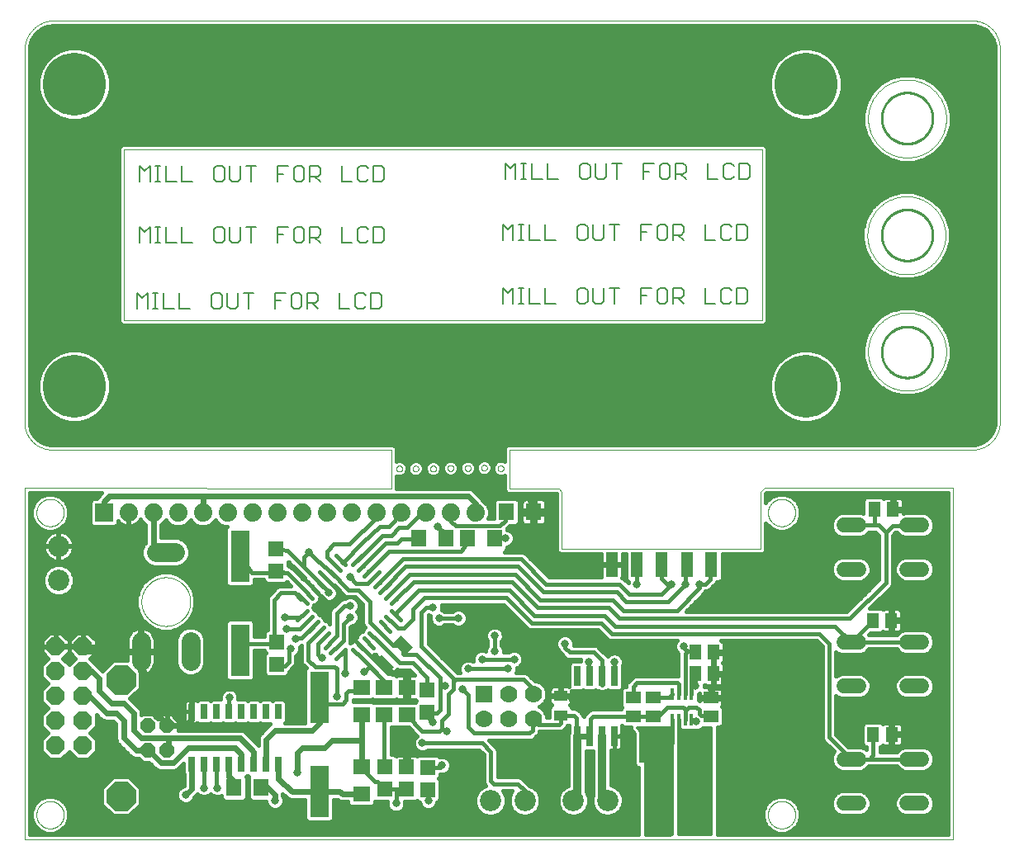
<source format=gtl>
G75*
%MOIN*%
%OFA0B0*%
%FSLAX25Y25*%
%IPPOS*%
%LPD*%
%AMOC8*
5,1,8,0,0,1.08239X$1,22.5*
%
%ADD10C,0.00000*%
%ADD11C,0.01000*%
%ADD12C,0.00004*%
%ADD13C,0.00600*%
%ADD14R,0.07400X0.07400*%
%ADD15C,0.07400*%
%ADD16C,0.06000*%
%ADD17R,0.05512X0.04331*%
%ADD18R,0.02600X0.08000*%
%ADD19C,0.08600*%
%ADD20OC8,0.05740*%
%ADD21OC8,0.11811*%
%ADD22R,0.07600X0.21000*%
%ADD23R,0.07087X0.06299*%
%ADD24OC8,0.07400*%
%ADD25R,0.02500X0.06000*%
%ADD26R,0.06299X0.07087*%
%ADD27C,0.07800*%
%ADD28C,0.01700*%
%ADD29R,0.06000X0.06000*%
%ADD30R,0.04400X0.07000*%
%ADD31R,0.07000X0.07000*%
%ADD32C,0.07000*%
%ADD33R,0.01575X0.04724*%
%ADD34R,0.05906X0.05118*%
%ADD35R,0.05118X0.05906*%
%ADD36R,0.07087X0.12598*%
%ADD37R,0.05000X0.10000*%
%ADD38C,0.02400*%
%ADD39C,0.03169*%
%ADD40C,0.01600*%
%ADD41C,0.03200*%
%ADD42C,0.25400*%
D10*
X0006802Y0006921D02*
X0006802Y0148882D01*
X0154932Y0148654D01*
X0156901Y0156724D02*
X0156903Y0156793D01*
X0156909Y0156861D01*
X0156919Y0156929D01*
X0156933Y0156996D01*
X0156951Y0157063D01*
X0156972Y0157128D01*
X0156998Y0157192D01*
X0157027Y0157254D01*
X0157059Y0157314D01*
X0157095Y0157373D01*
X0157135Y0157429D01*
X0157177Y0157483D01*
X0157223Y0157534D01*
X0157272Y0157583D01*
X0157323Y0157629D01*
X0157377Y0157671D01*
X0157433Y0157711D01*
X0157491Y0157747D01*
X0157552Y0157779D01*
X0157614Y0157808D01*
X0157678Y0157834D01*
X0157743Y0157855D01*
X0157810Y0157873D01*
X0157877Y0157887D01*
X0157945Y0157897D01*
X0158013Y0157903D01*
X0158082Y0157905D01*
X0158151Y0157903D01*
X0158219Y0157897D01*
X0158287Y0157887D01*
X0158354Y0157873D01*
X0158421Y0157855D01*
X0158486Y0157834D01*
X0158550Y0157808D01*
X0158612Y0157779D01*
X0158672Y0157747D01*
X0158731Y0157711D01*
X0158787Y0157671D01*
X0158841Y0157629D01*
X0158892Y0157583D01*
X0158941Y0157534D01*
X0158987Y0157483D01*
X0159029Y0157429D01*
X0159069Y0157373D01*
X0159105Y0157314D01*
X0159137Y0157254D01*
X0159166Y0157192D01*
X0159192Y0157128D01*
X0159213Y0157063D01*
X0159231Y0156996D01*
X0159245Y0156929D01*
X0159255Y0156861D01*
X0159261Y0156793D01*
X0159263Y0156724D01*
X0159261Y0156655D01*
X0159255Y0156587D01*
X0159245Y0156519D01*
X0159231Y0156452D01*
X0159213Y0156385D01*
X0159192Y0156320D01*
X0159166Y0156256D01*
X0159137Y0156194D01*
X0159105Y0156133D01*
X0159069Y0156075D01*
X0159029Y0156019D01*
X0158987Y0155965D01*
X0158941Y0155914D01*
X0158892Y0155865D01*
X0158841Y0155819D01*
X0158787Y0155777D01*
X0158731Y0155737D01*
X0158673Y0155701D01*
X0158612Y0155669D01*
X0158550Y0155640D01*
X0158486Y0155614D01*
X0158421Y0155593D01*
X0158354Y0155575D01*
X0158287Y0155561D01*
X0158219Y0155551D01*
X0158151Y0155545D01*
X0158082Y0155543D01*
X0158013Y0155545D01*
X0157945Y0155551D01*
X0157877Y0155561D01*
X0157810Y0155575D01*
X0157743Y0155593D01*
X0157678Y0155614D01*
X0157614Y0155640D01*
X0157552Y0155669D01*
X0157491Y0155701D01*
X0157433Y0155737D01*
X0157377Y0155777D01*
X0157323Y0155819D01*
X0157272Y0155865D01*
X0157223Y0155914D01*
X0157177Y0155965D01*
X0157135Y0156019D01*
X0157095Y0156075D01*
X0157059Y0156133D01*
X0157027Y0156194D01*
X0156998Y0156256D01*
X0156972Y0156320D01*
X0156951Y0156385D01*
X0156933Y0156452D01*
X0156919Y0156519D01*
X0156909Y0156587D01*
X0156903Y0156655D01*
X0156901Y0156724D01*
X0163495Y0156724D02*
X0163497Y0156793D01*
X0163503Y0156861D01*
X0163513Y0156929D01*
X0163527Y0156996D01*
X0163545Y0157063D01*
X0163566Y0157128D01*
X0163592Y0157192D01*
X0163621Y0157254D01*
X0163653Y0157314D01*
X0163689Y0157373D01*
X0163729Y0157429D01*
X0163771Y0157483D01*
X0163817Y0157534D01*
X0163866Y0157583D01*
X0163917Y0157629D01*
X0163971Y0157671D01*
X0164027Y0157711D01*
X0164085Y0157747D01*
X0164146Y0157779D01*
X0164208Y0157808D01*
X0164272Y0157834D01*
X0164337Y0157855D01*
X0164404Y0157873D01*
X0164471Y0157887D01*
X0164539Y0157897D01*
X0164607Y0157903D01*
X0164676Y0157905D01*
X0164745Y0157903D01*
X0164813Y0157897D01*
X0164881Y0157887D01*
X0164948Y0157873D01*
X0165015Y0157855D01*
X0165080Y0157834D01*
X0165144Y0157808D01*
X0165206Y0157779D01*
X0165266Y0157747D01*
X0165325Y0157711D01*
X0165381Y0157671D01*
X0165435Y0157629D01*
X0165486Y0157583D01*
X0165535Y0157534D01*
X0165581Y0157483D01*
X0165623Y0157429D01*
X0165663Y0157373D01*
X0165699Y0157314D01*
X0165731Y0157254D01*
X0165760Y0157192D01*
X0165786Y0157128D01*
X0165807Y0157063D01*
X0165825Y0156996D01*
X0165839Y0156929D01*
X0165849Y0156861D01*
X0165855Y0156793D01*
X0165857Y0156724D01*
X0165855Y0156655D01*
X0165849Y0156587D01*
X0165839Y0156519D01*
X0165825Y0156452D01*
X0165807Y0156385D01*
X0165786Y0156320D01*
X0165760Y0156256D01*
X0165731Y0156194D01*
X0165699Y0156133D01*
X0165663Y0156075D01*
X0165623Y0156019D01*
X0165581Y0155965D01*
X0165535Y0155914D01*
X0165486Y0155865D01*
X0165435Y0155819D01*
X0165381Y0155777D01*
X0165325Y0155737D01*
X0165267Y0155701D01*
X0165206Y0155669D01*
X0165144Y0155640D01*
X0165080Y0155614D01*
X0165015Y0155593D01*
X0164948Y0155575D01*
X0164881Y0155561D01*
X0164813Y0155551D01*
X0164745Y0155545D01*
X0164676Y0155543D01*
X0164607Y0155545D01*
X0164539Y0155551D01*
X0164471Y0155561D01*
X0164404Y0155575D01*
X0164337Y0155593D01*
X0164272Y0155614D01*
X0164208Y0155640D01*
X0164146Y0155669D01*
X0164085Y0155701D01*
X0164027Y0155737D01*
X0163971Y0155777D01*
X0163917Y0155819D01*
X0163866Y0155865D01*
X0163817Y0155914D01*
X0163771Y0155965D01*
X0163729Y0156019D01*
X0163689Y0156075D01*
X0163653Y0156133D01*
X0163621Y0156194D01*
X0163592Y0156256D01*
X0163566Y0156320D01*
X0163545Y0156385D01*
X0163527Y0156452D01*
X0163513Y0156519D01*
X0163503Y0156587D01*
X0163497Y0156655D01*
X0163495Y0156724D01*
X0170582Y0156724D02*
X0170584Y0156793D01*
X0170590Y0156861D01*
X0170600Y0156929D01*
X0170614Y0156996D01*
X0170632Y0157063D01*
X0170653Y0157128D01*
X0170679Y0157192D01*
X0170708Y0157254D01*
X0170740Y0157314D01*
X0170776Y0157373D01*
X0170816Y0157429D01*
X0170858Y0157483D01*
X0170904Y0157534D01*
X0170953Y0157583D01*
X0171004Y0157629D01*
X0171058Y0157671D01*
X0171114Y0157711D01*
X0171172Y0157747D01*
X0171233Y0157779D01*
X0171295Y0157808D01*
X0171359Y0157834D01*
X0171424Y0157855D01*
X0171491Y0157873D01*
X0171558Y0157887D01*
X0171626Y0157897D01*
X0171694Y0157903D01*
X0171763Y0157905D01*
X0171832Y0157903D01*
X0171900Y0157897D01*
X0171968Y0157887D01*
X0172035Y0157873D01*
X0172102Y0157855D01*
X0172167Y0157834D01*
X0172231Y0157808D01*
X0172293Y0157779D01*
X0172353Y0157747D01*
X0172412Y0157711D01*
X0172468Y0157671D01*
X0172522Y0157629D01*
X0172573Y0157583D01*
X0172622Y0157534D01*
X0172668Y0157483D01*
X0172710Y0157429D01*
X0172750Y0157373D01*
X0172786Y0157314D01*
X0172818Y0157254D01*
X0172847Y0157192D01*
X0172873Y0157128D01*
X0172894Y0157063D01*
X0172912Y0156996D01*
X0172926Y0156929D01*
X0172936Y0156861D01*
X0172942Y0156793D01*
X0172944Y0156724D01*
X0172942Y0156655D01*
X0172936Y0156587D01*
X0172926Y0156519D01*
X0172912Y0156452D01*
X0172894Y0156385D01*
X0172873Y0156320D01*
X0172847Y0156256D01*
X0172818Y0156194D01*
X0172786Y0156133D01*
X0172750Y0156075D01*
X0172710Y0156019D01*
X0172668Y0155965D01*
X0172622Y0155914D01*
X0172573Y0155865D01*
X0172522Y0155819D01*
X0172468Y0155777D01*
X0172412Y0155737D01*
X0172354Y0155701D01*
X0172293Y0155669D01*
X0172231Y0155640D01*
X0172167Y0155614D01*
X0172102Y0155593D01*
X0172035Y0155575D01*
X0171968Y0155561D01*
X0171900Y0155551D01*
X0171832Y0155545D01*
X0171763Y0155543D01*
X0171694Y0155545D01*
X0171626Y0155551D01*
X0171558Y0155561D01*
X0171491Y0155575D01*
X0171424Y0155593D01*
X0171359Y0155614D01*
X0171295Y0155640D01*
X0171233Y0155669D01*
X0171172Y0155701D01*
X0171114Y0155737D01*
X0171058Y0155777D01*
X0171004Y0155819D01*
X0170953Y0155865D01*
X0170904Y0155914D01*
X0170858Y0155965D01*
X0170816Y0156019D01*
X0170776Y0156075D01*
X0170740Y0156133D01*
X0170708Y0156194D01*
X0170679Y0156256D01*
X0170653Y0156320D01*
X0170632Y0156385D01*
X0170614Y0156452D01*
X0170600Y0156519D01*
X0170590Y0156587D01*
X0170584Y0156655D01*
X0170582Y0156724D01*
X0177570Y0156921D02*
X0177572Y0156990D01*
X0177578Y0157058D01*
X0177588Y0157126D01*
X0177602Y0157193D01*
X0177620Y0157260D01*
X0177641Y0157325D01*
X0177667Y0157389D01*
X0177696Y0157451D01*
X0177728Y0157511D01*
X0177764Y0157570D01*
X0177804Y0157626D01*
X0177846Y0157680D01*
X0177892Y0157731D01*
X0177941Y0157780D01*
X0177992Y0157826D01*
X0178046Y0157868D01*
X0178102Y0157908D01*
X0178160Y0157944D01*
X0178221Y0157976D01*
X0178283Y0158005D01*
X0178347Y0158031D01*
X0178412Y0158052D01*
X0178479Y0158070D01*
X0178546Y0158084D01*
X0178614Y0158094D01*
X0178682Y0158100D01*
X0178751Y0158102D01*
X0178820Y0158100D01*
X0178888Y0158094D01*
X0178956Y0158084D01*
X0179023Y0158070D01*
X0179090Y0158052D01*
X0179155Y0158031D01*
X0179219Y0158005D01*
X0179281Y0157976D01*
X0179341Y0157944D01*
X0179400Y0157908D01*
X0179456Y0157868D01*
X0179510Y0157826D01*
X0179561Y0157780D01*
X0179610Y0157731D01*
X0179656Y0157680D01*
X0179698Y0157626D01*
X0179738Y0157570D01*
X0179774Y0157511D01*
X0179806Y0157451D01*
X0179835Y0157389D01*
X0179861Y0157325D01*
X0179882Y0157260D01*
X0179900Y0157193D01*
X0179914Y0157126D01*
X0179924Y0157058D01*
X0179930Y0156990D01*
X0179932Y0156921D01*
X0179930Y0156852D01*
X0179924Y0156784D01*
X0179914Y0156716D01*
X0179900Y0156649D01*
X0179882Y0156582D01*
X0179861Y0156517D01*
X0179835Y0156453D01*
X0179806Y0156391D01*
X0179774Y0156330D01*
X0179738Y0156272D01*
X0179698Y0156216D01*
X0179656Y0156162D01*
X0179610Y0156111D01*
X0179561Y0156062D01*
X0179510Y0156016D01*
X0179456Y0155974D01*
X0179400Y0155934D01*
X0179342Y0155898D01*
X0179281Y0155866D01*
X0179219Y0155837D01*
X0179155Y0155811D01*
X0179090Y0155790D01*
X0179023Y0155772D01*
X0178956Y0155758D01*
X0178888Y0155748D01*
X0178820Y0155742D01*
X0178751Y0155740D01*
X0178682Y0155742D01*
X0178614Y0155748D01*
X0178546Y0155758D01*
X0178479Y0155772D01*
X0178412Y0155790D01*
X0178347Y0155811D01*
X0178283Y0155837D01*
X0178221Y0155866D01*
X0178160Y0155898D01*
X0178102Y0155934D01*
X0178046Y0155974D01*
X0177992Y0156016D01*
X0177941Y0156062D01*
X0177892Y0156111D01*
X0177846Y0156162D01*
X0177804Y0156216D01*
X0177764Y0156272D01*
X0177728Y0156330D01*
X0177696Y0156391D01*
X0177667Y0156453D01*
X0177641Y0156517D01*
X0177620Y0156582D01*
X0177602Y0156649D01*
X0177588Y0156716D01*
X0177578Y0156784D01*
X0177572Y0156852D01*
X0177570Y0156921D01*
X0184558Y0156921D02*
X0184560Y0156990D01*
X0184566Y0157058D01*
X0184576Y0157126D01*
X0184590Y0157193D01*
X0184608Y0157260D01*
X0184629Y0157325D01*
X0184655Y0157389D01*
X0184684Y0157451D01*
X0184716Y0157511D01*
X0184752Y0157570D01*
X0184792Y0157626D01*
X0184834Y0157680D01*
X0184880Y0157731D01*
X0184929Y0157780D01*
X0184980Y0157826D01*
X0185034Y0157868D01*
X0185090Y0157908D01*
X0185148Y0157944D01*
X0185209Y0157976D01*
X0185271Y0158005D01*
X0185335Y0158031D01*
X0185400Y0158052D01*
X0185467Y0158070D01*
X0185534Y0158084D01*
X0185602Y0158094D01*
X0185670Y0158100D01*
X0185739Y0158102D01*
X0185808Y0158100D01*
X0185876Y0158094D01*
X0185944Y0158084D01*
X0186011Y0158070D01*
X0186078Y0158052D01*
X0186143Y0158031D01*
X0186207Y0158005D01*
X0186269Y0157976D01*
X0186329Y0157944D01*
X0186388Y0157908D01*
X0186444Y0157868D01*
X0186498Y0157826D01*
X0186549Y0157780D01*
X0186598Y0157731D01*
X0186644Y0157680D01*
X0186686Y0157626D01*
X0186726Y0157570D01*
X0186762Y0157511D01*
X0186794Y0157451D01*
X0186823Y0157389D01*
X0186849Y0157325D01*
X0186870Y0157260D01*
X0186888Y0157193D01*
X0186902Y0157126D01*
X0186912Y0157058D01*
X0186918Y0156990D01*
X0186920Y0156921D01*
X0186918Y0156852D01*
X0186912Y0156784D01*
X0186902Y0156716D01*
X0186888Y0156649D01*
X0186870Y0156582D01*
X0186849Y0156517D01*
X0186823Y0156453D01*
X0186794Y0156391D01*
X0186762Y0156330D01*
X0186726Y0156272D01*
X0186686Y0156216D01*
X0186644Y0156162D01*
X0186598Y0156111D01*
X0186549Y0156062D01*
X0186498Y0156016D01*
X0186444Y0155974D01*
X0186388Y0155934D01*
X0186330Y0155898D01*
X0186269Y0155866D01*
X0186207Y0155837D01*
X0186143Y0155811D01*
X0186078Y0155790D01*
X0186011Y0155772D01*
X0185944Y0155758D01*
X0185876Y0155748D01*
X0185808Y0155742D01*
X0185739Y0155740D01*
X0185670Y0155742D01*
X0185602Y0155748D01*
X0185534Y0155758D01*
X0185467Y0155772D01*
X0185400Y0155790D01*
X0185335Y0155811D01*
X0185271Y0155837D01*
X0185209Y0155866D01*
X0185148Y0155898D01*
X0185090Y0155934D01*
X0185034Y0155974D01*
X0184980Y0156016D01*
X0184929Y0156062D01*
X0184880Y0156111D01*
X0184834Y0156162D01*
X0184792Y0156216D01*
X0184752Y0156272D01*
X0184716Y0156330D01*
X0184684Y0156391D01*
X0184655Y0156453D01*
X0184629Y0156517D01*
X0184608Y0156582D01*
X0184590Y0156649D01*
X0184576Y0156716D01*
X0184566Y0156784D01*
X0184560Y0156852D01*
X0184558Y0156921D01*
X0191153Y0157020D02*
X0191155Y0157089D01*
X0191161Y0157157D01*
X0191171Y0157225D01*
X0191185Y0157292D01*
X0191203Y0157359D01*
X0191224Y0157424D01*
X0191250Y0157488D01*
X0191279Y0157550D01*
X0191311Y0157610D01*
X0191347Y0157669D01*
X0191387Y0157725D01*
X0191429Y0157779D01*
X0191475Y0157830D01*
X0191524Y0157879D01*
X0191575Y0157925D01*
X0191629Y0157967D01*
X0191685Y0158007D01*
X0191743Y0158043D01*
X0191804Y0158075D01*
X0191866Y0158104D01*
X0191930Y0158130D01*
X0191995Y0158151D01*
X0192062Y0158169D01*
X0192129Y0158183D01*
X0192197Y0158193D01*
X0192265Y0158199D01*
X0192334Y0158201D01*
X0192403Y0158199D01*
X0192471Y0158193D01*
X0192539Y0158183D01*
X0192606Y0158169D01*
X0192673Y0158151D01*
X0192738Y0158130D01*
X0192802Y0158104D01*
X0192864Y0158075D01*
X0192924Y0158043D01*
X0192983Y0158007D01*
X0193039Y0157967D01*
X0193093Y0157925D01*
X0193144Y0157879D01*
X0193193Y0157830D01*
X0193239Y0157779D01*
X0193281Y0157725D01*
X0193321Y0157669D01*
X0193357Y0157610D01*
X0193389Y0157550D01*
X0193418Y0157488D01*
X0193444Y0157424D01*
X0193465Y0157359D01*
X0193483Y0157292D01*
X0193497Y0157225D01*
X0193507Y0157157D01*
X0193513Y0157089D01*
X0193515Y0157020D01*
X0193513Y0156951D01*
X0193507Y0156883D01*
X0193497Y0156815D01*
X0193483Y0156748D01*
X0193465Y0156681D01*
X0193444Y0156616D01*
X0193418Y0156552D01*
X0193389Y0156490D01*
X0193357Y0156429D01*
X0193321Y0156371D01*
X0193281Y0156315D01*
X0193239Y0156261D01*
X0193193Y0156210D01*
X0193144Y0156161D01*
X0193093Y0156115D01*
X0193039Y0156073D01*
X0192983Y0156033D01*
X0192925Y0155997D01*
X0192864Y0155965D01*
X0192802Y0155936D01*
X0192738Y0155910D01*
X0192673Y0155889D01*
X0192606Y0155871D01*
X0192539Y0155857D01*
X0192471Y0155847D01*
X0192403Y0155841D01*
X0192334Y0155839D01*
X0192265Y0155841D01*
X0192197Y0155847D01*
X0192129Y0155857D01*
X0192062Y0155871D01*
X0191995Y0155889D01*
X0191930Y0155910D01*
X0191866Y0155936D01*
X0191804Y0155965D01*
X0191743Y0155997D01*
X0191685Y0156033D01*
X0191629Y0156073D01*
X0191575Y0156115D01*
X0191524Y0156161D01*
X0191475Y0156210D01*
X0191429Y0156261D01*
X0191387Y0156315D01*
X0191347Y0156371D01*
X0191311Y0156429D01*
X0191279Y0156490D01*
X0191250Y0156552D01*
X0191224Y0156616D01*
X0191203Y0156681D01*
X0191185Y0156748D01*
X0191171Y0156815D01*
X0191161Y0156883D01*
X0191155Y0156951D01*
X0191153Y0157020D01*
X0197846Y0156823D02*
X0197848Y0156892D01*
X0197854Y0156960D01*
X0197864Y0157028D01*
X0197878Y0157095D01*
X0197896Y0157162D01*
X0197917Y0157227D01*
X0197943Y0157291D01*
X0197972Y0157353D01*
X0198004Y0157413D01*
X0198040Y0157472D01*
X0198080Y0157528D01*
X0198122Y0157582D01*
X0198168Y0157633D01*
X0198217Y0157682D01*
X0198268Y0157728D01*
X0198322Y0157770D01*
X0198378Y0157810D01*
X0198436Y0157846D01*
X0198497Y0157878D01*
X0198559Y0157907D01*
X0198623Y0157933D01*
X0198688Y0157954D01*
X0198755Y0157972D01*
X0198822Y0157986D01*
X0198890Y0157996D01*
X0198958Y0158002D01*
X0199027Y0158004D01*
X0199096Y0158002D01*
X0199164Y0157996D01*
X0199232Y0157986D01*
X0199299Y0157972D01*
X0199366Y0157954D01*
X0199431Y0157933D01*
X0199495Y0157907D01*
X0199557Y0157878D01*
X0199617Y0157846D01*
X0199676Y0157810D01*
X0199732Y0157770D01*
X0199786Y0157728D01*
X0199837Y0157682D01*
X0199886Y0157633D01*
X0199932Y0157582D01*
X0199974Y0157528D01*
X0200014Y0157472D01*
X0200050Y0157413D01*
X0200082Y0157353D01*
X0200111Y0157291D01*
X0200137Y0157227D01*
X0200158Y0157162D01*
X0200176Y0157095D01*
X0200190Y0157028D01*
X0200200Y0156960D01*
X0200206Y0156892D01*
X0200208Y0156823D01*
X0200206Y0156754D01*
X0200200Y0156686D01*
X0200190Y0156618D01*
X0200176Y0156551D01*
X0200158Y0156484D01*
X0200137Y0156419D01*
X0200111Y0156355D01*
X0200082Y0156293D01*
X0200050Y0156232D01*
X0200014Y0156174D01*
X0199974Y0156118D01*
X0199932Y0156064D01*
X0199886Y0156013D01*
X0199837Y0155964D01*
X0199786Y0155918D01*
X0199732Y0155876D01*
X0199676Y0155836D01*
X0199618Y0155800D01*
X0199557Y0155768D01*
X0199495Y0155739D01*
X0199431Y0155713D01*
X0199366Y0155692D01*
X0199299Y0155674D01*
X0199232Y0155660D01*
X0199164Y0155650D01*
X0199096Y0155644D01*
X0199027Y0155642D01*
X0198958Y0155644D01*
X0198890Y0155650D01*
X0198822Y0155660D01*
X0198755Y0155674D01*
X0198688Y0155692D01*
X0198623Y0155713D01*
X0198559Y0155739D01*
X0198497Y0155768D01*
X0198436Y0155800D01*
X0198378Y0155836D01*
X0198322Y0155876D01*
X0198268Y0155918D01*
X0198217Y0155964D01*
X0198168Y0156013D01*
X0198122Y0156064D01*
X0198080Y0156118D01*
X0198040Y0156174D01*
X0198004Y0156232D01*
X0197972Y0156293D01*
X0197943Y0156355D01*
X0197917Y0156419D01*
X0197896Y0156484D01*
X0197878Y0156551D01*
X0197864Y0156618D01*
X0197854Y0156686D01*
X0197848Y0156754D01*
X0197846Y0156823D01*
X0202570Y0148654D02*
X0222550Y0148654D01*
X0223731Y0147472D01*
X0223731Y0124244D01*
X0304046Y0124244D01*
X0304046Y0147472D01*
X0305456Y0148882D01*
X0381503Y0148882D01*
X0381503Y0006921D01*
X0006802Y0006921D01*
X0011652Y0016898D02*
X0011654Y0017046D01*
X0011660Y0017194D01*
X0011670Y0017342D01*
X0011684Y0017489D01*
X0011702Y0017636D01*
X0011723Y0017782D01*
X0011749Y0017928D01*
X0011779Y0018073D01*
X0011812Y0018217D01*
X0011850Y0018360D01*
X0011891Y0018502D01*
X0011936Y0018643D01*
X0011984Y0018783D01*
X0012037Y0018922D01*
X0012093Y0019059D01*
X0012153Y0019194D01*
X0012216Y0019328D01*
X0012283Y0019460D01*
X0012354Y0019590D01*
X0012428Y0019718D01*
X0012505Y0019844D01*
X0012586Y0019968D01*
X0012670Y0020090D01*
X0012757Y0020209D01*
X0012848Y0020326D01*
X0012942Y0020441D01*
X0013038Y0020553D01*
X0013138Y0020663D01*
X0013240Y0020769D01*
X0013346Y0020873D01*
X0013454Y0020974D01*
X0013565Y0021072D01*
X0013678Y0021168D01*
X0013794Y0021260D01*
X0013912Y0021349D01*
X0014033Y0021434D01*
X0014156Y0021517D01*
X0014281Y0021596D01*
X0014408Y0021672D01*
X0014537Y0021744D01*
X0014668Y0021813D01*
X0014801Y0021878D01*
X0014936Y0021939D01*
X0015072Y0021997D01*
X0015209Y0022052D01*
X0015348Y0022102D01*
X0015489Y0022149D01*
X0015630Y0022192D01*
X0015773Y0022232D01*
X0015917Y0022267D01*
X0016061Y0022299D01*
X0016207Y0022326D01*
X0016353Y0022350D01*
X0016500Y0022370D01*
X0016647Y0022386D01*
X0016794Y0022398D01*
X0016942Y0022406D01*
X0017090Y0022410D01*
X0017238Y0022410D01*
X0017386Y0022406D01*
X0017534Y0022398D01*
X0017681Y0022386D01*
X0017828Y0022370D01*
X0017975Y0022350D01*
X0018121Y0022326D01*
X0018267Y0022299D01*
X0018411Y0022267D01*
X0018555Y0022232D01*
X0018698Y0022192D01*
X0018839Y0022149D01*
X0018980Y0022102D01*
X0019119Y0022052D01*
X0019256Y0021997D01*
X0019392Y0021939D01*
X0019527Y0021878D01*
X0019660Y0021813D01*
X0019791Y0021744D01*
X0019920Y0021672D01*
X0020047Y0021596D01*
X0020172Y0021517D01*
X0020295Y0021434D01*
X0020416Y0021349D01*
X0020534Y0021260D01*
X0020650Y0021168D01*
X0020763Y0021072D01*
X0020874Y0020974D01*
X0020982Y0020873D01*
X0021088Y0020769D01*
X0021190Y0020663D01*
X0021290Y0020553D01*
X0021386Y0020441D01*
X0021480Y0020326D01*
X0021571Y0020209D01*
X0021658Y0020090D01*
X0021742Y0019968D01*
X0021823Y0019844D01*
X0021900Y0019718D01*
X0021974Y0019590D01*
X0022045Y0019460D01*
X0022112Y0019328D01*
X0022175Y0019194D01*
X0022235Y0019059D01*
X0022291Y0018922D01*
X0022344Y0018783D01*
X0022392Y0018643D01*
X0022437Y0018502D01*
X0022478Y0018360D01*
X0022516Y0018217D01*
X0022549Y0018073D01*
X0022579Y0017928D01*
X0022605Y0017782D01*
X0022626Y0017636D01*
X0022644Y0017489D01*
X0022658Y0017342D01*
X0022668Y0017194D01*
X0022674Y0017046D01*
X0022676Y0016898D01*
X0022674Y0016750D01*
X0022668Y0016602D01*
X0022658Y0016454D01*
X0022644Y0016307D01*
X0022626Y0016160D01*
X0022605Y0016014D01*
X0022579Y0015868D01*
X0022549Y0015723D01*
X0022516Y0015579D01*
X0022478Y0015436D01*
X0022437Y0015294D01*
X0022392Y0015153D01*
X0022344Y0015013D01*
X0022291Y0014874D01*
X0022235Y0014737D01*
X0022175Y0014602D01*
X0022112Y0014468D01*
X0022045Y0014336D01*
X0021974Y0014206D01*
X0021900Y0014078D01*
X0021823Y0013952D01*
X0021742Y0013828D01*
X0021658Y0013706D01*
X0021571Y0013587D01*
X0021480Y0013470D01*
X0021386Y0013355D01*
X0021290Y0013243D01*
X0021190Y0013133D01*
X0021088Y0013027D01*
X0020982Y0012923D01*
X0020874Y0012822D01*
X0020763Y0012724D01*
X0020650Y0012628D01*
X0020534Y0012536D01*
X0020416Y0012447D01*
X0020295Y0012362D01*
X0020172Y0012279D01*
X0020047Y0012200D01*
X0019920Y0012124D01*
X0019791Y0012052D01*
X0019660Y0011983D01*
X0019527Y0011918D01*
X0019392Y0011857D01*
X0019256Y0011799D01*
X0019119Y0011744D01*
X0018980Y0011694D01*
X0018839Y0011647D01*
X0018698Y0011604D01*
X0018555Y0011564D01*
X0018411Y0011529D01*
X0018267Y0011497D01*
X0018121Y0011470D01*
X0017975Y0011446D01*
X0017828Y0011426D01*
X0017681Y0011410D01*
X0017534Y0011398D01*
X0017386Y0011390D01*
X0017238Y0011386D01*
X0017090Y0011386D01*
X0016942Y0011390D01*
X0016794Y0011398D01*
X0016647Y0011410D01*
X0016500Y0011426D01*
X0016353Y0011446D01*
X0016207Y0011470D01*
X0016061Y0011497D01*
X0015917Y0011529D01*
X0015773Y0011564D01*
X0015630Y0011604D01*
X0015489Y0011647D01*
X0015348Y0011694D01*
X0015209Y0011744D01*
X0015072Y0011799D01*
X0014936Y0011857D01*
X0014801Y0011918D01*
X0014668Y0011983D01*
X0014537Y0012052D01*
X0014408Y0012124D01*
X0014281Y0012200D01*
X0014156Y0012279D01*
X0014033Y0012362D01*
X0013912Y0012447D01*
X0013794Y0012536D01*
X0013678Y0012628D01*
X0013565Y0012724D01*
X0013454Y0012822D01*
X0013346Y0012923D01*
X0013240Y0013027D01*
X0013138Y0013133D01*
X0013038Y0013243D01*
X0012942Y0013355D01*
X0012848Y0013470D01*
X0012757Y0013587D01*
X0012670Y0013706D01*
X0012586Y0013828D01*
X0012505Y0013952D01*
X0012428Y0014078D01*
X0012354Y0014206D01*
X0012283Y0014336D01*
X0012216Y0014468D01*
X0012153Y0014602D01*
X0012093Y0014737D01*
X0012037Y0014874D01*
X0011984Y0015013D01*
X0011936Y0015153D01*
X0011891Y0015294D01*
X0011850Y0015436D01*
X0011812Y0015579D01*
X0011779Y0015723D01*
X0011749Y0015868D01*
X0011723Y0016014D01*
X0011702Y0016160D01*
X0011684Y0016307D01*
X0011670Y0016454D01*
X0011660Y0016602D01*
X0011654Y0016750D01*
X0011652Y0016898D01*
X0054046Y0102984D02*
X0054049Y0103226D01*
X0054058Y0103467D01*
X0054073Y0103708D01*
X0054093Y0103949D01*
X0054120Y0104189D01*
X0054153Y0104428D01*
X0054191Y0104667D01*
X0054235Y0104904D01*
X0054285Y0105141D01*
X0054341Y0105376D01*
X0054403Y0105609D01*
X0054470Y0105841D01*
X0054543Y0106072D01*
X0054621Y0106300D01*
X0054706Y0106526D01*
X0054795Y0106751D01*
X0054890Y0106973D01*
X0054991Y0107192D01*
X0055097Y0107410D01*
X0055208Y0107624D01*
X0055325Y0107836D01*
X0055446Y0108044D01*
X0055573Y0108250D01*
X0055705Y0108452D01*
X0055842Y0108652D01*
X0055983Y0108847D01*
X0056129Y0109040D01*
X0056280Y0109228D01*
X0056436Y0109413D01*
X0056596Y0109594D01*
X0056760Y0109771D01*
X0056929Y0109944D01*
X0057102Y0110113D01*
X0057279Y0110277D01*
X0057460Y0110437D01*
X0057645Y0110593D01*
X0057833Y0110744D01*
X0058026Y0110890D01*
X0058221Y0111031D01*
X0058421Y0111168D01*
X0058623Y0111300D01*
X0058829Y0111427D01*
X0059037Y0111548D01*
X0059249Y0111665D01*
X0059463Y0111776D01*
X0059681Y0111882D01*
X0059900Y0111983D01*
X0060122Y0112078D01*
X0060347Y0112167D01*
X0060573Y0112252D01*
X0060801Y0112330D01*
X0061032Y0112403D01*
X0061264Y0112470D01*
X0061497Y0112532D01*
X0061732Y0112588D01*
X0061969Y0112638D01*
X0062206Y0112682D01*
X0062445Y0112720D01*
X0062684Y0112753D01*
X0062924Y0112780D01*
X0063165Y0112800D01*
X0063406Y0112815D01*
X0063647Y0112824D01*
X0063889Y0112827D01*
X0064131Y0112824D01*
X0064372Y0112815D01*
X0064613Y0112800D01*
X0064854Y0112780D01*
X0065094Y0112753D01*
X0065333Y0112720D01*
X0065572Y0112682D01*
X0065809Y0112638D01*
X0066046Y0112588D01*
X0066281Y0112532D01*
X0066514Y0112470D01*
X0066746Y0112403D01*
X0066977Y0112330D01*
X0067205Y0112252D01*
X0067431Y0112167D01*
X0067656Y0112078D01*
X0067878Y0111983D01*
X0068097Y0111882D01*
X0068315Y0111776D01*
X0068529Y0111665D01*
X0068741Y0111548D01*
X0068949Y0111427D01*
X0069155Y0111300D01*
X0069357Y0111168D01*
X0069557Y0111031D01*
X0069752Y0110890D01*
X0069945Y0110744D01*
X0070133Y0110593D01*
X0070318Y0110437D01*
X0070499Y0110277D01*
X0070676Y0110113D01*
X0070849Y0109944D01*
X0071018Y0109771D01*
X0071182Y0109594D01*
X0071342Y0109413D01*
X0071498Y0109228D01*
X0071649Y0109040D01*
X0071795Y0108847D01*
X0071936Y0108652D01*
X0072073Y0108452D01*
X0072205Y0108250D01*
X0072332Y0108044D01*
X0072453Y0107836D01*
X0072570Y0107624D01*
X0072681Y0107410D01*
X0072787Y0107192D01*
X0072888Y0106973D01*
X0072983Y0106751D01*
X0073072Y0106526D01*
X0073157Y0106300D01*
X0073235Y0106072D01*
X0073308Y0105841D01*
X0073375Y0105609D01*
X0073437Y0105376D01*
X0073493Y0105141D01*
X0073543Y0104904D01*
X0073587Y0104667D01*
X0073625Y0104428D01*
X0073658Y0104189D01*
X0073685Y0103949D01*
X0073705Y0103708D01*
X0073720Y0103467D01*
X0073729Y0103226D01*
X0073732Y0102984D01*
X0073729Y0102742D01*
X0073720Y0102501D01*
X0073705Y0102260D01*
X0073685Y0102019D01*
X0073658Y0101779D01*
X0073625Y0101540D01*
X0073587Y0101301D01*
X0073543Y0101064D01*
X0073493Y0100827D01*
X0073437Y0100592D01*
X0073375Y0100359D01*
X0073308Y0100127D01*
X0073235Y0099896D01*
X0073157Y0099668D01*
X0073072Y0099442D01*
X0072983Y0099217D01*
X0072888Y0098995D01*
X0072787Y0098776D01*
X0072681Y0098558D01*
X0072570Y0098344D01*
X0072453Y0098132D01*
X0072332Y0097924D01*
X0072205Y0097718D01*
X0072073Y0097516D01*
X0071936Y0097316D01*
X0071795Y0097121D01*
X0071649Y0096928D01*
X0071498Y0096740D01*
X0071342Y0096555D01*
X0071182Y0096374D01*
X0071018Y0096197D01*
X0070849Y0096024D01*
X0070676Y0095855D01*
X0070499Y0095691D01*
X0070318Y0095531D01*
X0070133Y0095375D01*
X0069945Y0095224D01*
X0069752Y0095078D01*
X0069557Y0094937D01*
X0069357Y0094800D01*
X0069155Y0094668D01*
X0068949Y0094541D01*
X0068741Y0094420D01*
X0068529Y0094303D01*
X0068315Y0094192D01*
X0068097Y0094086D01*
X0067878Y0093985D01*
X0067656Y0093890D01*
X0067431Y0093801D01*
X0067205Y0093716D01*
X0066977Y0093638D01*
X0066746Y0093565D01*
X0066514Y0093498D01*
X0066281Y0093436D01*
X0066046Y0093380D01*
X0065809Y0093330D01*
X0065572Y0093286D01*
X0065333Y0093248D01*
X0065094Y0093215D01*
X0064854Y0093188D01*
X0064613Y0093168D01*
X0064372Y0093153D01*
X0064131Y0093144D01*
X0063889Y0093141D01*
X0063647Y0093144D01*
X0063406Y0093153D01*
X0063165Y0093168D01*
X0062924Y0093188D01*
X0062684Y0093215D01*
X0062445Y0093248D01*
X0062206Y0093286D01*
X0061969Y0093330D01*
X0061732Y0093380D01*
X0061497Y0093436D01*
X0061264Y0093498D01*
X0061032Y0093565D01*
X0060801Y0093638D01*
X0060573Y0093716D01*
X0060347Y0093801D01*
X0060122Y0093890D01*
X0059900Y0093985D01*
X0059681Y0094086D01*
X0059463Y0094192D01*
X0059249Y0094303D01*
X0059037Y0094420D01*
X0058829Y0094541D01*
X0058623Y0094668D01*
X0058421Y0094800D01*
X0058221Y0094937D01*
X0058026Y0095078D01*
X0057833Y0095224D01*
X0057645Y0095375D01*
X0057460Y0095531D01*
X0057279Y0095691D01*
X0057102Y0095855D01*
X0056929Y0096024D01*
X0056760Y0096197D01*
X0056596Y0096374D01*
X0056436Y0096555D01*
X0056280Y0096740D01*
X0056129Y0096928D01*
X0055983Y0097121D01*
X0055842Y0097316D01*
X0055705Y0097516D01*
X0055573Y0097718D01*
X0055446Y0097924D01*
X0055325Y0098132D01*
X0055208Y0098344D01*
X0055097Y0098558D01*
X0054991Y0098776D01*
X0054890Y0098995D01*
X0054795Y0099217D01*
X0054706Y0099442D01*
X0054621Y0099668D01*
X0054543Y0099896D01*
X0054470Y0100127D01*
X0054403Y0100359D01*
X0054341Y0100592D01*
X0054285Y0100827D01*
X0054235Y0101064D01*
X0054191Y0101301D01*
X0054153Y0101540D01*
X0054120Y0101779D01*
X0054093Y0102019D01*
X0054073Y0102260D01*
X0054058Y0102501D01*
X0054049Y0102742D01*
X0054046Y0102984D01*
X0011652Y0138945D02*
X0011654Y0139093D01*
X0011660Y0139241D01*
X0011670Y0139389D01*
X0011684Y0139536D01*
X0011702Y0139683D01*
X0011723Y0139829D01*
X0011749Y0139975D01*
X0011779Y0140120D01*
X0011812Y0140264D01*
X0011850Y0140407D01*
X0011891Y0140549D01*
X0011936Y0140690D01*
X0011984Y0140830D01*
X0012037Y0140969D01*
X0012093Y0141106D01*
X0012153Y0141241D01*
X0012216Y0141375D01*
X0012283Y0141507D01*
X0012354Y0141637D01*
X0012428Y0141765D01*
X0012505Y0141891D01*
X0012586Y0142015D01*
X0012670Y0142137D01*
X0012757Y0142256D01*
X0012848Y0142373D01*
X0012942Y0142488D01*
X0013038Y0142600D01*
X0013138Y0142710D01*
X0013240Y0142816D01*
X0013346Y0142920D01*
X0013454Y0143021D01*
X0013565Y0143119D01*
X0013678Y0143215D01*
X0013794Y0143307D01*
X0013912Y0143396D01*
X0014033Y0143481D01*
X0014156Y0143564D01*
X0014281Y0143643D01*
X0014408Y0143719D01*
X0014537Y0143791D01*
X0014668Y0143860D01*
X0014801Y0143925D01*
X0014936Y0143986D01*
X0015072Y0144044D01*
X0015209Y0144099D01*
X0015348Y0144149D01*
X0015489Y0144196D01*
X0015630Y0144239D01*
X0015773Y0144279D01*
X0015917Y0144314D01*
X0016061Y0144346D01*
X0016207Y0144373D01*
X0016353Y0144397D01*
X0016500Y0144417D01*
X0016647Y0144433D01*
X0016794Y0144445D01*
X0016942Y0144453D01*
X0017090Y0144457D01*
X0017238Y0144457D01*
X0017386Y0144453D01*
X0017534Y0144445D01*
X0017681Y0144433D01*
X0017828Y0144417D01*
X0017975Y0144397D01*
X0018121Y0144373D01*
X0018267Y0144346D01*
X0018411Y0144314D01*
X0018555Y0144279D01*
X0018698Y0144239D01*
X0018839Y0144196D01*
X0018980Y0144149D01*
X0019119Y0144099D01*
X0019256Y0144044D01*
X0019392Y0143986D01*
X0019527Y0143925D01*
X0019660Y0143860D01*
X0019791Y0143791D01*
X0019920Y0143719D01*
X0020047Y0143643D01*
X0020172Y0143564D01*
X0020295Y0143481D01*
X0020416Y0143396D01*
X0020534Y0143307D01*
X0020650Y0143215D01*
X0020763Y0143119D01*
X0020874Y0143021D01*
X0020982Y0142920D01*
X0021088Y0142816D01*
X0021190Y0142710D01*
X0021290Y0142600D01*
X0021386Y0142488D01*
X0021480Y0142373D01*
X0021571Y0142256D01*
X0021658Y0142137D01*
X0021742Y0142015D01*
X0021823Y0141891D01*
X0021900Y0141765D01*
X0021974Y0141637D01*
X0022045Y0141507D01*
X0022112Y0141375D01*
X0022175Y0141241D01*
X0022235Y0141106D01*
X0022291Y0140969D01*
X0022344Y0140830D01*
X0022392Y0140690D01*
X0022437Y0140549D01*
X0022478Y0140407D01*
X0022516Y0140264D01*
X0022549Y0140120D01*
X0022579Y0139975D01*
X0022605Y0139829D01*
X0022626Y0139683D01*
X0022644Y0139536D01*
X0022658Y0139389D01*
X0022668Y0139241D01*
X0022674Y0139093D01*
X0022676Y0138945D01*
X0022674Y0138797D01*
X0022668Y0138649D01*
X0022658Y0138501D01*
X0022644Y0138354D01*
X0022626Y0138207D01*
X0022605Y0138061D01*
X0022579Y0137915D01*
X0022549Y0137770D01*
X0022516Y0137626D01*
X0022478Y0137483D01*
X0022437Y0137341D01*
X0022392Y0137200D01*
X0022344Y0137060D01*
X0022291Y0136921D01*
X0022235Y0136784D01*
X0022175Y0136649D01*
X0022112Y0136515D01*
X0022045Y0136383D01*
X0021974Y0136253D01*
X0021900Y0136125D01*
X0021823Y0135999D01*
X0021742Y0135875D01*
X0021658Y0135753D01*
X0021571Y0135634D01*
X0021480Y0135517D01*
X0021386Y0135402D01*
X0021290Y0135290D01*
X0021190Y0135180D01*
X0021088Y0135074D01*
X0020982Y0134970D01*
X0020874Y0134869D01*
X0020763Y0134771D01*
X0020650Y0134675D01*
X0020534Y0134583D01*
X0020416Y0134494D01*
X0020295Y0134409D01*
X0020172Y0134326D01*
X0020047Y0134247D01*
X0019920Y0134171D01*
X0019791Y0134099D01*
X0019660Y0134030D01*
X0019527Y0133965D01*
X0019392Y0133904D01*
X0019256Y0133846D01*
X0019119Y0133791D01*
X0018980Y0133741D01*
X0018839Y0133694D01*
X0018698Y0133651D01*
X0018555Y0133611D01*
X0018411Y0133576D01*
X0018267Y0133544D01*
X0018121Y0133517D01*
X0017975Y0133493D01*
X0017828Y0133473D01*
X0017681Y0133457D01*
X0017534Y0133445D01*
X0017386Y0133437D01*
X0017238Y0133433D01*
X0017090Y0133433D01*
X0016942Y0133437D01*
X0016794Y0133445D01*
X0016647Y0133457D01*
X0016500Y0133473D01*
X0016353Y0133493D01*
X0016207Y0133517D01*
X0016061Y0133544D01*
X0015917Y0133576D01*
X0015773Y0133611D01*
X0015630Y0133651D01*
X0015489Y0133694D01*
X0015348Y0133741D01*
X0015209Y0133791D01*
X0015072Y0133846D01*
X0014936Y0133904D01*
X0014801Y0133965D01*
X0014668Y0134030D01*
X0014537Y0134099D01*
X0014408Y0134171D01*
X0014281Y0134247D01*
X0014156Y0134326D01*
X0014033Y0134409D01*
X0013912Y0134494D01*
X0013794Y0134583D01*
X0013678Y0134675D01*
X0013565Y0134771D01*
X0013454Y0134869D01*
X0013346Y0134970D01*
X0013240Y0135074D01*
X0013138Y0135180D01*
X0013038Y0135290D01*
X0012942Y0135402D01*
X0012848Y0135517D01*
X0012757Y0135634D01*
X0012670Y0135753D01*
X0012586Y0135875D01*
X0012505Y0135999D01*
X0012428Y0136125D01*
X0012354Y0136253D01*
X0012283Y0136383D01*
X0012216Y0136515D01*
X0012153Y0136649D01*
X0012093Y0136784D01*
X0012037Y0136921D01*
X0011984Y0137060D01*
X0011936Y0137200D01*
X0011891Y0137341D01*
X0011850Y0137483D01*
X0011812Y0137626D01*
X0011779Y0137770D01*
X0011749Y0137915D01*
X0011723Y0138061D01*
X0011702Y0138207D01*
X0011684Y0138354D01*
X0011670Y0138501D01*
X0011660Y0138649D01*
X0011654Y0138797D01*
X0011652Y0138945D01*
X0306928Y0138945D02*
X0306930Y0139093D01*
X0306936Y0139241D01*
X0306946Y0139389D01*
X0306960Y0139536D01*
X0306978Y0139683D01*
X0306999Y0139829D01*
X0307025Y0139975D01*
X0307055Y0140120D01*
X0307088Y0140264D01*
X0307126Y0140407D01*
X0307167Y0140549D01*
X0307212Y0140690D01*
X0307260Y0140830D01*
X0307313Y0140969D01*
X0307369Y0141106D01*
X0307429Y0141241D01*
X0307492Y0141375D01*
X0307559Y0141507D01*
X0307630Y0141637D01*
X0307704Y0141765D01*
X0307781Y0141891D01*
X0307862Y0142015D01*
X0307946Y0142137D01*
X0308033Y0142256D01*
X0308124Y0142373D01*
X0308218Y0142488D01*
X0308314Y0142600D01*
X0308414Y0142710D01*
X0308516Y0142816D01*
X0308622Y0142920D01*
X0308730Y0143021D01*
X0308841Y0143119D01*
X0308954Y0143215D01*
X0309070Y0143307D01*
X0309188Y0143396D01*
X0309309Y0143481D01*
X0309432Y0143564D01*
X0309557Y0143643D01*
X0309684Y0143719D01*
X0309813Y0143791D01*
X0309944Y0143860D01*
X0310077Y0143925D01*
X0310212Y0143986D01*
X0310348Y0144044D01*
X0310485Y0144099D01*
X0310624Y0144149D01*
X0310765Y0144196D01*
X0310906Y0144239D01*
X0311049Y0144279D01*
X0311193Y0144314D01*
X0311337Y0144346D01*
X0311483Y0144373D01*
X0311629Y0144397D01*
X0311776Y0144417D01*
X0311923Y0144433D01*
X0312070Y0144445D01*
X0312218Y0144453D01*
X0312366Y0144457D01*
X0312514Y0144457D01*
X0312662Y0144453D01*
X0312810Y0144445D01*
X0312957Y0144433D01*
X0313104Y0144417D01*
X0313251Y0144397D01*
X0313397Y0144373D01*
X0313543Y0144346D01*
X0313687Y0144314D01*
X0313831Y0144279D01*
X0313974Y0144239D01*
X0314115Y0144196D01*
X0314256Y0144149D01*
X0314395Y0144099D01*
X0314532Y0144044D01*
X0314668Y0143986D01*
X0314803Y0143925D01*
X0314936Y0143860D01*
X0315067Y0143791D01*
X0315196Y0143719D01*
X0315323Y0143643D01*
X0315448Y0143564D01*
X0315571Y0143481D01*
X0315692Y0143396D01*
X0315810Y0143307D01*
X0315926Y0143215D01*
X0316039Y0143119D01*
X0316150Y0143021D01*
X0316258Y0142920D01*
X0316364Y0142816D01*
X0316466Y0142710D01*
X0316566Y0142600D01*
X0316662Y0142488D01*
X0316756Y0142373D01*
X0316847Y0142256D01*
X0316934Y0142137D01*
X0317018Y0142015D01*
X0317099Y0141891D01*
X0317176Y0141765D01*
X0317250Y0141637D01*
X0317321Y0141507D01*
X0317388Y0141375D01*
X0317451Y0141241D01*
X0317511Y0141106D01*
X0317567Y0140969D01*
X0317620Y0140830D01*
X0317668Y0140690D01*
X0317713Y0140549D01*
X0317754Y0140407D01*
X0317792Y0140264D01*
X0317825Y0140120D01*
X0317855Y0139975D01*
X0317881Y0139829D01*
X0317902Y0139683D01*
X0317920Y0139536D01*
X0317934Y0139389D01*
X0317944Y0139241D01*
X0317950Y0139093D01*
X0317952Y0138945D01*
X0317950Y0138797D01*
X0317944Y0138649D01*
X0317934Y0138501D01*
X0317920Y0138354D01*
X0317902Y0138207D01*
X0317881Y0138061D01*
X0317855Y0137915D01*
X0317825Y0137770D01*
X0317792Y0137626D01*
X0317754Y0137483D01*
X0317713Y0137341D01*
X0317668Y0137200D01*
X0317620Y0137060D01*
X0317567Y0136921D01*
X0317511Y0136784D01*
X0317451Y0136649D01*
X0317388Y0136515D01*
X0317321Y0136383D01*
X0317250Y0136253D01*
X0317176Y0136125D01*
X0317099Y0135999D01*
X0317018Y0135875D01*
X0316934Y0135753D01*
X0316847Y0135634D01*
X0316756Y0135517D01*
X0316662Y0135402D01*
X0316566Y0135290D01*
X0316466Y0135180D01*
X0316364Y0135074D01*
X0316258Y0134970D01*
X0316150Y0134869D01*
X0316039Y0134771D01*
X0315926Y0134675D01*
X0315810Y0134583D01*
X0315692Y0134494D01*
X0315571Y0134409D01*
X0315448Y0134326D01*
X0315323Y0134247D01*
X0315196Y0134171D01*
X0315067Y0134099D01*
X0314936Y0134030D01*
X0314803Y0133965D01*
X0314668Y0133904D01*
X0314532Y0133846D01*
X0314395Y0133791D01*
X0314256Y0133741D01*
X0314115Y0133694D01*
X0313974Y0133651D01*
X0313831Y0133611D01*
X0313687Y0133576D01*
X0313543Y0133544D01*
X0313397Y0133517D01*
X0313251Y0133493D01*
X0313104Y0133473D01*
X0312957Y0133457D01*
X0312810Y0133445D01*
X0312662Y0133437D01*
X0312514Y0133433D01*
X0312366Y0133433D01*
X0312218Y0133437D01*
X0312070Y0133445D01*
X0311923Y0133457D01*
X0311776Y0133473D01*
X0311629Y0133493D01*
X0311483Y0133517D01*
X0311337Y0133544D01*
X0311193Y0133576D01*
X0311049Y0133611D01*
X0310906Y0133651D01*
X0310765Y0133694D01*
X0310624Y0133741D01*
X0310485Y0133791D01*
X0310348Y0133846D01*
X0310212Y0133904D01*
X0310077Y0133965D01*
X0309944Y0134030D01*
X0309813Y0134099D01*
X0309684Y0134171D01*
X0309557Y0134247D01*
X0309432Y0134326D01*
X0309309Y0134409D01*
X0309188Y0134494D01*
X0309070Y0134583D01*
X0308954Y0134675D01*
X0308841Y0134771D01*
X0308730Y0134869D01*
X0308622Y0134970D01*
X0308516Y0135074D01*
X0308414Y0135180D01*
X0308314Y0135290D01*
X0308218Y0135402D01*
X0308124Y0135517D01*
X0308033Y0135634D01*
X0307946Y0135753D01*
X0307862Y0135875D01*
X0307781Y0135999D01*
X0307704Y0136125D01*
X0307630Y0136253D01*
X0307559Y0136383D01*
X0307492Y0136515D01*
X0307429Y0136649D01*
X0307369Y0136784D01*
X0307313Y0136921D01*
X0307260Y0137060D01*
X0307212Y0137200D01*
X0307167Y0137341D01*
X0307126Y0137483D01*
X0307088Y0137626D01*
X0307055Y0137770D01*
X0307025Y0137915D01*
X0306999Y0138061D01*
X0306978Y0138207D01*
X0306960Y0138354D01*
X0306946Y0138501D01*
X0306936Y0138649D01*
X0306930Y0138797D01*
X0306928Y0138945D01*
X0347353Y0203969D02*
X0347358Y0204355D01*
X0347372Y0204742D01*
X0347396Y0205127D01*
X0347429Y0205513D01*
X0347471Y0205897D01*
X0347523Y0206280D01*
X0347585Y0206661D01*
X0347656Y0207041D01*
X0347736Y0207419D01*
X0347825Y0207795D01*
X0347923Y0208169D01*
X0348031Y0208540D01*
X0348148Y0208909D01*
X0348274Y0209274D01*
X0348408Y0209637D01*
X0348552Y0209995D01*
X0348704Y0210351D01*
X0348865Y0210702D01*
X0349035Y0211049D01*
X0349213Y0211393D01*
X0349399Y0211731D01*
X0349593Y0212065D01*
X0349796Y0212394D01*
X0350007Y0212718D01*
X0350226Y0213037D01*
X0350452Y0213350D01*
X0350686Y0213658D01*
X0350928Y0213959D01*
X0351176Y0214255D01*
X0351433Y0214545D01*
X0351696Y0214828D01*
X0351965Y0215105D01*
X0352242Y0215374D01*
X0352525Y0215637D01*
X0352815Y0215894D01*
X0353111Y0216142D01*
X0353412Y0216384D01*
X0353720Y0216618D01*
X0354033Y0216844D01*
X0354352Y0217063D01*
X0354676Y0217274D01*
X0355005Y0217477D01*
X0355339Y0217671D01*
X0355677Y0217857D01*
X0356021Y0218035D01*
X0356368Y0218205D01*
X0356719Y0218366D01*
X0357075Y0218518D01*
X0357433Y0218662D01*
X0357796Y0218796D01*
X0358161Y0218922D01*
X0358530Y0219039D01*
X0358901Y0219147D01*
X0359275Y0219245D01*
X0359651Y0219334D01*
X0360029Y0219414D01*
X0360409Y0219485D01*
X0360790Y0219547D01*
X0361173Y0219599D01*
X0361557Y0219641D01*
X0361943Y0219674D01*
X0362328Y0219698D01*
X0362715Y0219712D01*
X0363101Y0219717D01*
X0363487Y0219712D01*
X0363874Y0219698D01*
X0364259Y0219674D01*
X0364645Y0219641D01*
X0365029Y0219599D01*
X0365412Y0219547D01*
X0365793Y0219485D01*
X0366173Y0219414D01*
X0366551Y0219334D01*
X0366927Y0219245D01*
X0367301Y0219147D01*
X0367672Y0219039D01*
X0368041Y0218922D01*
X0368406Y0218796D01*
X0368769Y0218662D01*
X0369127Y0218518D01*
X0369483Y0218366D01*
X0369834Y0218205D01*
X0370181Y0218035D01*
X0370525Y0217857D01*
X0370863Y0217671D01*
X0371197Y0217477D01*
X0371526Y0217274D01*
X0371850Y0217063D01*
X0372169Y0216844D01*
X0372482Y0216618D01*
X0372790Y0216384D01*
X0373091Y0216142D01*
X0373387Y0215894D01*
X0373677Y0215637D01*
X0373960Y0215374D01*
X0374237Y0215105D01*
X0374506Y0214828D01*
X0374769Y0214545D01*
X0375026Y0214255D01*
X0375274Y0213959D01*
X0375516Y0213658D01*
X0375750Y0213350D01*
X0375976Y0213037D01*
X0376195Y0212718D01*
X0376406Y0212394D01*
X0376609Y0212065D01*
X0376803Y0211731D01*
X0376989Y0211393D01*
X0377167Y0211049D01*
X0377337Y0210702D01*
X0377498Y0210351D01*
X0377650Y0209995D01*
X0377794Y0209637D01*
X0377928Y0209274D01*
X0378054Y0208909D01*
X0378171Y0208540D01*
X0378279Y0208169D01*
X0378377Y0207795D01*
X0378466Y0207419D01*
X0378546Y0207041D01*
X0378617Y0206661D01*
X0378679Y0206280D01*
X0378731Y0205897D01*
X0378773Y0205513D01*
X0378806Y0205127D01*
X0378830Y0204742D01*
X0378844Y0204355D01*
X0378849Y0203969D01*
X0378844Y0203583D01*
X0378830Y0203196D01*
X0378806Y0202811D01*
X0378773Y0202425D01*
X0378731Y0202041D01*
X0378679Y0201658D01*
X0378617Y0201277D01*
X0378546Y0200897D01*
X0378466Y0200519D01*
X0378377Y0200143D01*
X0378279Y0199769D01*
X0378171Y0199398D01*
X0378054Y0199029D01*
X0377928Y0198664D01*
X0377794Y0198301D01*
X0377650Y0197943D01*
X0377498Y0197587D01*
X0377337Y0197236D01*
X0377167Y0196889D01*
X0376989Y0196545D01*
X0376803Y0196207D01*
X0376609Y0195873D01*
X0376406Y0195544D01*
X0376195Y0195220D01*
X0375976Y0194901D01*
X0375750Y0194588D01*
X0375516Y0194280D01*
X0375274Y0193979D01*
X0375026Y0193683D01*
X0374769Y0193393D01*
X0374506Y0193110D01*
X0374237Y0192833D01*
X0373960Y0192564D01*
X0373677Y0192301D01*
X0373387Y0192044D01*
X0373091Y0191796D01*
X0372790Y0191554D01*
X0372482Y0191320D01*
X0372169Y0191094D01*
X0371850Y0190875D01*
X0371526Y0190664D01*
X0371197Y0190461D01*
X0370863Y0190267D01*
X0370525Y0190081D01*
X0370181Y0189903D01*
X0369834Y0189733D01*
X0369483Y0189572D01*
X0369127Y0189420D01*
X0368769Y0189276D01*
X0368406Y0189142D01*
X0368041Y0189016D01*
X0367672Y0188899D01*
X0367301Y0188791D01*
X0366927Y0188693D01*
X0366551Y0188604D01*
X0366173Y0188524D01*
X0365793Y0188453D01*
X0365412Y0188391D01*
X0365029Y0188339D01*
X0364645Y0188297D01*
X0364259Y0188264D01*
X0363874Y0188240D01*
X0363487Y0188226D01*
X0363101Y0188221D01*
X0362715Y0188226D01*
X0362328Y0188240D01*
X0361943Y0188264D01*
X0361557Y0188297D01*
X0361173Y0188339D01*
X0360790Y0188391D01*
X0360409Y0188453D01*
X0360029Y0188524D01*
X0359651Y0188604D01*
X0359275Y0188693D01*
X0358901Y0188791D01*
X0358530Y0188899D01*
X0358161Y0189016D01*
X0357796Y0189142D01*
X0357433Y0189276D01*
X0357075Y0189420D01*
X0356719Y0189572D01*
X0356368Y0189733D01*
X0356021Y0189903D01*
X0355677Y0190081D01*
X0355339Y0190267D01*
X0355005Y0190461D01*
X0354676Y0190664D01*
X0354352Y0190875D01*
X0354033Y0191094D01*
X0353720Y0191320D01*
X0353412Y0191554D01*
X0353111Y0191796D01*
X0352815Y0192044D01*
X0352525Y0192301D01*
X0352242Y0192564D01*
X0351965Y0192833D01*
X0351696Y0193110D01*
X0351433Y0193393D01*
X0351176Y0193683D01*
X0350928Y0193979D01*
X0350686Y0194280D01*
X0350452Y0194588D01*
X0350226Y0194901D01*
X0350007Y0195220D01*
X0349796Y0195544D01*
X0349593Y0195873D01*
X0349399Y0196207D01*
X0349213Y0196545D01*
X0349035Y0196889D01*
X0348865Y0197236D01*
X0348704Y0197587D01*
X0348552Y0197943D01*
X0348408Y0198301D01*
X0348274Y0198664D01*
X0348148Y0199029D01*
X0348031Y0199398D01*
X0347923Y0199769D01*
X0347825Y0200143D01*
X0347736Y0200519D01*
X0347656Y0200897D01*
X0347585Y0201277D01*
X0347523Y0201658D01*
X0347471Y0202041D01*
X0347429Y0202425D01*
X0347396Y0202811D01*
X0347372Y0203196D01*
X0347358Y0203583D01*
X0347353Y0203969D01*
X0347058Y0250917D02*
X0347063Y0251303D01*
X0347077Y0251690D01*
X0347101Y0252075D01*
X0347134Y0252461D01*
X0347176Y0252845D01*
X0347228Y0253228D01*
X0347290Y0253609D01*
X0347361Y0253989D01*
X0347441Y0254367D01*
X0347530Y0254743D01*
X0347628Y0255117D01*
X0347736Y0255488D01*
X0347853Y0255857D01*
X0347979Y0256222D01*
X0348113Y0256585D01*
X0348257Y0256943D01*
X0348409Y0257299D01*
X0348570Y0257650D01*
X0348740Y0257997D01*
X0348918Y0258341D01*
X0349104Y0258679D01*
X0349298Y0259013D01*
X0349501Y0259342D01*
X0349712Y0259666D01*
X0349931Y0259985D01*
X0350157Y0260298D01*
X0350391Y0260606D01*
X0350633Y0260907D01*
X0350881Y0261203D01*
X0351138Y0261493D01*
X0351401Y0261776D01*
X0351670Y0262053D01*
X0351947Y0262322D01*
X0352230Y0262585D01*
X0352520Y0262842D01*
X0352816Y0263090D01*
X0353117Y0263332D01*
X0353425Y0263566D01*
X0353738Y0263792D01*
X0354057Y0264011D01*
X0354381Y0264222D01*
X0354710Y0264425D01*
X0355044Y0264619D01*
X0355382Y0264805D01*
X0355726Y0264983D01*
X0356073Y0265153D01*
X0356424Y0265314D01*
X0356780Y0265466D01*
X0357138Y0265610D01*
X0357501Y0265744D01*
X0357866Y0265870D01*
X0358235Y0265987D01*
X0358606Y0266095D01*
X0358980Y0266193D01*
X0359356Y0266282D01*
X0359734Y0266362D01*
X0360114Y0266433D01*
X0360495Y0266495D01*
X0360878Y0266547D01*
X0361262Y0266589D01*
X0361648Y0266622D01*
X0362033Y0266646D01*
X0362420Y0266660D01*
X0362806Y0266665D01*
X0363192Y0266660D01*
X0363579Y0266646D01*
X0363964Y0266622D01*
X0364350Y0266589D01*
X0364734Y0266547D01*
X0365117Y0266495D01*
X0365498Y0266433D01*
X0365878Y0266362D01*
X0366256Y0266282D01*
X0366632Y0266193D01*
X0367006Y0266095D01*
X0367377Y0265987D01*
X0367746Y0265870D01*
X0368111Y0265744D01*
X0368474Y0265610D01*
X0368832Y0265466D01*
X0369188Y0265314D01*
X0369539Y0265153D01*
X0369886Y0264983D01*
X0370230Y0264805D01*
X0370568Y0264619D01*
X0370902Y0264425D01*
X0371231Y0264222D01*
X0371555Y0264011D01*
X0371874Y0263792D01*
X0372187Y0263566D01*
X0372495Y0263332D01*
X0372796Y0263090D01*
X0373092Y0262842D01*
X0373382Y0262585D01*
X0373665Y0262322D01*
X0373942Y0262053D01*
X0374211Y0261776D01*
X0374474Y0261493D01*
X0374731Y0261203D01*
X0374979Y0260907D01*
X0375221Y0260606D01*
X0375455Y0260298D01*
X0375681Y0259985D01*
X0375900Y0259666D01*
X0376111Y0259342D01*
X0376314Y0259013D01*
X0376508Y0258679D01*
X0376694Y0258341D01*
X0376872Y0257997D01*
X0377042Y0257650D01*
X0377203Y0257299D01*
X0377355Y0256943D01*
X0377499Y0256585D01*
X0377633Y0256222D01*
X0377759Y0255857D01*
X0377876Y0255488D01*
X0377984Y0255117D01*
X0378082Y0254743D01*
X0378171Y0254367D01*
X0378251Y0253989D01*
X0378322Y0253609D01*
X0378384Y0253228D01*
X0378436Y0252845D01*
X0378478Y0252461D01*
X0378511Y0252075D01*
X0378535Y0251690D01*
X0378549Y0251303D01*
X0378554Y0250917D01*
X0378549Y0250531D01*
X0378535Y0250144D01*
X0378511Y0249759D01*
X0378478Y0249373D01*
X0378436Y0248989D01*
X0378384Y0248606D01*
X0378322Y0248225D01*
X0378251Y0247845D01*
X0378171Y0247467D01*
X0378082Y0247091D01*
X0377984Y0246717D01*
X0377876Y0246346D01*
X0377759Y0245977D01*
X0377633Y0245612D01*
X0377499Y0245249D01*
X0377355Y0244891D01*
X0377203Y0244535D01*
X0377042Y0244184D01*
X0376872Y0243837D01*
X0376694Y0243493D01*
X0376508Y0243155D01*
X0376314Y0242821D01*
X0376111Y0242492D01*
X0375900Y0242168D01*
X0375681Y0241849D01*
X0375455Y0241536D01*
X0375221Y0241228D01*
X0374979Y0240927D01*
X0374731Y0240631D01*
X0374474Y0240341D01*
X0374211Y0240058D01*
X0373942Y0239781D01*
X0373665Y0239512D01*
X0373382Y0239249D01*
X0373092Y0238992D01*
X0372796Y0238744D01*
X0372495Y0238502D01*
X0372187Y0238268D01*
X0371874Y0238042D01*
X0371555Y0237823D01*
X0371231Y0237612D01*
X0370902Y0237409D01*
X0370568Y0237215D01*
X0370230Y0237029D01*
X0369886Y0236851D01*
X0369539Y0236681D01*
X0369188Y0236520D01*
X0368832Y0236368D01*
X0368474Y0236224D01*
X0368111Y0236090D01*
X0367746Y0235964D01*
X0367377Y0235847D01*
X0367006Y0235739D01*
X0366632Y0235641D01*
X0366256Y0235552D01*
X0365878Y0235472D01*
X0365498Y0235401D01*
X0365117Y0235339D01*
X0364734Y0235287D01*
X0364350Y0235245D01*
X0363964Y0235212D01*
X0363579Y0235188D01*
X0363192Y0235174D01*
X0362806Y0235169D01*
X0362420Y0235174D01*
X0362033Y0235188D01*
X0361648Y0235212D01*
X0361262Y0235245D01*
X0360878Y0235287D01*
X0360495Y0235339D01*
X0360114Y0235401D01*
X0359734Y0235472D01*
X0359356Y0235552D01*
X0358980Y0235641D01*
X0358606Y0235739D01*
X0358235Y0235847D01*
X0357866Y0235964D01*
X0357501Y0236090D01*
X0357138Y0236224D01*
X0356780Y0236368D01*
X0356424Y0236520D01*
X0356073Y0236681D01*
X0355726Y0236851D01*
X0355382Y0237029D01*
X0355044Y0237215D01*
X0354710Y0237409D01*
X0354381Y0237612D01*
X0354057Y0237823D01*
X0353738Y0238042D01*
X0353425Y0238268D01*
X0353117Y0238502D01*
X0352816Y0238744D01*
X0352520Y0238992D01*
X0352230Y0239249D01*
X0351947Y0239512D01*
X0351670Y0239781D01*
X0351401Y0240058D01*
X0351138Y0240341D01*
X0350881Y0240631D01*
X0350633Y0240927D01*
X0350391Y0241228D01*
X0350157Y0241536D01*
X0349931Y0241849D01*
X0349712Y0242168D01*
X0349501Y0242492D01*
X0349298Y0242821D01*
X0349104Y0243155D01*
X0348918Y0243493D01*
X0348740Y0243837D01*
X0348570Y0244184D01*
X0348409Y0244535D01*
X0348257Y0244891D01*
X0348113Y0245249D01*
X0347979Y0245612D01*
X0347853Y0245977D01*
X0347736Y0246346D01*
X0347628Y0246717D01*
X0347530Y0247091D01*
X0347441Y0247467D01*
X0347361Y0247845D01*
X0347290Y0248225D01*
X0347228Y0248606D01*
X0347176Y0248989D01*
X0347134Y0249373D01*
X0347101Y0249759D01*
X0347077Y0250144D01*
X0347063Y0250531D01*
X0347058Y0250917D01*
X0347353Y0298063D02*
X0347358Y0298449D01*
X0347372Y0298836D01*
X0347396Y0299221D01*
X0347429Y0299607D01*
X0347471Y0299991D01*
X0347523Y0300374D01*
X0347585Y0300755D01*
X0347656Y0301135D01*
X0347736Y0301513D01*
X0347825Y0301889D01*
X0347923Y0302263D01*
X0348031Y0302634D01*
X0348148Y0303003D01*
X0348274Y0303368D01*
X0348408Y0303731D01*
X0348552Y0304089D01*
X0348704Y0304445D01*
X0348865Y0304796D01*
X0349035Y0305143D01*
X0349213Y0305487D01*
X0349399Y0305825D01*
X0349593Y0306159D01*
X0349796Y0306488D01*
X0350007Y0306812D01*
X0350226Y0307131D01*
X0350452Y0307444D01*
X0350686Y0307752D01*
X0350928Y0308053D01*
X0351176Y0308349D01*
X0351433Y0308639D01*
X0351696Y0308922D01*
X0351965Y0309199D01*
X0352242Y0309468D01*
X0352525Y0309731D01*
X0352815Y0309988D01*
X0353111Y0310236D01*
X0353412Y0310478D01*
X0353720Y0310712D01*
X0354033Y0310938D01*
X0354352Y0311157D01*
X0354676Y0311368D01*
X0355005Y0311571D01*
X0355339Y0311765D01*
X0355677Y0311951D01*
X0356021Y0312129D01*
X0356368Y0312299D01*
X0356719Y0312460D01*
X0357075Y0312612D01*
X0357433Y0312756D01*
X0357796Y0312890D01*
X0358161Y0313016D01*
X0358530Y0313133D01*
X0358901Y0313241D01*
X0359275Y0313339D01*
X0359651Y0313428D01*
X0360029Y0313508D01*
X0360409Y0313579D01*
X0360790Y0313641D01*
X0361173Y0313693D01*
X0361557Y0313735D01*
X0361943Y0313768D01*
X0362328Y0313792D01*
X0362715Y0313806D01*
X0363101Y0313811D01*
X0363487Y0313806D01*
X0363874Y0313792D01*
X0364259Y0313768D01*
X0364645Y0313735D01*
X0365029Y0313693D01*
X0365412Y0313641D01*
X0365793Y0313579D01*
X0366173Y0313508D01*
X0366551Y0313428D01*
X0366927Y0313339D01*
X0367301Y0313241D01*
X0367672Y0313133D01*
X0368041Y0313016D01*
X0368406Y0312890D01*
X0368769Y0312756D01*
X0369127Y0312612D01*
X0369483Y0312460D01*
X0369834Y0312299D01*
X0370181Y0312129D01*
X0370525Y0311951D01*
X0370863Y0311765D01*
X0371197Y0311571D01*
X0371526Y0311368D01*
X0371850Y0311157D01*
X0372169Y0310938D01*
X0372482Y0310712D01*
X0372790Y0310478D01*
X0373091Y0310236D01*
X0373387Y0309988D01*
X0373677Y0309731D01*
X0373960Y0309468D01*
X0374237Y0309199D01*
X0374506Y0308922D01*
X0374769Y0308639D01*
X0375026Y0308349D01*
X0375274Y0308053D01*
X0375516Y0307752D01*
X0375750Y0307444D01*
X0375976Y0307131D01*
X0376195Y0306812D01*
X0376406Y0306488D01*
X0376609Y0306159D01*
X0376803Y0305825D01*
X0376989Y0305487D01*
X0377167Y0305143D01*
X0377337Y0304796D01*
X0377498Y0304445D01*
X0377650Y0304089D01*
X0377794Y0303731D01*
X0377928Y0303368D01*
X0378054Y0303003D01*
X0378171Y0302634D01*
X0378279Y0302263D01*
X0378377Y0301889D01*
X0378466Y0301513D01*
X0378546Y0301135D01*
X0378617Y0300755D01*
X0378679Y0300374D01*
X0378731Y0299991D01*
X0378773Y0299607D01*
X0378806Y0299221D01*
X0378830Y0298836D01*
X0378844Y0298449D01*
X0378849Y0298063D01*
X0378844Y0297677D01*
X0378830Y0297290D01*
X0378806Y0296905D01*
X0378773Y0296519D01*
X0378731Y0296135D01*
X0378679Y0295752D01*
X0378617Y0295371D01*
X0378546Y0294991D01*
X0378466Y0294613D01*
X0378377Y0294237D01*
X0378279Y0293863D01*
X0378171Y0293492D01*
X0378054Y0293123D01*
X0377928Y0292758D01*
X0377794Y0292395D01*
X0377650Y0292037D01*
X0377498Y0291681D01*
X0377337Y0291330D01*
X0377167Y0290983D01*
X0376989Y0290639D01*
X0376803Y0290301D01*
X0376609Y0289967D01*
X0376406Y0289638D01*
X0376195Y0289314D01*
X0375976Y0288995D01*
X0375750Y0288682D01*
X0375516Y0288374D01*
X0375274Y0288073D01*
X0375026Y0287777D01*
X0374769Y0287487D01*
X0374506Y0287204D01*
X0374237Y0286927D01*
X0373960Y0286658D01*
X0373677Y0286395D01*
X0373387Y0286138D01*
X0373091Y0285890D01*
X0372790Y0285648D01*
X0372482Y0285414D01*
X0372169Y0285188D01*
X0371850Y0284969D01*
X0371526Y0284758D01*
X0371197Y0284555D01*
X0370863Y0284361D01*
X0370525Y0284175D01*
X0370181Y0283997D01*
X0369834Y0283827D01*
X0369483Y0283666D01*
X0369127Y0283514D01*
X0368769Y0283370D01*
X0368406Y0283236D01*
X0368041Y0283110D01*
X0367672Y0282993D01*
X0367301Y0282885D01*
X0366927Y0282787D01*
X0366551Y0282698D01*
X0366173Y0282618D01*
X0365793Y0282547D01*
X0365412Y0282485D01*
X0365029Y0282433D01*
X0364645Y0282391D01*
X0364259Y0282358D01*
X0363874Y0282334D01*
X0363487Y0282320D01*
X0363101Y0282315D01*
X0362715Y0282320D01*
X0362328Y0282334D01*
X0361943Y0282358D01*
X0361557Y0282391D01*
X0361173Y0282433D01*
X0360790Y0282485D01*
X0360409Y0282547D01*
X0360029Y0282618D01*
X0359651Y0282698D01*
X0359275Y0282787D01*
X0358901Y0282885D01*
X0358530Y0282993D01*
X0358161Y0283110D01*
X0357796Y0283236D01*
X0357433Y0283370D01*
X0357075Y0283514D01*
X0356719Y0283666D01*
X0356368Y0283827D01*
X0356021Y0283997D01*
X0355677Y0284175D01*
X0355339Y0284361D01*
X0355005Y0284555D01*
X0354676Y0284758D01*
X0354352Y0284969D01*
X0354033Y0285188D01*
X0353720Y0285414D01*
X0353412Y0285648D01*
X0353111Y0285890D01*
X0352815Y0286138D01*
X0352525Y0286395D01*
X0352242Y0286658D01*
X0351965Y0286927D01*
X0351696Y0287204D01*
X0351433Y0287487D01*
X0351176Y0287777D01*
X0350928Y0288073D01*
X0350686Y0288374D01*
X0350452Y0288682D01*
X0350226Y0288995D01*
X0350007Y0289314D01*
X0349796Y0289638D01*
X0349593Y0289967D01*
X0349399Y0290301D01*
X0349213Y0290639D01*
X0349035Y0290983D01*
X0348865Y0291330D01*
X0348704Y0291681D01*
X0348552Y0292037D01*
X0348408Y0292395D01*
X0348274Y0292758D01*
X0348148Y0293123D01*
X0348031Y0293492D01*
X0347923Y0293863D01*
X0347825Y0294237D01*
X0347736Y0294613D01*
X0347656Y0294991D01*
X0347585Y0295371D01*
X0347523Y0295752D01*
X0347471Y0296135D01*
X0347429Y0296519D01*
X0347396Y0296905D01*
X0347372Y0297290D01*
X0347358Y0297677D01*
X0347353Y0298063D01*
X0306928Y0016898D02*
X0306930Y0017046D01*
X0306936Y0017194D01*
X0306946Y0017342D01*
X0306960Y0017489D01*
X0306978Y0017636D01*
X0306999Y0017782D01*
X0307025Y0017928D01*
X0307055Y0018073D01*
X0307088Y0018217D01*
X0307126Y0018360D01*
X0307167Y0018502D01*
X0307212Y0018643D01*
X0307260Y0018783D01*
X0307313Y0018922D01*
X0307369Y0019059D01*
X0307429Y0019194D01*
X0307492Y0019328D01*
X0307559Y0019460D01*
X0307630Y0019590D01*
X0307704Y0019718D01*
X0307781Y0019844D01*
X0307862Y0019968D01*
X0307946Y0020090D01*
X0308033Y0020209D01*
X0308124Y0020326D01*
X0308218Y0020441D01*
X0308314Y0020553D01*
X0308414Y0020663D01*
X0308516Y0020769D01*
X0308622Y0020873D01*
X0308730Y0020974D01*
X0308841Y0021072D01*
X0308954Y0021168D01*
X0309070Y0021260D01*
X0309188Y0021349D01*
X0309309Y0021434D01*
X0309432Y0021517D01*
X0309557Y0021596D01*
X0309684Y0021672D01*
X0309813Y0021744D01*
X0309944Y0021813D01*
X0310077Y0021878D01*
X0310212Y0021939D01*
X0310348Y0021997D01*
X0310485Y0022052D01*
X0310624Y0022102D01*
X0310765Y0022149D01*
X0310906Y0022192D01*
X0311049Y0022232D01*
X0311193Y0022267D01*
X0311337Y0022299D01*
X0311483Y0022326D01*
X0311629Y0022350D01*
X0311776Y0022370D01*
X0311923Y0022386D01*
X0312070Y0022398D01*
X0312218Y0022406D01*
X0312366Y0022410D01*
X0312514Y0022410D01*
X0312662Y0022406D01*
X0312810Y0022398D01*
X0312957Y0022386D01*
X0313104Y0022370D01*
X0313251Y0022350D01*
X0313397Y0022326D01*
X0313543Y0022299D01*
X0313687Y0022267D01*
X0313831Y0022232D01*
X0313974Y0022192D01*
X0314115Y0022149D01*
X0314256Y0022102D01*
X0314395Y0022052D01*
X0314532Y0021997D01*
X0314668Y0021939D01*
X0314803Y0021878D01*
X0314936Y0021813D01*
X0315067Y0021744D01*
X0315196Y0021672D01*
X0315323Y0021596D01*
X0315448Y0021517D01*
X0315571Y0021434D01*
X0315692Y0021349D01*
X0315810Y0021260D01*
X0315926Y0021168D01*
X0316039Y0021072D01*
X0316150Y0020974D01*
X0316258Y0020873D01*
X0316364Y0020769D01*
X0316466Y0020663D01*
X0316566Y0020553D01*
X0316662Y0020441D01*
X0316756Y0020326D01*
X0316847Y0020209D01*
X0316934Y0020090D01*
X0317018Y0019968D01*
X0317099Y0019844D01*
X0317176Y0019718D01*
X0317250Y0019590D01*
X0317321Y0019460D01*
X0317388Y0019328D01*
X0317451Y0019194D01*
X0317511Y0019059D01*
X0317567Y0018922D01*
X0317620Y0018783D01*
X0317668Y0018643D01*
X0317713Y0018502D01*
X0317754Y0018360D01*
X0317792Y0018217D01*
X0317825Y0018073D01*
X0317855Y0017928D01*
X0317881Y0017782D01*
X0317902Y0017636D01*
X0317920Y0017489D01*
X0317934Y0017342D01*
X0317944Y0017194D01*
X0317950Y0017046D01*
X0317952Y0016898D01*
X0317950Y0016750D01*
X0317944Y0016602D01*
X0317934Y0016454D01*
X0317920Y0016307D01*
X0317902Y0016160D01*
X0317881Y0016014D01*
X0317855Y0015868D01*
X0317825Y0015723D01*
X0317792Y0015579D01*
X0317754Y0015436D01*
X0317713Y0015294D01*
X0317668Y0015153D01*
X0317620Y0015013D01*
X0317567Y0014874D01*
X0317511Y0014737D01*
X0317451Y0014602D01*
X0317388Y0014468D01*
X0317321Y0014336D01*
X0317250Y0014206D01*
X0317176Y0014078D01*
X0317099Y0013952D01*
X0317018Y0013828D01*
X0316934Y0013706D01*
X0316847Y0013587D01*
X0316756Y0013470D01*
X0316662Y0013355D01*
X0316566Y0013243D01*
X0316466Y0013133D01*
X0316364Y0013027D01*
X0316258Y0012923D01*
X0316150Y0012822D01*
X0316039Y0012724D01*
X0315926Y0012628D01*
X0315810Y0012536D01*
X0315692Y0012447D01*
X0315571Y0012362D01*
X0315448Y0012279D01*
X0315323Y0012200D01*
X0315196Y0012124D01*
X0315067Y0012052D01*
X0314936Y0011983D01*
X0314803Y0011918D01*
X0314668Y0011857D01*
X0314532Y0011799D01*
X0314395Y0011744D01*
X0314256Y0011694D01*
X0314115Y0011647D01*
X0313974Y0011604D01*
X0313831Y0011564D01*
X0313687Y0011529D01*
X0313543Y0011497D01*
X0313397Y0011470D01*
X0313251Y0011446D01*
X0313104Y0011426D01*
X0312957Y0011410D01*
X0312810Y0011398D01*
X0312662Y0011390D01*
X0312514Y0011386D01*
X0312366Y0011386D01*
X0312218Y0011390D01*
X0312070Y0011398D01*
X0311923Y0011410D01*
X0311776Y0011426D01*
X0311629Y0011446D01*
X0311483Y0011470D01*
X0311337Y0011497D01*
X0311193Y0011529D01*
X0311049Y0011564D01*
X0310906Y0011604D01*
X0310765Y0011647D01*
X0310624Y0011694D01*
X0310485Y0011744D01*
X0310348Y0011799D01*
X0310212Y0011857D01*
X0310077Y0011918D01*
X0309944Y0011983D01*
X0309813Y0012052D01*
X0309684Y0012124D01*
X0309557Y0012200D01*
X0309432Y0012279D01*
X0309309Y0012362D01*
X0309188Y0012447D01*
X0309070Y0012536D01*
X0308954Y0012628D01*
X0308841Y0012724D01*
X0308730Y0012822D01*
X0308622Y0012923D01*
X0308516Y0013027D01*
X0308414Y0013133D01*
X0308314Y0013243D01*
X0308218Y0013355D01*
X0308124Y0013470D01*
X0308033Y0013587D01*
X0307946Y0013706D01*
X0307862Y0013828D01*
X0307781Y0013952D01*
X0307704Y0014078D01*
X0307630Y0014206D01*
X0307559Y0014336D01*
X0307492Y0014468D01*
X0307429Y0014602D01*
X0307369Y0014737D01*
X0307313Y0014874D01*
X0307260Y0015013D01*
X0307212Y0015153D01*
X0307167Y0015294D01*
X0307126Y0015436D01*
X0307088Y0015579D01*
X0307055Y0015723D01*
X0307025Y0015868D01*
X0306999Y0016014D01*
X0306978Y0016160D01*
X0306960Y0016307D01*
X0306946Y0016454D01*
X0306936Y0016602D01*
X0306930Y0016750D01*
X0306928Y0016898D01*
D11*
X0283967Y0016906D02*
X0270582Y0016906D01*
X0270582Y0015908D02*
X0283967Y0015908D01*
X0283967Y0014909D02*
X0270582Y0014909D01*
X0270582Y0013911D02*
X0283967Y0013911D01*
X0283967Y0012912D02*
X0270582Y0012912D01*
X0270582Y0011914D02*
X0283967Y0011914D01*
X0283967Y0010915D02*
X0270582Y0010915D01*
X0270582Y0009917D02*
X0283967Y0009917D01*
X0283967Y0008918D02*
X0270582Y0008918D01*
X0270582Y0008890D02*
X0283967Y0008890D01*
X0283967Y0052197D01*
X0280344Y0052197D01*
X0279922Y0051775D01*
X0278715Y0051275D01*
X0277409Y0051275D01*
X0277386Y0051284D01*
X0271944Y0051284D01*
X0271032Y0052197D01*
X0270818Y0052197D01*
X0270818Y0045499D01*
X0270582Y0044929D01*
X0270582Y0008890D01*
X0268219Y0008890D02*
X0266966Y0008621D01*
X0257196Y0008621D01*
X0257196Y0047866D01*
X0254046Y0052197D01*
X0268219Y0052197D01*
X0268219Y0008890D01*
X0268219Y0008918D02*
X0257196Y0008918D01*
X0257196Y0009917D02*
X0268219Y0009917D01*
X0268219Y0010915D02*
X0257196Y0010915D01*
X0257196Y0011914D02*
X0268219Y0011914D01*
X0268219Y0012912D02*
X0257196Y0012912D01*
X0257196Y0013911D02*
X0268219Y0013911D01*
X0268219Y0014909D02*
X0257196Y0014909D01*
X0257196Y0015908D02*
X0268219Y0015908D01*
X0268219Y0016906D02*
X0257196Y0016906D01*
X0257196Y0017905D02*
X0268219Y0017905D01*
X0268219Y0018903D02*
X0257196Y0018903D01*
X0257196Y0019902D02*
X0268219Y0019902D01*
X0268219Y0020900D02*
X0257196Y0020900D01*
X0257196Y0021899D02*
X0268219Y0021899D01*
X0268219Y0022897D02*
X0257196Y0022897D01*
X0257196Y0023896D02*
X0268219Y0023896D01*
X0268219Y0024894D02*
X0257196Y0024894D01*
X0257196Y0025893D02*
X0268219Y0025893D01*
X0268219Y0026891D02*
X0257196Y0026891D01*
X0257196Y0027890D02*
X0268219Y0027890D01*
X0268219Y0028889D02*
X0257196Y0028889D01*
X0257196Y0029887D02*
X0268219Y0029887D01*
X0268219Y0030886D02*
X0257196Y0030886D01*
X0257196Y0031884D02*
X0268219Y0031884D01*
X0268219Y0032883D02*
X0257196Y0032883D01*
X0257196Y0033881D02*
X0268219Y0033881D01*
X0268219Y0034880D02*
X0257196Y0034880D01*
X0257196Y0035878D02*
X0268219Y0035878D01*
X0268219Y0036877D02*
X0257196Y0036877D01*
X0257196Y0037875D02*
X0268219Y0037875D01*
X0268219Y0038874D02*
X0257196Y0038874D01*
X0257196Y0039872D02*
X0268219Y0039872D01*
X0268219Y0040871D02*
X0257196Y0040871D01*
X0257196Y0041869D02*
X0268219Y0041869D01*
X0268219Y0042868D02*
X0257196Y0042868D01*
X0257196Y0043866D02*
X0268219Y0043866D01*
X0268219Y0044865D02*
X0257196Y0044865D01*
X0257196Y0045863D02*
X0268219Y0045863D01*
X0268219Y0046862D02*
X0257196Y0046862D01*
X0257196Y0047860D02*
X0268219Y0047860D01*
X0268219Y0048859D02*
X0256474Y0048859D01*
X0255748Y0049857D02*
X0268219Y0049857D01*
X0268219Y0050856D02*
X0255022Y0050856D01*
X0254295Y0051854D02*
X0268219Y0051854D01*
X0270818Y0051854D02*
X0271374Y0051854D01*
X0270818Y0050856D02*
X0283967Y0050856D01*
X0283967Y0051854D02*
X0280002Y0051854D01*
X0283967Y0049857D02*
X0270818Y0049857D01*
X0270818Y0048859D02*
X0283967Y0048859D01*
X0283967Y0047860D02*
X0270818Y0047860D01*
X0270818Y0046862D02*
X0283967Y0046862D01*
X0283967Y0045863D02*
X0270818Y0045863D01*
X0270582Y0044865D02*
X0283967Y0044865D01*
X0283967Y0043866D02*
X0270582Y0043866D01*
X0270582Y0042868D02*
X0283967Y0042868D01*
X0283967Y0041869D02*
X0270582Y0041869D01*
X0270582Y0040871D02*
X0283967Y0040871D01*
X0283967Y0039872D02*
X0270582Y0039872D01*
X0270582Y0038874D02*
X0283967Y0038874D01*
X0283967Y0037875D02*
X0270582Y0037875D01*
X0270582Y0036877D02*
X0283967Y0036877D01*
X0283967Y0035878D02*
X0270582Y0035878D01*
X0270582Y0034880D02*
X0283967Y0034880D01*
X0283967Y0033881D02*
X0270582Y0033881D01*
X0270582Y0032883D02*
X0283967Y0032883D01*
X0283967Y0031884D02*
X0270582Y0031884D01*
X0270582Y0030886D02*
X0283967Y0030886D01*
X0283967Y0029887D02*
X0270582Y0029887D01*
X0270582Y0028889D02*
X0283967Y0028889D01*
X0283967Y0027890D02*
X0270582Y0027890D01*
X0270582Y0026891D02*
X0283967Y0026891D01*
X0283967Y0025893D02*
X0270582Y0025893D01*
X0270582Y0024894D02*
X0283967Y0024894D01*
X0283967Y0023896D02*
X0270582Y0023896D01*
X0270582Y0022897D02*
X0283967Y0022897D01*
X0283967Y0021899D02*
X0270582Y0021899D01*
X0270582Y0020900D02*
X0283967Y0020900D01*
X0283967Y0019902D02*
X0270582Y0019902D01*
X0270582Y0018903D02*
X0283967Y0018903D01*
X0283967Y0017905D02*
X0270582Y0017905D01*
X0315516Y0190091D02*
X0315518Y0190256D01*
X0315524Y0190422D01*
X0315534Y0190587D01*
X0315548Y0190752D01*
X0315567Y0190916D01*
X0315589Y0191080D01*
X0315615Y0191243D01*
X0315645Y0191406D01*
X0315680Y0191568D01*
X0315718Y0191728D01*
X0315760Y0191888D01*
X0315806Y0192047D01*
X0315856Y0192205D01*
X0315910Y0192361D01*
X0315968Y0192516D01*
X0316029Y0192670D01*
X0316094Y0192822D01*
X0316163Y0192972D01*
X0316236Y0193121D01*
X0316312Y0193268D01*
X0316391Y0193413D01*
X0316475Y0193556D01*
X0316562Y0193696D01*
X0316652Y0193835D01*
X0316745Y0193971D01*
X0316842Y0194105D01*
X0316942Y0194237D01*
X0317046Y0194366D01*
X0317152Y0194493D01*
X0317262Y0194617D01*
X0317374Y0194738D01*
X0317490Y0194856D01*
X0317608Y0194972D01*
X0317729Y0195084D01*
X0317853Y0195194D01*
X0317980Y0195300D01*
X0318109Y0195404D01*
X0318241Y0195504D01*
X0318375Y0195601D01*
X0318511Y0195694D01*
X0318650Y0195784D01*
X0318790Y0195871D01*
X0318933Y0195955D01*
X0319078Y0196034D01*
X0319225Y0196110D01*
X0319374Y0196183D01*
X0319524Y0196252D01*
X0319676Y0196317D01*
X0319830Y0196378D01*
X0319985Y0196436D01*
X0320141Y0196490D01*
X0320299Y0196540D01*
X0320458Y0196586D01*
X0320618Y0196628D01*
X0320778Y0196666D01*
X0320940Y0196701D01*
X0321103Y0196731D01*
X0321266Y0196757D01*
X0321430Y0196779D01*
X0321594Y0196798D01*
X0321759Y0196812D01*
X0321924Y0196822D01*
X0322090Y0196828D01*
X0322255Y0196830D01*
X0322420Y0196828D01*
X0322586Y0196822D01*
X0322751Y0196812D01*
X0322916Y0196798D01*
X0323080Y0196779D01*
X0323244Y0196757D01*
X0323407Y0196731D01*
X0323570Y0196701D01*
X0323732Y0196666D01*
X0323892Y0196628D01*
X0324052Y0196586D01*
X0324211Y0196540D01*
X0324369Y0196490D01*
X0324525Y0196436D01*
X0324680Y0196378D01*
X0324834Y0196317D01*
X0324986Y0196252D01*
X0325136Y0196183D01*
X0325285Y0196110D01*
X0325432Y0196034D01*
X0325577Y0195955D01*
X0325720Y0195871D01*
X0325860Y0195784D01*
X0325999Y0195694D01*
X0326135Y0195601D01*
X0326269Y0195504D01*
X0326401Y0195404D01*
X0326530Y0195300D01*
X0326657Y0195194D01*
X0326781Y0195084D01*
X0326902Y0194972D01*
X0327020Y0194856D01*
X0327136Y0194738D01*
X0327248Y0194617D01*
X0327358Y0194493D01*
X0327464Y0194366D01*
X0327568Y0194237D01*
X0327668Y0194105D01*
X0327765Y0193971D01*
X0327858Y0193835D01*
X0327948Y0193696D01*
X0328035Y0193556D01*
X0328119Y0193413D01*
X0328198Y0193268D01*
X0328274Y0193121D01*
X0328347Y0192972D01*
X0328416Y0192822D01*
X0328481Y0192670D01*
X0328542Y0192516D01*
X0328600Y0192361D01*
X0328654Y0192205D01*
X0328704Y0192047D01*
X0328750Y0191888D01*
X0328792Y0191728D01*
X0328830Y0191568D01*
X0328865Y0191406D01*
X0328895Y0191243D01*
X0328921Y0191080D01*
X0328943Y0190916D01*
X0328962Y0190752D01*
X0328976Y0190587D01*
X0328986Y0190422D01*
X0328992Y0190256D01*
X0328994Y0190091D01*
X0328992Y0189926D01*
X0328986Y0189760D01*
X0328976Y0189595D01*
X0328962Y0189430D01*
X0328943Y0189266D01*
X0328921Y0189102D01*
X0328895Y0188939D01*
X0328865Y0188776D01*
X0328830Y0188614D01*
X0328792Y0188454D01*
X0328750Y0188294D01*
X0328704Y0188135D01*
X0328654Y0187977D01*
X0328600Y0187821D01*
X0328542Y0187666D01*
X0328481Y0187512D01*
X0328416Y0187360D01*
X0328347Y0187210D01*
X0328274Y0187061D01*
X0328198Y0186914D01*
X0328119Y0186769D01*
X0328035Y0186626D01*
X0327948Y0186486D01*
X0327858Y0186347D01*
X0327765Y0186211D01*
X0327668Y0186077D01*
X0327568Y0185945D01*
X0327464Y0185816D01*
X0327358Y0185689D01*
X0327248Y0185565D01*
X0327136Y0185444D01*
X0327020Y0185326D01*
X0326902Y0185210D01*
X0326781Y0185098D01*
X0326657Y0184988D01*
X0326530Y0184882D01*
X0326401Y0184778D01*
X0326269Y0184678D01*
X0326135Y0184581D01*
X0325999Y0184488D01*
X0325860Y0184398D01*
X0325720Y0184311D01*
X0325577Y0184227D01*
X0325432Y0184148D01*
X0325285Y0184072D01*
X0325136Y0183999D01*
X0324986Y0183930D01*
X0324834Y0183865D01*
X0324680Y0183804D01*
X0324525Y0183746D01*
X0324369Y0183692D01*
X0324211Y0183642D01*
X0324052Y0183596D01*
X0323892Y0183554D01*
X0323732Y0183516D01*
X0323570Y0183481D01*
X0323407Y0183451D01*
X0323244Y0183425D01*
X0323080Y0183403D01*
X0322916Y0183384D01*
X0322751Y0183370D01*
X0322586Y0183360D01*
X0322420Y0183354D01*
X0322255Y0183352D01*
X0322090Y0183354D01*
X0321924Y0183360D01*
X0321759Y0183370D01*
X0321594Y0183384D01*
X0321430Y0183403D01*
X0321266Y0183425D01*
X0321103Y0183451D01*
X0320940Y0183481D01*
X0320778Y0183516D01*
X0320618Y0183554D01*
X0320458Y0183596D01*
X0320299Y0183642D01*
X0320141Y0183692D01*
X0319985Y0183746D01*
X0319830Y0183804D01*
X0319676Y0183865D01*
X0319524Y0183930D01*
X0319374Y0183999D01*
X0319225Y0184072D01*
X0319078Y0184148D01*
X0318933Y0184227D01*
X0318790Y0184311D01*
X0318650Y0184398D01*
X0318511Y0184488D01*
X0318375Y0184581D01*
X0318241Y0184678D01*
X0318109Y0184778D01*
X0317980Y0184882D01*
X0317853Y0184988D01*
X0317729Y0185098D01*
X0317608Y0185210D01*
X0317490Y0185326D01*
X0317374Y0185444D01*
X0317262Y0185565D01*
X0317152Y0185689D01*
X0317046Y0185816D01*
X0316942Y0185945D01*
X0316842Y0186077D01*
X0316745Y0186211D01*
X0316652Y0186347D01*
X0316562Y0186486D01*
X0316475Y0186626D01*
X0316391Y0186769D01*
X0316312Y0186914D01*
X0316236Y0187061D01*
X0316163Y0187210D01*
X0316094Y0187360D01*
X0316029Y0187512D01*
X0315968Y0187666D01*
X0315910Y0187821D01*
X0315856Y0187977D01*
X0315806Y0188135D01*
X0315760Y0188294D01*
X0315718Y0188454D01*
X0315680Y0188614D01*
X0315645Y0188776D01*
X0315615Y0188939D01*
X0315589Y0189102D01*
X0315567Y0189266D01*
X0315548Y0189430D01*
X0315534Y0189595D01*
X0315524Y0189760D01*
X0315518Y0189926D01*
X0315516Y0190091D01*
X0352797Y0203772D02*
X0352800Y0204025D01*
X0352809Y0204278D01*
X0352825Y0204530D01*
X0352847Y0204782D01*
X0352874Y0205033D01*
X0352909Y0205284D01*
X0352949Y0205534D01*
X0352995Y0205782D01*
X0353047Y0206030D01*
X0353106Y0206276D01*
X0353170Y0206520D01*
X0353241Y0206763D01*
X0353317Y0207004D01*
X0353399Y0207243D01*
X0353487Y0207480D01*
X0353581Y0207715D01*
X0353681Y0207948D01*
X0353786Y0208178D01*
X0353897Y0208405D01*
X0354014Y0208629D01*
X0354136Y0208851D01*
X0354263Y0209069D01*
X0354396Y0209285D01*
X0354534Y0209497D01*
X0354677Y0209705D01*
X0354825Y0209910D01*
X0354978Y0210111D01*
X0355136Y0210309D01*
X0355299Y0210502D01*
X0355466Y0210692D01*
X0355638Y0210877D01*
X0355815Y0211058D01*
X0355996Y0211235D01*
X0356181Y0211407D01*
X0356371Y0211574D01*
X0356564Y0211737D01*
X0356762Y0211895D01*
X0356963Y0212048D01*
X0357168Y0212196D01*
X0357376Y0212339D01*
X0357588Y0212477D01*
X0357804Y0212610D01*
X0358022Y0212737D01*
X0358244Y0212859D01*
X0358468Y0212976D01*
X0358695Y0213087D01*
X0358925Y0213192D01*
X0359158Y0213292D01*
X0359393Y0213386D01*
X0359630Y0213474D01*
X0359869Y0213556D01*
X0360110Y0213632D01*
X0360353Y0213703D01*
X0360597Y0213767D01*
X0360843Y0213826D01*
X0361091Y0213878D01*
X0361339Y0213924D01*
X0361589Y0213964D01*
X0361840Y0213999D01*
X0362091Y0214026D01*
X0362343Y0214048D01*
X0362595Y0214064D01*
X0362848Y0214073D01*
X0363101Y0214076D01*
X0363354Y0214073D01*
X0363607Y0214064D01*
X0363859Y0214048D01*
X0364111Y0214026D01*
X0364362Y0213999D01*
X0364613Y0213964D01*
X0364863Y0213924D01*
X0365111Y0213878D01*
X0365359Y0213826D01*
X0365605Y0213767D01*
X0365849Y0213703D01*
X0366092Y0213632D01*
X0366333Y0213556D01*
X0366572Y0213474D01*
X0366809Y0213386D01*
X0367044Y0213292D01*
X0367277Y0213192D01*
X0367507Y0213087D01*
X0367734Y0212976D01*
X0367958Y0212859D01*
X0368180Y0212737D01*
X0368398Y0212610D01*
X0368614Y0212477D01*
X0368826Y0212339D01*
X0369034Y0212196D01*
X0369239Y0212048D01*
X0369440Y0211895D01*
X0369638Y0211737D01*
X0369831Y0211574D01*
X0370021Y0211407D01*
X0370206Y0211235D01*
X0370387Y0211058D01*
X0370564Y0210877D01*
X0370736Y0210692D01*
X0370903Y0210502D01*
X0371066Y0210309D01*
X0371224Y0210111D01*
X0371377Y0209910D01*
X0371525Y0209705D01*
X0371668Y0209497D01*
X0371806Y0209285D01*
X0371939Y0209069D01*
X0372066Y0208851D01*
X0372188Y0208629D01*
X0372305Y0208405D01*
X0372416Y0208178D01*
X0372521Y0207948D01*
X0372621Y0207715D01*
X0372715Y0207480D01*
X0372803Y0207243D01*
X0372885Y0207004D01*
X0372961Y0206763D01*
X0373032Y0206520D01*
X0373096Y0206276D01*
X0373155Y0206030D01*
X0373207Y0205782D01*
X0373253Y0205534D01*
X0373293Y0205284D01*
X0373328Y0205033D01*
X0373355Y0204782D01*
X0373377Y0204530D01*
X0373393Y0204278D01*
X0373402Y0204025D01*
X0373405Y0203772D01*
X0373402Y0203519D01*
X0373393Y0203266D01*
X0373377Y0203014D01*
X0373355Y0202762D01*
X0373328Y0202511D01*
X0373293Y0202260D01*
X0373253Y0202010D01*
X0373207Y0201762D01*
X0373155Y0201514D01*
X0373096Y0201268D01*
X0373032Y0201024D01*
X0372961Y0200781D01*
X0372885Y0200540D01*
X0372803Y0200301D01*
X0372715Y0200064D01*
X0372621Y0199829D01*
X0372521Y0199596D01*
X0372416Y0199366D01*
X0372305Y0199139D01*
X0372188Y0198915D01*
X0372066Y0198693D01*
X0371939Y0198475D01*
X0371806Y0198259D01*
X0371668Y0198047D01*
X0371525Y0197839D01*
X0371377Y0197634D01*
X0371224Y0197433D01*
X0371066Y0197235D01*
X0370903Y0197042D01*
X0370736Y0196852D01*
X0370564Y0196667D01*
X0370387Y0196486D01*
X0370206Y0196309D01*
X0370021Y0196137D01*
X0369831Y0195970D01*
X0369638Y0195807D01*
X0369440Y0195649D01*
X0369239Y0195496D01*
X0369034Y0195348D01*
X0368826Y0195205D01*
X0368614Y0195067D01*
X0368398Y0194934D01*
X0368180Y0194807D01*
X0367958Y0194685D01*
X0367734Y0194568D01*
X0367507Y0194457D01*
X0367277Y0194352D01*
X0367044Y0194252D01*
X0366809Y0194158D01*
X0366572Y0194070D01*
X0366333Y0193988D01*
X0366092Y0193912D01*
X0365849Y0193841D01*
X0365605Y0193777D01*
X0365359Y0193718D01*
X0365111Y0193666D01*
X0364863Y0193620D01*
X0364613Y0193580D01*
X0364362Y0193545D01*
X0364111Y0193518D01*
X0363859Y0193496D01*
X0363607Y0193480D01*
X0363354Y0193471D01*
X0363101Y0193468D01*
X0362848Y0193471D01*
X0362595Y0193480D01*
X0362343Y0193496D01*
X0362091Y0193518D01*
X0361840Y0193545D01*
X0361589Y0193580D01*
X0361339Y0193620D01*
X0361091Y0193666D01*
X0360843Y0193718D01*
X0360597Y0193777D01*
X0360353Y0193841D01*
X0360110Y0193912D01*
X0359869Y0193988D01*
X0359630Y0194070D01*
X0359393Y0194158D01*
X0359158Y0194252D01*
X0358925Y0194352D01*
X0358695Y0194457D01*
X0358468Y0194568D01*
X0358244Y0194685D01*
X0358022Y0194807D01*
X0357804Y0194934D01*
X0357588Y0195067D01*
X0357376Y0195205D01*
X0357168Y0195348D01*
X0356963Y0195496D01*
X0356762Y0195649D01*
X0356564Y0195807D01*
X0356371Y0195970D01*
X0356181Y0196137D01*
X0355996Y0196309D01*
X0355815Y0196486D01*
X0355638Y0196667D01*
X0355466Y0196852D01*
X0355299Y0197042D01*
X0355136Y0197235D01*
X0354978Y0197433D01*
X0354825Y0197634D01*
X0354677Y0197839D01*
X0354534Y0198047D01*
X0354396Y0198259D01*
X0354263Y0198475D01*
X0354136Y0198693D01*
X0354014Y0198915D01*
X0353897Y0199139D01*
X0353786Y0199366D01*
X0353681Y0199596D01*
X0353581Y0199829D01*
X0353487Y0200064D01*
X0353399Y0200301D01*
X0353317Y0200540D01*
X0353241Y0200781D01*
X0353170Y0201024D01*
X0353106Y0201268D01*
X0353047Y0201514D01*
X0352995Y0201762D01*
X0352949Y0202010D01*
X0352909Y0202260D01*
X0352874Y0202511D01*
X0352847Y0202762D01*
X0352825Y0203014D01*
X0352809Y0203266D01*
X0352800Y0203519D01*
X0352797Y0203772D01*
X0352797Y0251016D02*
X0352800Y0251269D01*
X0352809Y0251522D01*
X0352825Y0251774D01*
X0352847Y0252026D01*
X0352874Y0252277D01*
X0352909Y0252528D01*
X0352949Y0252778D01*
X0352995Y0253026D01*
X0353047Y0253274D01*
X0353106Y0253520D01*
X0353170Y0253764D01*
X0353241Y0254007D01*
X0353317Y0254248D01*
X0353399Y0254487D01*
X0353487Y0254724D01*
X0353581Y0254959D01*
X0353681Y0255192D01*
X0353786Y0255422D01*
X0353897Y0255649D01*
X0354014Y0255873D01*
X0354136Y0256095D01*
X0354263Y0256313D01*
X0354396Y0256529D01*
X0354534Y0256741D01*
X0354677Y0256949D01*
X0354825Y0257154D01*
X0354978Y0257355D01*
X0355136Y0257553D01*
X0355299Y0257746D01*
X0355466Y0257936D01*
X0355638Y0258121D01*
X0355815Y0258302D01*
X0355996Y0258479D01*
X0356181Y0258651D01*
X0356371Y0258818D01*
X0356564Y0258981D01*
X0356762Y0259139D01*
X0356963Y0259292D01*
X0357168Y0259440D01*
X0357376Y0259583D01*
X0357588Y0259721D01*
X0357804Y0259854D01*
X0358022Y0259981D01*
X0358244Y0260103D01*
X0358468Y0260220D01*
X0358695Y0260331D01*
X0358925Y0260436D01*
X0359158Y0260536D01*
X0359393Y0260630D01*
X0359630Y0260718D01*
X0359869Y0260800D01*
X0360110Y0260876D01*
X0360353Y0260947D01*
X0360597Y0261011D01*
X0360843Y0261070D01*
X0361091Y0261122D01*
X0361339Y0261168D01*
X0361589Y0261208D01*
X0361840Y0261243D01*
X0362091Y0261270D01*
X0362343Y0261292D01*
X0362595Y0261308D01*
X0362848Y0261317D01*
X0363101Y0261320D01*
X0363354Y0261317D01*
X0363607Y0261308D01*
X0363859Y0261292D01*
X0364111Y0261270D01*
X0364362Y0261243D01*
X0364613Y0261208D01*
X0364863Y0261168D01*
X0365111Y0261122D01*
X0365359Y0261070D01*
X0365605Y0261011D01*
X0365849Y0260947D01*
X0366092Y0260876D01*
X0366333Y0260800D01*
X0366572Y0260718D01*
X0366809Y0260630D01*
X0367044Y0260536D01*
X0367277Y0260436D01*
X0367507Y0260331D01*
X0367734Y0260220D01*
X0367958Y0260103D01*
X0368180Y0259981D01*
X0368398Y0259854D01*
X0368614Y0259721D01*
X0368826Y0259583D01*
X0369034Y0259440D01*
X0369239Y0259292D01*
X0369440Y0259139D01*
X0369638Y0258981D01*
X0369831Y0258818D01*
X0370021Y0258651D01*
X0370206Y0258479D01*
X0370387Y0258302D01*
X0370564Y0258121D01*
X0370736Y0257936D01*
X0370903Y0257746D01*
X0371066Y0257553D01*
X0371224Y0257355D01*
X0371377Y0257154D01*
X0371525Y0256949D01*
X0371668Y0256741D01*
X0371806Y0256529D01*
X0371939Y0256313D01*
X0372066Y0256095D01*
X0372188Y0255873D01*
X0372305Y0255649D01*
X0372416Y0255422D01*
X0372521Y0255192D01*
X0372621Y0254959D01*
X0372715Y0254724D01*
X0372803Y0254487D01*
X0372885Y0254248D01*
X0372961Y0254007D01*
X0373032Y0253764D01*
X0373096Y0253520D01*
X0373155Y0253274D01*
X0373207Y0253026D01*
X0373253Y0252778D01*
X0373293Y0252528D01*
X0373328Y0252277D01*
X0373355Y0252026D01*
X0373377Y0251774D01*
X0373393Y0251522D01*
X0373402Y0251269D01*
X0373405Y0251016D01*
X0373402Y0250763D01*
X0373393Y0250510D01*
X0373377Y0250258D01*
X0373355Y0250006D01*
X0373328Y0249755D01*
X0373293Y0249504D01*
X0373253Y0249254D01*
X0373207Y0249006D01*
X0373155Y0248758D01*
X0373096Y0248512D01*
X0373032Y0248268D01*
X0372961Y0248025D01*
X0372885Y0247784D01*
X0372803Y0247545D01*
X0372715Y0247308D01*
X0372621Y0247073D01*
X0372521Y0246840D01*
X0372416Y0246610D01*
X0372305Y0246383D01*
X0372188Y0246159D01*
X0372066Y0245937D01*
X0371939Y0245719D01*
X0371806Y0245503D01*
X0371668Y0245291D01*
X0371525Y0245083D01*
X0371377Y0244878D01*
X0371224Y0244677D01*
X0371066Y0244479D01*
X0370903Y0244286D01*
X0370736Y0244096D01*
X0370564Y0243911D01*
X0370387Y0243730D01*
X0370206Y0243553D01*
X0370021Y0243381D01*
X0369831Y0243214D01*
X0369638Y0243051D01*
X0369440Y0242893D01*
X0369239Y0242740D01*
X0369034Y0242592D01*
X0368826Y0242449D01*
X0368614Y0242311D01*
X0368398Y0242178D01*
X0368180Y0242051D01*
X0367958Y0241929D01*
X0367734Y0241812D01*
X0367507Y0241701D01*
X0367277Y0241596D01*
X0367044Y0241496D01*
X0366809Y0241402D01*
X0366572Y0241314D01*
X0366333Y0241232D01*
X0366092Y0241156D01*
X0365849Y0241085D01*
X0365605Y0241021D01*
X0365359Y0240962D01*
X0365111Y0240910D01*
X0364863Y0240864D01*
X0364613Y0240824D01*
X0364362Y0240789D01*
X0364111Y0240762D01*
X0363859Y0240740D01*
X0363607Y0240724D01*
X0363354Y0240715D01*
X0363101Y0240712D01*
X0362848Y0240715D01*
X0362595Y0240724D01*
X0362343Y0240740D01*
X0362091Y0240762D01*
X0361840Y0240789D01*
X0361589Y0240824D01*
X0361339Y0240864D01*
X0361091Y0240910D01*
X0360843Y0240962D01*
X0360597Y0241021D01*
X0360353Y0241085D01*
X0360110Y0241156D01*
X0359869Y0241232D01*
X0359630Y0241314D01*
X0359393Y0241402D01*
X0359158Y0241496D01*
X0358925Y0241596D01*
X0358695Y0241701D01*
X0358468Y0241812D01*
X0358244Y0241929D01*
X0358022Y0242051D01*
X0357804Y0242178D01*
X0357588Y0242311D01*
X0357376Y0242449D01*
X0357168Y0242592D01*
X0356963Y0242740D01*
X0356762Y0242893D01*
X0356564Y0243051D01*
X0356371Y0243214D01*
X0356181Y0243381D01*
X0355996Y0243553D01*
X0355815Y0243730D01*
X0355638Y0243911D01*
X0355466Y0244096D01*
X0355299Y0244286D01*
X0355136Y0244479D01*
X0354978Y0244677D01*
X0354825Y0244878D01*
X0354677Y0245083D01*
X0354534Y0245291D01*
X0354396Y0245503D01*
X0354263Y0245719D01*
X0354136Y0245937D01*
X0354014Y0246159D01*
X0353897Y0246383D01*
X0353786Y0246610D01*
X0353681Y0246840D01*
X0353581Y0247073D01*
X0353487Y0247308D01*
X0353399Y0247545D01*
X0353317Y0247784D01*
X0353241Y0248025D01*
X0353170Y0248268D01*
X0353106Y0248512D01*
X0353047Y0248758D01*
X0352995Y0249006D01*
X0352949Y0249254D01*
X0352909Y0249504D01*
X0352874Y0249755D01*
X0352847Y0250006D01*
X0352825Y0250258D01*
X0352809Y0250510D01*
X0352800Y0250763D01*
X0352797Y0251016D01*
X0352797Y0298260D02*
X0352800Y0298513D01*
X0352809Y0298766D01*
X0352825Y0299018D01*
X0352847Y0299270D01*
X0352874Y0299521D01*
X0352909Y0299772D01*
X0352949Y0300022D01*
X0352995Y0300270D01*
X0353047Y0300518D01*
X0353106Y0300764D01*
X0353170Y0301008D01*
X0353241Y0301251D01*
X0353317Y0301492D01*
X0353399Y0301731D01*
X0353487Y0301968D01*
X0353581Y0302203D01*
X0353681Y0302436D01*
X0353786Y0302666D01*
X0353897Y0302893D01*
X0354014Y0303117D01*
X0354136Y0303339D01*
X0354263Y0303557D01*
X0354396Y0303773D01*
X0354534Y0303985D01*
X0354677Y0304193D01*
X0354825Y0304398D01*
X0354978Y0304599D01*
X0355136Y0304797D01*
X0355299Y0304990D01*
X0355466Y0305180D01*
X0355638Y0305365D01*
X0355815Y0305546D01*
X0355996Y0305723D01*
X0356181Y0305895D01*
X0356371Y0306062D01*
X0356564Y0306225D01*
X0356762Y0306383D01*
X0356963Y0306536D01*
X0357168Y0306684D01*
X0357376Y0306827D01*
X0357588Y0306965D01*
X0357804Y0307098D01*
X0358022Y0307225D01*
X0358244Y0307347D01*
X0358468Y0307464D01*
X0358695Y0307575D01*
X0358925Y0307680D01*
X0359158Y0307780D01*
X0359393Y0307874D01*
X0359630Y0307962D01*
X0359869Y0308044D01*
X0360110Y0308120D01*
X0360353Y0308191D01*
X0360597Y0308255D01*
X0360843Y0308314D01*
X0361091Y0308366D01*
X0361339Y0308412D01*
X0361589Y0308452D01*
X0361840Y0308487D01*
X0362091Y0308514D01*
X0362343Y0308536D01*
X0362595Y0308552D01*
X0362848Y0308561D01*
X0363101Y0308564D01*
X0363354Y0308561D01*
X0363607Y0308552D01*
X0363859Y0308536D01*
X0364111Y0308514D01*
X0364362Y0308487D01*
X0364613Y0308452D01*
X0364863Y0308412D01*
X0365111Y0308366D01*
X0365359Y0308314D01*
X0365605Y0308255D01*
X0365849Y0308191D01*
X0366092Y0308120D01*
X0366333Y0308044D01*
X0366572Y0307962D01*
X0366809Y0307874D01*
X0367044Y0307780D01*
X0367277Y0307680D01*
X0367507Y0307575D01*
X0367734Y0307464D01*
X0367958Y0307347D01*
X0368180Y0307225D01*
X0368398Y0307098D01*
X0368614Y0306965D01*
X0368826Y0306827D01*
X0369034Y0306684D01*
X0369239Y0306536D01*
X0369440Y0306383D01*
X0369638Y0306225D01*
X0369831Y0306062D01*
X0370021Y0305895D01*
X0370206Y0305723D01*
X0370387Y0305546D01*
X0370564Y0305365D01*
X0370736Y0305180D01*
X0370903Y0304990D01*
X0371066Y0304797D01*
X0371224Y0304599D01*
X0371377Y0304398D01*
X0371525Y0304193D01*
X0371668Y0303985D01*
X0371806Y0303773D01*
X0371939Y0303557D01*
X0372066Y0303339D01*
X0372188Y0303117D01*
X0372305Y0302893D01*
X0372416Y0302666D01*
X0372521Y0302436D01*
X0372621Y0302203D01*
X0372715Y0301968D01*
X0372803Y0301731D01*
X0372885Y0301492D01*
X0372961Y0301251D01*
X0373032Y0301008D01*
X0373096Y0300764D01*
X0373155Y0300518D01*
X0373207Y0300270D01*
X0373253Y0300022D01*
X0373293Y0299772D01*
X0373328Y0299521D01*
X0373355Y0299270D01*
X0373377Y0299018D01*
X0373393Y0298766D01*
X0373402Y0298513D01*
X0373405Y0298260D01*
X0373402Y0298007D01*
X0373393Y0297754D01*
X0373377Y0297502D01*
X0373355Y0297250D01*
X0373328Y0296999D01*
X0373293Y0296748D01*
X0373253Y0296498D01*
X0373207Y0296250D01*
X0373155Y0296002D01*
X0373096Y0295756D01*
X0373032Y0295512D01*
X0372961Y0295269D01*
X0372885Y0295028D01*
X0372803Y0294789D01*
X0372715Y0294552D01*
X0372621Y0294317D01*
X0372521Y0294084D01*
X0372416Y0293854D01*
X0372305Y0293627D01*
X0372188Y0293403D01*
X0372066Y0293181D01*
X0371939Y0292963D01*
X0371806Y0292747D01*
X0371668Y0292535D01*
X0371525Y0292327D01*
X0371377Y0292122D01*
X0371224Y0291921D01*
X0371066Y0291723D01*
X0370903Y0291530D01*
X0370736Y0291340D01*
X0370564Y0291155D01*
X0370387Y0290974D01*
X0370206Y0290797D01*
X0370021Y0290625D01*
X0369831Y0290458D01*
X0369638Y0290295D01*
X0369440Y0290137D01*
X0369239Y0289984D01*
X0369034Y0289836D01*
X0368826Y0289693D01*
X0368614Y0289555D01*
X0368398Y0289422D01*
X0368180Y0289295D01*
X0367958Y0289173D01*
X0367734Y0289056D01*
X0367507Y0288945D01*
X0367277Y0288840D01*
X0367044Y0288740D01*
X0366809Y0288646D01*
X0366572Y0288558D01*
X0366333Y0288476D01*
X0366092Y0288400D01*
X0365849Y0288329D01*
X0365605Y0288265D01*
X0365359Y0288206D01*
X0365111Y0288154D01*
X0364863Y0288108D01*
X0364613Y0288068D01*
X0364362Y0288033D01*
X0364111Y0288006D01*
X0363859Y0287984D01*
X0363607Y0287968D01*
X0363354Y0287959D01*
X0363101Y0287956D01*
X0362848Y0287959D01*
X0362595Y0287968D01*
X0362343Y0287984D01*
X0362091Y0288006D01*
X0361840Y0288033D01*
X0361589Y0288068D01*
X0361339Y0288108D01*
X0361091Y0288154D01*
X0360843Y0288206D01*
X0360597Y0288265D01*
X0360353Y0288329D01*
X0360110Y0288400D01*
X0359869Y0288476D01*
X0359630Y0288558D01*
X0359393Y0288646D01*
X0359158Y0288740D01*
X0358925Y0288840D01*
X0358695Y0288945D01*
X0358468Y0289056D01*
X0358244Y0289173D01*
X0358022Y0289295D01*
X0357804Y0289422D01*
X0357588Y0289555D01*
X0357376Y0289693D01*
X0357168Y0289836D01*
X0356963Y0289984D01*
X0356762Y0290137D01*
X0356564Y0290295D01*
X0356371Y0290458D01*
X0356181Y0290625D01*
X0355996Y0290797D01*
X0355815Y0290974D01*
X0355638Y0291155D01*
X0355466Y0291340D01*
X0355299Y0291530D01*
X0355136Y0291723D01*
X0354978Y0291921D01*
X0354825Y0292122D01*
X0354677Y0292327D01*
X0354534Y0292535D01*
X0354396Y0292747D01*
X0354263Y0292963D01*
X0354136Y0293181D01*
X0354014Y0293403D01*
X0353897Y0293627D01*
X0353786Y0293854D01*
X0353681Y0294084D01*
X0353581Y0294317D01*
X0353487Y0294552D01*
X0353399Y0294789D01*
X0353317Y0295028D01*
X0353241Y0295269D01*
X0353170Y0295512D01*
X0353106Y0295756D01*
X0353047Y0296002D01*
X0352995Y0296250D01*
X0352949Y0296498D01*
X0352909Y0296748D01*
X0352874Y0296999D01*
X0352847Y0297250D01*
X0352825Y0297502D01*
X0352809Y0297754D01*
X0352800Y0298007D01*
X0352797Y0298260D01*
X0315614Y0312138D02*
X0315616Y0312303D01*
X0315622Y0312469D01*
X0315632Y0312634D01*
X0315646Y0312799D01*
X0315665Y0312963D01*
X0315687Y0313127D01*
X0315713Y0313290D01*
X0315743Y0313453D01*
X0315778Y0313615D01*
X0315816Y0313775D01*
X0315858Y0313935D01*
X0315904Y0314094D01*
X0315954Y0314252D01*
X0316008Y0314408D01*
X0316066Y0314563D01*
X0316127Y0314717D01*
X0316192Y0314869D01*
X0316261Y0315019D01*
X0316334Y0315168D01*
X0316410Y0315315D01*
X0316489Y0315460D01*
X0316573Y0315603D01*
X0316660Y0315743D01*
X0316750Y0315882D01*
X0316843Y0316018D01*
X0316940Y0316152D01*
X0317040Y0316284D01*
X0317144Y0316413D01*
X0317250Y0316540D01*
X0317360Y0316664D01*
X0317472Y0316785D01*
X0317588Y0316903D01*
X0317706Y0317019D01*
X0317827Y0317131D01*
X0317951Y0317241D01*
X0318078Y0317347D01*
X0318207Y0317451D01*
X0318339Y0317551D01*
X0318473Y0317648D01*
X0318609Y0317741D01*
X0318748Y0317831D01*
X0318888Y0317918D01*
X0319031Y0318002D01*
X0319176Y0318081D01*
X0319323Y0318157D01*
X0319472Y0318230D01*
X0319622Y0318299D01*
X0319774Y0318364D01*
X0319928Y0318425D01*
X0320083Y0318483D01*
X0320239Y0318537D01*
X0320397Y0318587D01*
X0320556Y0318633D01*
X0320716Y0318675D01*
X0320876Y0318713D01*
X0321038Y0318748D01*
X0321201Y0318778D01*
X0321364Y0318804D01*
X0321528Y0318826D01*
X0321692Y0318845D01*
X0321857Y0318859D01*
X0322022Y0318869D01*
X0322188Y0318875D01*
X0322353Y0318877D01*
X0322518Y0318875D01*
X0322684Y0318869D01*
X0322849Y0318859D01*
X0323014Y0318845D01*
X0323178Y0318826D01*
X0323342Y0318804D01*
X0323505Y0318778D01*
X0323668Y0318748D01*
X0323830Y0318713D01*
X0323990Y0318675D01*
X0324150Y0318633D01*
X0324309Y0318587D01*
X0324467Y0318537D01*
X0324623Y0318483D01*
X0324778Y0318425D01*
X0324932Y0318364D01*
X0325084Y0318299D01*
X0325234Y0318230D01*
X0325383Y0318157D01*
X0325530Y0318081D01*
X0325675Y0318002D01*
X0325818Y0317918D01*
X0325958Y0317831D01*
X0326097Y0317741D01*
X0326233Y0317648D01*
X0326367Y0317551D01*
X0326499Y0317451D01*
X0326628Y0317347D01*
X0326755Y0317241D01*
X0326879Y0317131D01*
X0327000Y0317019D01*
X0327118Y0316903D01*
X0327234Y0316785D01*
X0327346Y0316664D01*
X0327456Y0316540D01*
X0327562Y0316413D01*
X0327666Y0316284D01*
X0327766Y0316152D01*
X0327863Y0316018D01*
X0327956Y0315882D01*
X0328046Y0315743D01*
X0328133Y0315603D01*
X0328217Y0315460D01*
X0328296Y0315315D01*
X0328372Y0315168D01*
X0328445Y0315019D01*
X0328514Y0314869D01*
X0328579Y0314717D01*
X0328640Y0314563D01*
X0328698Y0314408D01*
X0328752Y0314252D01*
X0328802Y0314094D01*
X0328848Y0313935D01*
X0328890Y0313775D01*
X0328928Y0313615D01*
X0328963Y0313453D01*
X0328993Y0313290D01*
X0329019Y0313127D01*
X0329041Y0312963D01*
X0329060Y0312799D01*
X0329074Y0312634D01*
X0329084Y0312469D01*
X0329090Y0312303D01*
X0329092Y0312138D01*
X0329090Y0311973D01*
X0329084Y0311807D01*
X0329074Y0311642D01*
X0329060Y0311477D01*
X0329041Y0311313D01*
X0329019Y0311149D01*
X0328993Y0310986D01*
X0328963Y0310823D01*
X0328928Y0310661D01*
X0328890Y0310501D01*
X0328848Y0310341D01*
X0328802Y0310182D01*
X0328752Y0310024D01*
X0328698Y0309868D01*
X0328640Y0309713D01*
X0328579Y0309559D01*
X0328514Y0309407D01*
X0328445Y0309257D01*
X0328372Y0309108D01*
X0328296Y0308961D01*
X0328217Y0308816D01*
X0328133Y0308673D01*
X0328046Y0308533D01*
X0327956Y0308394D01*
X0327863Y0308258D01*
X0327766Y0308124D01*
X0327666Y0307992D01*
X0327562Y0307863D01*
X0327456Y0307736D01*
X0327346Y0307612D01*
X0327234Y0307491D01*
X0327118Y0307373D01*
X0327000Y0307257D01*
X0326879Y0307145D01*
X0326755Y0307035D01*
X0326628Y0306929D01*
X0326499Y0306825D01*
X0326367Y0306725D01*
X0326233Y0306628D01*
X0326097Y0306535D01*
X0325958Y0306445D01*
X0325818Y0306358D01*
X0325675Y0306274D01*
X0325530Y0306195D01*
X0325383Y0306119D01*
X0325234Y0306046D01*
X0325084Y0305977D01*
X0324932Y0305912D01*
X0324778Y0305851D01*
X0324623Y0305793D01*
X0324467Y0305739D01*
X0324309Y0305689D01*
X0324150Y0305643D01*
X0323990Y0305601D01*
X0323830Y0305563D01*
X0323668Y0305528D01*
X0323505Y0305498D01*
X0323342Y0305472D01*
X0323178Y0305450D01*
X0323014Y0305431D01*
X0322849Y0305417D01*
X0322684Y0305407D01*
X0322518Y0305401D01*
X0322353Y0305399D01*
X0322188Y0305401D01*
X0322022Y0305407D01*
X0321857Y0305417D01*
X0321692Y0305431D01*
X0321528Y0305450D01*
X0321364Y0305472D01*
X0321201Y0305498D01*
X0321038Y0305528D01*
X0320876Y0305563D01*
X0320716Y0305601D01*
X0320556Y0305643D01*
X0320397Y0305689D01*
X0320239Y0305739D01*
X0320083Y0305793D01*
X0319928Y0305851D01*
X0319774Y0305912D01*
X0319622Y0305977D01*
X0319472Y0306046D01*
X0319323Y0306119D01*
X0319176Y0306195D01*
X0319031Y0306274D01*
X0318888Y0306358D01*
X0318748Y0306445D01*
X0318609Y0306535D01*
X0318473Y0306628D01*
X0318339Y0306725D01*
X0318207Y0306825D01*
X0318078Y0306929D01*
X0317951Y0307035D01*
X0317827Y0307145D01*
X0317706Y0307257D01*
X0317588Y0307373D01*
X0317472Y0307491D01*
X0317360Y0307612D01*
X0317250Y0307736D01*
X0317144Y0307863D01*
X0317040Y0307992D01*
X0316940Y0308124D01*
X0316843Y0308258D01*
X0316750Y0308394D01*
X0316660Y0308533D01*
X0316573Y0308673D01*
X0316489Y0308816D01*
X0316410Y0308961D01*
X0316334Y0309108D01*
X0316261Y0309257D01*
X0316192Y0309407D01*
X0316127Y0309559D01*
X0316066Y0309713D01*
X0316008Y0309868D01*
X0315954Y0310024D01*
X0315904Y0310182D01*
X0315858Y0310341D01*
X0315816Y0310501D01*
X0315778Y0310661D01*
X0315743Y0310823D01*
X0315713Y0310986D01*
X0315687Y0311149D01*
X0315665Y0311313D01*
X0315646Y0311477D01*
X0315632Y0311642D01*
X0315622Y0311807D01*
X0315616Y0311973D01*
X0315614Y0312138D01*
X0020240Y0312138D02*
X0020242Y0312303D01*
X0020248Y0312469D01*
X0020258Y0312634D01*
X0020272Y0312799D01*
X0020291Y0312963D01*
X0020313Y0313127D01*
X0020339Y0313290D01*
X0020369Y0313453D01*
X0020404Y0313615D01*
X0020442Y0313775D01*
X0020484Y0313935D01*
X0020530Y0314094D01*
X0020580Y0314252D01*
X0020634Y0314408D01*
X0020692Y0314563D01*
X0020753Y0314717D01*
X0020818Y0314869D01*
X0020887Y0315019D01*
X0020960Y0315168D01*
X0021036Y0315315D01*
X0021115Y0315460D01*
X0021199Y0315603D01*
X0021286Y0315743D01*
X0021376Y0315882D01*
X0021469Y0316018D01*
X0021566Y0316152D01*
X0021666Y0316284D01*
X0021770Y0316413D01*
X0021876Y0316540D01*
X0021986Y0316664D01*
X0022098Y0316785D01*
X0022214Y0316903D01*
X0022332Y0317019D01*
X0022453Y0317131D01*
X0022577Y0317241D01*
X0022704Y0317347D01*
X0022833Y0317451D01*
X0022965Y0317551D01*
X0023099Y0317648D01*
X0023235Y0317741D01*
X0023374Y0317831D01*
X0023514Y0317918D01*
X0023657Y0318002D01*
X0023802Y0318081D01*
X0023949Y0318157D01*
X0024098Y0318230D01*
X0024248Y0318299D01*
X0024400Y0318364D01*
X0024554Y0318425D01*
X0024709Y0318483D01*
X0024865Y0318537D01*
X0025023Y0318587D01*
X0025182Y0318633D01*
X0025342Y0318675D01*
X0025502Y0318713D01*
X0025664Y0318748D01*
X0025827Y0318778D01*
X0025990Y0318804D01*
X0026154Y0318826D01*
X0026318Y0318845D01*
X0026483Y0318859D01*
X0026648Y0318869D01*
X0026814Y0318875D01*
X0026979Y0318877D01*
X0027144Y0318875D01*
X0027310Y0318869D01*
X0027475Y0318859D01*
X0027640Y0318845D01*
X0027804Y0318826D01*
X0027968Y0318804D01*
X0028131Y0318778D01*
X0028294Y0318748D01*
X0028456Y0318713D01*
X0028616Y0318675D01*
X0028776Y0318633D01*
X0028935Y0318587D01*
X0029093Y0318537D01*
X0029249Y0318483D01*
X0029404Y0318425D01*
X0029558Y0318364D01*
X0029710Y0318299D01*
X0029860Y0318230D01*
X0030009Y0318157D01*
X0030156Y0318081D01*
X0030301Y0318002D01*
X0030444Y0317918D01*
X0030584Y0317831D01*
X0030723Y0317741D01*
X0030859Y0317648D01*
X0030993Y0317551D01*
X0031125Y0317451D01*
X0031254Y0317347D01*
X0031381Y0317241D01*
X0031505Y0317131D01*
X0031626Y0317019D01*
X0031744Y0316903D01*
X0031860Y0316785D01*
X0031972Y0316664D01*
X0032082Y0316540D01*
X0032188Y0316413D01*
X0032292Y0316284D01*
X0032392Y0316152D01*
X0032489Y0316018D01*
X0032582Y0315882D01*
X0032672Y0315743D01*
X0032759Y0315603D01*
X0032843Y0315460D01*
X0032922Y0315315D01*
X0032998Y0315168D01*
X0033071Y0315019D01*
X0033140Y0314869D01*
X0033205Y0314717D01*
X0033266Y0314563D01*
X0033324Y0314408D01*
X0033378Y0314252D01*
X0033428Y0314094D01*
X0033474Y0313935D01*
X0033516Y0313775D01*
X0033554Y0313615D01*
X0033589Y0313453D01*
X0033619Y0313290D01*
X0033645Y0313127D01*
X0033667Y0312963D01*
X0033686Y0312799D01*
X0033700Y0312634D01*
X0033710Y0312469D01*
X0033716Y0312303D01*
X0033718Y0312138D01*
X0033716Y0311973D01*
X0033710Y0311807D01*
X0033700Y0311642D01*
X0033686Y0311477D01*
X0033667Y0311313D01*
X0033645Y0311149D01*
X0033619Y0310986D01*
X0033589Y0310823D01*
X0033554Y0310661D01*
X0033516Y0310501D01*
X0033474Y0310341D01*
X0033428Y0310182D01*
X0033378Y0310024D01*
X0033324Y0309868D01*
X0033266Y0309713D01*
X0033205Y0309559D01*
X0033140Y0309407D01*
X0033071Y0309257D01*
X0032998Y0309108D01*
X0032922Y0308961D01*
X0032843Y0308816D01*
X0032759Y0308673D01*
X0032672Y0308533D01*
X0032582Y0308394D01*
X0032489Y0308258D01*
X0032392Y0308124D01*
X0032292Y0307992D01*
X0032188Y0307863D01*
X0032082Y0307736D01*
X0031972Y0307612D01*
X0031860Y0307491D01*
X0031744Y0307373D01*
X0031626Y0307257D01*
X0031505Y0307145D01*
X0031381Y0307035D01*
X0031254Y0306929D01*
X0031125Y0306825D01*
X0030993Y0306725D01*
X0030859Y0306628D01*
X0030723Y0306535D01*
X0030584Y0306445D01*
X0030444Y0306358D01*
X0030301Y0306274D01*
X0030156Y0306195D01*
X0030009Y0306119D01*
X0029860Y0306046D01*
X0029710Y0305977D01*
X0029558Y0305912D01*
X0029404Y0305851D01*
X0029249Y0305793D01*
X0029093Y0305739D01*
X0028935Y0305689D01*
X0028776Y0305643D01*
X0028616Y0305601D01*
X0028456Y0305563D01*
X0028294Y0305528D01*
X0028131Y0305498D01*
X0027968Y0305472D01*
X0027804Y0305450D01*
X0027640Y0305431D01*
X0027475Y0305417D01*
X0027310Y0305407D01*
X0027144Y0305401D01*
X0026979Y0305399D01*
X0026814Y0305401D01*
X0026648Y0305407D01*
X0026483Y0305417D01*
X0026318Y0305431D01*
X0026154Y0305450D01*
X0025990Y0305472D01*
X0025827Y0305498D01*
X0025664Y0305528D01*
X0025502Y0305563D01*
X0025342Y0305601D01*
X0025182Y0305643D01*
X0025023Y0305689D01*
X0024865Y0305739D01*
X0024709Y0305793D01*
X0024554Y0305851D01*
X0024400Y0305912D01*
X0024248Y0305977D01*
X0024098Y0306046D01*
X0023949Y0306119D01*
X0023802Y0306195D01*
X0023657Y0306274D01*
X0023514Y0306358D01*
X0023374Y0306445D01*
X0023235Y0306535D01*
X0023099Y0306628D01*
X0022965Y0306725D01*
X0022833Y0306825D01*
X0022704Y0306929D01*
X0022577Y0307035D01*
X0022453Y0307145D01*
X0022332Y0307257D01*
X0022214Y0307373D01*
X0022098Y0307491D01*
X0021986Y0307612D01*
X0021876Y0307736D01*
X0021770Y0307863D01*
X0021666Y0307992D01*
X0021566Y0308124D01*
X0021469Y0308258D01*
X0021376Y0308394D01*
X0021286Y0308533D01*
X0021199Y0308673D01*
X0021115Y0308816D01*
X0021036Y0308961D01*
X0020960Y0309108D01*
X0020887Y0309257D01*
X0020818Y0309407D01*
X0020753Y0309559D01*
X0020692Y0309713D01*
X0020634Y0309868D01*
X0020580Y0310024D01*
X0020530Y0310182D01*
X0020484Y0310341D01*
X0020442Y0310501D01*
X0020404Y0310661D01*
X0020369Y0310823D01*
X0020339Y0310986D01*
X0020313Y0311149D01*
X0020291Y0311313D01*
X0020272Y0311477D01*
X0020258Y0311642D01*
X0020248Y0311807D01*
X0020242Y0311973D01*
X0020240Y0312138D01*
X0020240Y0190091D02*
X0020242Y0190256D01*
X0020248Y0190422D01*
X0020258Y0190587D01*
X0020272Y0190752D01*
X0020291Y0190916D01*
X0020313Y0191080D01*
X0020339Y0191243D01*
X0020369Y0191406D01*
X0020404Y0191568D01*
X0020442Y0191728D01*
X0020484Y0191888D01*
X0020530Y0192047D01*
X0020580Y0192205D01*
X0020634Y0192361D01*
X0020692Y0192516D01*
X0020753Y0192670D01*
X0020818Y0192822D01*
X0020887Y0192972D01*
X0020960Y0193121D01*
X0021036Y0193268D01*
X0021115Y0193413D01*
X0021199Y0193556D01*
X0021286Y0193696D01*
X0021376Y0193835D01*
X0021469Y0193971D01*
X0021566Y0194105D01*
X0021666Y0194237D01*
X0021770Y0194366D01*
X0021876Y0194493D01*
X0021986Y0194617D01*
X0022098Y0194738D01*
X0022214Y0194856D01*
X0022332Y0194972D01*
X0022453Y0195084D01*
X0022577Y0195194D01*
X0022704Y0195300D01*
X0022833Y0195404D01*
X0022965Y0195504D01*
X0023099Y0195601D01*
X0023235Y0195694D01*
X0023374Y0195784D01*
X0023514Y0195871D01*
X0023657Y0195955D01*
X0023802Y0196034D01*
X0023949Y0196110D01*
X0024098Y0196183D01*
X0024248Y0196252D01*
X0024400Y0196317D01*
X0024554Y0196378D01*
X0024709Y0196436D01*
X0024865Y0196490D01*
X0025023Y0196540D01*
X0025182Y0196586D01*
X0025342Y0196628D01*
X0025502Y0196666D01*
X0025664Y0196701D01*
X0025827Y0196731D01*
X0025990Y0196757D01*
X0026154Y0196779D01*
X0026318Y0196798D01*
X0026483Y0196812D01*
X0026648Y0196822D01*
X0026814Y0196828D01*
X0026979Y0196830D01*
X0027144Y0196828D01*
X0027310Y0196822D01*
X0027475Y0196812D01*
X0027640Y0196798D01*
X0027804Y0196779D01*
X0027968Y0196757D01*
X0028131Y0196731D01*
X0028294Y0196701D01*
X0028456Y0196666D01*
X0028616Y0196628D01*
X0028776Y0196586D01*
X0028935Y0196540D01*
X0029093Y0196490D01*
X0029249Y0196436D01*
X0029404Y0196378D01*
X0029558Y0196317D01*
X0029710Y0196252D01*
X0029860Y0196183D01*
X0030009Y0196110D01*
X0030156Y0196034D01*
X0030301Y0195955D01*
X0030444Y0195871D01*
X0030584Y0195784D01*
X0030723Y0195694D01*
X0030859Y0195601D01*
X0030993Y0195504D01*
X0031125Y0195404D01*
X0031254Y0195300D01*
X0031381Y0195194D01*
X0031505Y0195084D01*
X0031626Y0194972D01*
X0031744Y0194856D01*
X0031860Y0194738D01*
X0031972Y0194617D01*
X0032082Y0194493D01*
X0032188Y0194366D01*
X0032292Y0194237D01*
X0032392Y0194105D01*
X0032489Y0193971D01*
X0032582Y0193835D01*
X0032672Y0193696D01*
X0032759Y0193556D01*
X0032843Y0193413D01*
X0032922Y0193268D01*
X0032998Y0193121D01*
X0033071Y0192972D01*
X0033140Y0192822D01*
X0033205Y0192670D01*
X0033266Y0192516D01*
X0033324Y0192361D01*
X0033378Y0192205D01*
X0033428Y0192047D01*
X0033474Y0191888D01*
X0033516Y0191728D01*
X0033554Y0191568D01*
X0033589Y0191406D01*
X0033619Y0191243D01*
X0033645Y0191080D01*
X0033667Y0190916D01*
X0033686Y0190752D01*
X0033700Y0190587D01*
X0033710Y0190422D01*
X0033716Y0190256D01*
X0033718Y0190091D01*
X0033716Y0189926D01*
X0033710Y0189760D01*
X0033700Y0189595D01*
X0033686Y0189430D01*
X0033667Y0189266D01*
X0033645Y0189102D01*
X0033619Y0188939D01*
X0033589Y0188776D01*
X0033554Y0188614D01*
X0033516Y0188454D01*
X0033474Y0188294D01*
X0033428Y0188135D01*
X0033378Y0187977D01*
X0033324Y0187821D01*
X0033266Y0187666D01*
X0033205Y0187512D01*
X0033140Y0187360D01*
X0033071Y0187210D01*
X0032998Y0187061D01*
X0032922Y0186914D01*
X0032843Y0186769D01*
X0032759Y0186626D01*
X0032672Y0186486D01*
X0032582Y0186347D01*
X0032489Y0186211D01*
X0032392Y0186077D01*
X0032292Y0185945D01*
X0032188Y0185816D01*
X0032082Y0185689D01*
X0031972Y0185565D01*
X0031860Y0185444D01*
X0031744Y0185326D01*
X0031626Y0185210D01*
X0031505Y0185098D01*
X0031381Y0184988D01*
X0031254Y0184882D01*
X0031125Y0184778D01*
X0030993Y0184678D01*
X0030859Y0184581D01*
X0030723Y0184488D01*
X0030584Y0184398D01*
X0030444Y0184311D01*
X0030301Y0184227D01*
X0030156Y0184148D01*
X0030009Y0184072D01*
X0029860Y0183999D01*
X0029710Y0183930D01*
X0029558Y0183865D01*
X0029404Y0183804D01*
X0029249Y0183746D01*
X0029093Y0183692D01*
X0028935Y0183642D01*
X0028776Y0183596D01*
X0028616Y0183554D01*
X0028456Y0183516D01*
X0028294Y0183481D01*
X0028131Y0183451D01*
X0027968Y0183425D01*
X0027804Y0183403D01*
X0027640Y0183384D01*
X0027475Y0183370D01*
X0027310Y0183360D01*
X0027144Y0183354D01*
X0026979Y0183352D01*
X0026814Y0183354D01*
X0026648Y0183360D01*
X0026483Y0183370D01*
X0026318Y0183384D01*
X0026154Y0183403D01*
X0025990Y0183425D01*
X0025827Y0183451D01*
X0025664Y0183481D01*
X0025502Y0183516D01*
X0025342Y0183554D01*
X0025182Y0183596D01*
X0025023Y0183642D01*
X0024865Y0183692D01*
X0024709Y0183746D01*
X0024554Y0183804D01*
X0024400Y0183865D01*
X0024248Y0183930D01*
X0024098Y0183999D01*
X0023949Y0184072D01*
X0023802Y0184148D01*
X0023657Y0184227D01*
X0023514Y0184311D01*
X0023374Y0184398D01*
X0023235Y0184488D01*
X0023099Y0184581D01*
X0022965Y0184678D01*
X0022833Y0184778D01*
X0022704Y0184882D01*
X0022577Y0184988D01*
X0022453Y0185098D01*
X0022332Y0185210D01*
X0022214Y0185326D01*
X0022098Y0185444D01*
X0021986Y0185565D01*
X0021876Y0185689D01*
X0021770Y0185816D01*
X0021666Y0185945D01*
X0021566Y0186077D01*
X0021469Y0186211D01*
X0021376Y0186347D01*
X0021286Y0186486D01*
X0021199Y0186626D01*
X0021115Y0186769D01*
X0021036Y0186914D01*
X0020960Y0187061D01*
X0020887Y0187210D01*
X0020818Y0187360D01*
X0020753Y0187512D01*
X0020692Y0187666D01*
X0020634Y0187821D01*
X0020580Y0187977D01*
X0020530Y0188135D01*
X0020484Y0188294D01*
X0020442Y0188454D01*
X0020404Y0188614D01*
X0020369Y0188776D01*
X0020339Y0188939D01*
X0020313Y0189102D01*
X0020291Y0189266D01*
X0020272Y0189430D01*
X0020258Y0189595D01*
X0020248Y0189760D01*
X0020242Y0189926D01*
X0020240Y0190091D01*
D12*
X0006803Y0176212D02*
X0006789Y0175943D01*
X0006782Y0175673D01*
X0006782Y0175403D01*
X0006788Y0175134D01*
X0006800Y0174864D01*
X0006819Y0174595D01*
X0006845Y0174327D01*
X0006877Y0174059D01*
X0006916Y0173792D01*
X0006961Y0173526D01*
X0007012Y0173261D01*
X0007070Y0172997D01*
X0007135Y0172735D01*
X0007205Y0172475D01*
X0007282Y0172217D01*
X0007365Y0171960D01*
X0007454Y0171705D01*
X0007550Y0171453D01*
X0007651Y0171203D01*
X0007759Y0170956D01*
X0007872Y0170711D01*
X0007992Y0170469D01*
X0008117Y0170230D01*
X0008248Y0169994D01*
X0008385Y0169762D01*
X0008527Y0169532D01*
X0008675Y0169307D01*
X0008828Y0169085D01*
X0008986Y0168866D01*
X0009150Y0168652D01*
X0009319Y0168442D01*
X0009493Y0168235D01*
X0009672Y0168033D01*
X0009855Y0167836D01*
X0010044Y0167643D01*
X0010237Y0167454D01*
X0010434Y0167271D01*
X0010636Y0167092D01*
X0010843Y0166918D01*
X0011053Y0166749D01*
X0011267Y0166585D01*
X0011486Y0166427D01*
X0011708Y0166274D01*
X0011933Y0166126D01*
X0012163Y0165984D01*
X0012395Y0165847D01*
X0012631Y0165716D01*
X0012870Y0165591D01*
X0013112Y0165471D01*
X0013357Y0165358D01*
X0013604Y0165250D01*
X0013854Y0165149D01*
X0014106Y0165053D01*
X0014361Y0164964D01*
X0014618Y0164881D01*
X0014876Y0164804D01*
X0015136Y0164734D01*
X0015398Y0164669D01*
X0015662Y0164611D01*
X0015927Y0164560D01*
X0016193Y0164515D01*
X0016460Y0164476D01*
X0016728Y0164444D01*
X0016996Y0164418D01*
X0017265Y0164399D01*
X0017535Y0164387D01*
X0017804Y0164381D01*
X0018074Y0164381D01*
X0018344Y0164388D01*
X0018613Y0164402D01*
X0154932Y0164402D01*
X0154932Y0148654D01*
X0202570Y0148654D02*
X0202570Y0164402D01*
X0388692Y0164402D01*
X0388961Y0164388D01*
X0389231Y0164381D01*
X0389501Y0164381D01*
X0389770Y0164387D01*
X0390040Y0164399D01*
X0390309Y0164418D01*
X0390577Y0164444D01*
X0390845Y0164476D01*
X0391112Y0164515D01*
X0391378Y0164560D01*
X0391643Y0164611D01*
X0391907Y0164669D01*
X0392169Y0164734D01*
X0392429Y0164804D01*
X0392687Y0164881D01*
X0392944Y0164964D01*
X0393199Y0165053D01*
X0393451Y0165149D01*
X0393701Y0165250D01*
X0393948Y0165358D01*
X0394193Y0165471D01*
X0394435Y0165591D01*
X0394674Y0165716D01*
X0394910Y0165847D01*
X0395142Y0165984D01*
X0395372Y0166126D01*
X0395597Y0166274D01*
X0395819Y0166427D01*
X0396038Y0166585D01*
X0396252Y0166749D01*
X0396462Y0166918D01*
X0396669Y0167092D01*
X0396871Y0167271D01*
X0397068Y0167454D01*
X0397261Y0167643D01*
X0397450Y0167836D01*
X0397633Y0168033D01*
X0397812Y0168235D01*
X0397986Y0168442D01*
X0398155Y0168652D01*
X0398319Y0168866D01*
X0398477Y0169085D01*
X0398630Y0169307D01*
X0398778Y0169532D01*
X0398920Y0169762D01*
X0399057Y0169994D01*
X0399188Y0170230D01*
X0399313Y0170469D01*
X0399433Y0170711D01*
X0399546Y0170956D01*
X0399654Y0171203D01*
X0399755Y0171453D01*
X0399851Y0171705D01*
X0399940Y0171960D01*
X0400023Y0172217D01*
X0400100Y0172475D01*
X0400170Y0172735D01*
X0400235Y0172997D01*
X0400293Y0173261D01*
X0400344Y0173526D01*
X0400389Y0173792D01*
X0400428Y0174059D01*
X0400460Y0174327D01*
X0400486Y0174595D01*
X0400505Y0174864D01*
X0400517Y0175134D01*
X0400523Y0175403D01*
X0400523Y0175673D01*
X0400516Y0175943D01*
X0400502Y0176212D01*
X0400503Y0176213D02*
X0400503Y0325819D01*
X0400502Y0325819D02*
X0400516Y0326088D01*
X0400523Y0326358D01*
X0400523Y0326628D01*
X0400517Y0326897D01*
X0400505Y0327167D01*
X0400486Y0327436D01*
X0400460Y0327704D01*
X0400428Y0327972D01*
X0400389Y0328239D01*
X0400344Y0328505D01*
X0400293Y0328770D01*
X0400235Y0329034D01*
X0400170Y0329296D01*
X0400100Y0329556D01*
X0400023Y0329814D01*
X0399940Y0330071D01*
X0399851Y0330326D01*
X0399755Y0330578D01*
X0399654Y0330828D01*
X0399546Y0331075D01*
X0399433Y0331320D01*
X0399313Y0331562D01*
X0399188Y0331801D01*
X0399057Y0332037D01*
X0398920Y0332269D01*
X0398778Y0332499D01*
X0398630Y0332724D01*
X0398477Y0332946D01*
X0398319Y0333165D01*
X0398155Y0333379D01*
X0397986Y0333589D01*
X0397812Y0333796D01*
X0397633Y0333998D01*
X0397450Y0334195D01*
X0397261Y0334388D01*
X0397068Y0334577D01*
X0396871Y0334760D01*
X0396669Y0334939D01*
X0396462Y0335113D01*
X0396252Y0335282D01*
X0396038Y0335446D01*
X0395819Y0335604D01*
X0395597Y0335757D01*
X0395372Y0335905D01*
X0395142Y0336047D01*
X0394910Y0336184D01*
X0394674Y0336315D01*
X0394435Y0336440D01*
X0394193Y0336560D01*
X0393948Y0336673D01*
X0393701Y0336781D01*
X0393451Y0336882D01*
X0393199Y0336978D01*
X0392944Y0337067D01*
X0392687Y0337150D01*
X0392429Y0337227D01*
X0392169Y0337297D01*
X0391907Y0337362D01*
X0391643Y0337420D01*
X0391378Y0337471D01*
X0391112Y0337516D01*
X0390845Y0337555D01*
X0390577Y0337587D01*
X0390309Y0337613D01*
X0390040Y0337632D01*
X0389770Y0337644D01*
X0389501Y0337650D01*
X0389231Y0337650D01*
X0388961Y0337643D01*
X0388692Y0337629D01*
X0388692Y0337630D02*
X0020582Y0337630D01*
X0020581Y0337629D02*
X0020291Y0337666D01*
X0019999Y0337696D01*
X0019707Y0337719D01*
X0019414Y0337735D01*
X0019121Y0337744D01*
X0018828Y0337746D01*
X0018535Y0337740D01*
X0018242Y0337728D01*
X0017950Y0337708D01*
X0017658Y0337682D01*
X0017367Y0337648D01*
X0017076Y0337607D01*
X0016787Y0337559D01*
X0016499Y0337505D01*
X0016213Y0337443D01*
X0015928Y0337374D01*
X0015645Y0337299D01*
X0015363Y0337216D01*
X0015084Y0337127D01*
X0014807Y0337031D01*
X0014533Y0336929D01*
X0014261Y0336819D01*
X0013991Y0336704D01*
X0013725Y0336582D01*
X0013461Y0336453D01*
X0013201Y0336318D01*
X0012944Y0336177D01*
X0012691Y0336029D01*
X0012441Y0335876D01*
X0012196Y0335716D01*
X0011954Y0335551D01*
X0011716Y0335380D01*
X0011482Y0335203D01*
X0011253Y0335020D01*
X0011028Y0334832D01*
X0010808Y0334639D01*
X0010592Y0334440D01*
X0010382Y0334236D01*
X0010176Y0334027D01*
X0009975Y0333813D01*
X0009780Y0333595D01*
X0009590Y0333371D01*
X0009406Y0333144D01*
X0009227Y0332911D01*
X0009054Y0332675D01*
X0008886Y0332434D01*
X0008725Y0332190D01*
X0008569Y0331941D01*
X0008420Y0331689D01*
X0008276Y0331434D01*
X0008139Y0331174D01*
X0008009Y0330912D01*
X0007884Y0330647D01*
X0007766Y0330378D01*
X0007655Y0330107D01*
X0007550Y0329834D01*
X0007452Y0329557D01*
X0007360Y0329279D01*
X0007276Y0328998D01*
X0007198Y0328716D01*
X0007127Y0328431D01*
X0007063Y0328145D01*
X0007006Y0327858D01*
X0006955Y0327569D01*
X0006912Y0327279D01*
X0006876Y0326988D01*
X0006847Y0326697D01*
X0006825Y0326404D01*
X0006810Y0326112D01*
X0006802Y0325819D01*
X0006802Y0176213D01*
X0046960Y0216764D02*
X0046960Y0285661D01*
X0304440Y0285661D01*
X0304440Y0216764D01*
X0046960Y0216764D01*
D13*
X0052181Y0221394D02*
X0052181Y0227800D01*
X0054316Y0225665D01*
X0056451Y0227800D01*
X0056451Y0221394D01*
X0058626Y0221394D02*
X0060761Y0221394D01*
X0059694Y0221394D02*
X0059694Y0227800D01*
X0060761Y0227800D02*
X0058626Y0227800D01*
X0062923Y0227800D02*
X0062923Y0221394D01*
X0067194Y0221394D01*
X0069369Y0221394D02*
X0069369Y0227800D01*
X0069369Y0221394D02*
X0073639Y0221394D01*
X0082260Y0222462D02*
X0083327Y0221394D01*
X0085463Y0221394D01*
X0086530Y0222462D01*
X0086530Y0226732D01*
X0085463Y0227800D01*
X0083327Y0227800D01*
X0082260Y0226732D01*
X0082260Y0222462D01*
X0088705Y0222462D02*
X0088705Y0227800D01*
X0092976Y0227800D02*
X0092976Y0222462D01*
X0091908Y0221394D01*
X0089773Y0221394D01*
X0088705Y0222462D01*
X0095151Y0227800D02*
X0099421Y0227800D01*
X0097286Y0227800D02*
X0097286Y0221394D01*
X0108042Y0221394D02*
X0108042Y0227800D01*
X0112312Y0227800D01*
X0114487Y0226732D02*
X0114487Y0222462D01*
X0115555Y0221394D01*
X0117690Y0221394D01*
X0118758Y0222462D01*
X0118758Y0226732D01*
X0117690Y0227800D01*
X0115555Y0227800D01*
X0114487Y0226732D01*
X0110177Y0224597D02*
X0108042Y0224597D01*
X0120933Y0223530D02*
X0124136Y0223530D01*
X0125203Y0224597D01*
X0125203Y0226732D01*
X0124136Y0227800D01*
X0120933Y0227800D01*
X0120933Y0221394D01*
X0123068Y0223530D02*
X0125203Y0221394D01*
X0133824Y0221394D02*
X0138094Y0221394D01*
X0140269Y0222462D02*
X0140269Y0226732D01*
X0141337Y0227800D01*
X0143472Y0227800D01*
X0144540Y0226732D01*
X0146715Y0227800D02*
X0149918Y0227800D01*
X0150985Y0226732D01*
X0150985Y0222462D01*
X0149918Y0221394D01*
X0146715Y0221394D01*
X0146715Y0227800D01*
X0144540Y0222462D02*
X0143472Y0221394D01*
X0141337Y0221394D01*
X0140269Y0222462D01*
X0133824Y0221394D02*
X0133824Y0227800D01*
X0134808Y0247969D02*
X0139078Y0247969D01*
X0141254Y0249037D02*
X0142321Y0247969D01*
X0144456Y0247969D01*
X0145524Y0249037D01*
X0147699Y0247969D02*
X0150902Y0247969D01*
X0151969Y0249037D01*
X0151969Y0253307D01*
X0150902Y0254375D01*
X0147699Y0254375D01*
X0147699Y0247969D01*
X0141254Y0249037D02*
X0141254Y0253307D01*
X0142321Y0254375D01*
X0144456Y0254375D01*
X0145524Y0253307D01*
X0134808Y0254375D02*
X0134808Y0247969D01*
X0126187Y0247969D02*
X0124052Y0250104D01*
X0125120Y0250104D02*
X0121917Y0250104D01*
X0121917Y0247969D02*
X0121917Y0254375D01*
X0125120Y0254375D01*
X0126187Y0253307D01*
X0126187Y0251172D01*
X0125120Y0250104D01*
X0119742Y0249037D02*
X0118674Y0247969D01*
X0116539Y0247969D01*
X0115472Y0249037D01*
X0115472Y0253307D01*
X0116539Y0254375D01*
X0118674Y0254375D01*
X0119742Y0253307D01*
X0119742Y0249037D01*
X0113296Y0254375D02*
X0109026Y0254375D01*
X0109026Y0247969D01*
X0109026Y0251172D02*
X0111161Y0251172D01*
X0100405Y0254375D02*
X0096135Y0254375D01*
X0098270Y0254375D02*
X0098270Y0247969D01*
X0093960Y0249037D02*
X0093960Y0254375D01*
X0089690Y0254375D02*
X0089690Y0249037D01*
X0090757Y0247969D01*
X0092892Y0247969D01*
X0093960Y0249037D01*
X0087514Y0249037D02*
X0086447Y0247969D01*
X0084312Y0247969D01*
X0083244Y0249037D01*
X0083244Y0253307D01*
X0084312Y0254375D01*
X0086447Y0254375D01*
X0087514Y0253307D01*
X0087514Y0249037D01*
X0074623Y0247969D02*
X0070353Y0247969D01*
X0070353Y0254375D01*
X0063908Y0254375D02*
X0063908Y0247969D01*
X0068178Y0247969D01*
X0061746Y0247969D02*
X0059611Y0247969D01*
X0060678Y0247969D02*
X0060678Y0254375D01*
X0059611Y0254375D02*
X0061746Y0254375D01*
X0057435Y0254375D02*
X0057435Y0247969D01*
X0053165Y0247969D02*
X0053165Y0254375D01*
X0055300Y0252240D01*
X0057435Y0254375D01*
X0057435Y0272576D02*
X0057435Y0278981D01*
X0055300Y0276846D01*
X0053165Y0278981D01*
X0053165Y0272576D01*
X0059611Y0272576D02*
X0061746Y0272576D01*
X0060678Y0272576D02*
X0060678Y0278981D01*
X0059611Y0278981D02*
X0061746Y0278981D01*
X0063908Y0278981D02*
X0063908Y0272576D01*
X0068178Y0272576D01*
X0070353Y0272576D02*
X0074623Y0272576D01*
X0070353Y0272576D02*
X0070353Y0278981D01*
X0083244Y0277913D02*
X0083244Y0273643D01*
X0084312Y0272576D01*
X0086447Y0272576D01*
X0087514Y0273643D01*
X0087514Y0277913D01*
X0086447Y0278981D01*
X0084312Y0278981D01*
X0083244Y0277913D01*
X0089690Y0278981D02*
X0089690Y0273643D01*
X0090757Y0272576D01*
X0092892Y0272576D01*
X0093960Y0273643D01*
X0093960Y0278981D01*
X0096135Y0278981D02*
X0100405Y0278981D01*
X0098270Y0278981D02*
X0098270Y0272576D01*
X0109026Y0272576D02*
X0109026Y0278981D01*
X0113296Y0278981D01*
X0115472Y0277913D02*
X0115472Y0273643D01*
X0116539Y0272576D01*
X0118674Y0272576D01*
X0119742Y0273643D01*
X0119742Y0277913D01*
X0118674Y0278981D01*
X0116539Y0278981D01*
X0115472Y0277913D01*
X0111161Y0275778D02*
X0109026Y0275778D01*
X0121917Y0274711D02*
X0125120Y0274711D01*
X0126187Y0275778D01*
X0126187Y0277913D01*
X0125120Y0278981D01*
X0121917Y0278981D01*
X0121917Y0272576D01*
X0124052Y0274711D02*
X0126187Y0272576D01*
X0134808Y0272576D02*
X0139078Y0272576D01*
X0141254Y0273643D02*
X0141254Y0277913D01*
X0142321Y0278981D01*
X0144456Y0278981D01*
X0145524Y0277913D01*
X0147699Y0278981D02*
X0150902Y0278981D01*
X0151969Y0277913D01*
X0151969Y0273643D01*
X0150902Y0272576D01*
X0147699Y0272576D01*
X0147699Y0278981D01*
X0145524Y0273643D02*
X0144456Y0272576D01*
X0142321Y0272576D01*
X0141254Y0273643D01*
X0134808Y0272576D02*
X0134808Y0278981D01*
X0200803Y0279965D02*
X0200803Y0273560D01*
X0205073Y0273560D02*
X0205073Y0279965D01*
X0202938Y0277830D01*
X0200803Y0279965D01*
X0207248Y0279965D02*
X0209384Y0279965D01*
X0208316Y0279965D02*
X0208316Y0273560D01*
X0207248Y0273560D02*
X0209384Y0273560D01*
X0211545Y0273560D02*
X0215816Y0273560D01*
X0217991Y0273560D02*
X0222261Y0273560D01*
X0217991Y0273560D02*
X0217991Y0279965D01*
X0211545Y0279965D02*
X0211545Y0273560D01*
X0230882Y0274627D02*
X0231949Y0273560D01*
X0234085Y0273560D01*
X0235152Y0274627D01*
X0235152Y0278898D01*
X0234085Y0279965D01*
X0231949Y0279965D01*
X0230882Y0278898D01*
X0230882Y0274627D01*
X0237327Y0274627D02*
X0237327Y0279965D01*
X0241598Y0279965D02*
X0241598Y0274627D01*
X0240530Y0273560D01*
X0238395Y0273560D01*
X0237327Y0274627D01*
X0243773Y0279965D02*
X0248043Y0279965D01*
X0245908Y0279965D02*
X0245908Y0273560D01*
X0256664Y0273560D02*
X0256664Y0279965D01*
X0260934Y0279965D01*
X0263109Y0278898D02*
X0263109Y0274627D01*
X0264177Y0273560D01*
X0266312Y0273560D01*
X0267380Y0274627D01*
X0267380Y0278898D01*
X0266312Y0279965D01*
X0264177Y0279965D01*
X0263109Y0278898D01*
X0258799Y0276763D02*
X0256664Y0276763D01*
X0269555Y0275695D02*
X0272758Y0275695D01*
X0273825Y0276763D01*
X0273825Y0278898D01*
X0272758Y0279965D01*
X0269555Y0279965D01*
X0269555Y0273560D01*
X0271690Y0275695D02*
X0273825Y0273560D01*
X0282446Y0273560D02*
X0282446Y0279965D01*
X0282446Y0273560D02*
X0286716Y0273560D01*
X0288891Y0274627D02*
X0288891Y0278898D01*
X0289959Y0279965D01*
X0292094Y0279965D01*
X0293162Y0278898D01*
X0295337Y0279965D02*
X0295337Y0273560D01*
X0298540Y0273560D01*
X0299607Y0274627D01*
X0299607Y0278898D01*
X0298540Y0279965D01*
X0295337Y0279965D01*
X0293162Y0274627D02*
X0292094Y0273560D01*
X0289959Y0273560D01*
X0288891Y0274627D01*
X0288975Y0255359D02*
X0287907Y0254291D01*
X0287907Y0250021D01*
X0288975Y0248954D01*
X0291110Y0248954D01*
X0292177Y0250021D01*
X0294353Y0248954D02*
X0297555Y0248954D01*
X0298623Y0250021D01*
X0298623Y0254291D01*
X0297555Y0255359D01*
X0294353Y0255359D01*
X0294353Y0248954D01*
X0292177Y0254291D02*
X0291110Y0255359D01*
X0288975Y0255359D01*
X0285732Y0248954D02*
X0281462Y0248954D01*
X0281462Y0255359D01*
X0272841Y0254291D02*
X0272841Y0252156D01*
X0271773Y0251089D01*
X0268571Y0251089D01*
X0270706Y0251089D02*
X0272841Y0248954D01*
X0268571Y0248954D02*
X0268571Y0255359D01*
X0271773Y0255359D01*
X0272841Y0254291D01*
X0266395Y0254291D02*
X0266395Y0250021D01*
X0265328Y0248954D01*
X0263193Y0248954D01*
X0262125Y0250021D01*
X0262125Y0254291D01*
X0263193Y0255359D01*
X0265328Y0255359D01*
X0266395Y0254291D01*
X0259950Y0255359D02*
X0255680Y0255359D01*
X0255680Y0248954D01*
X0255680Y0252156D02*
X0257815Y0252156D01*
X0247059Y0255359D02*
X0242789Y0255359D01*
X0244924Y0255359D02*
X0244924Y0248954D01*
X0240613Y0250021D02*
X0240613Y0255359D01*
X0236343Y0255359D02*
X0236343Y0250021D01*
X0237411Y0248954D01*
X0239546Y0248954D01*
X0240613Y0250021D01*
X0234168Y0250021D02*
X0234168Y0254291D01*
X0233100Y0255359D01*
X0230965Y0255359D01*
X0229898Y0254291D01*
X0229898Y0250021D01*
X0230965Y0248954D01*
X0233100Y0248954D01*
X0234168Y0250021D01*
X0221277Y0248954D02*
X0217007Y0248954D01*
X0217007Y0255359D01*
X0210561Y0255359D02*
X0210561Y0248954D01*
X0214831Y0248954D01*
X0208399Y0248954D02*
X0206264Y0248954D01*
X0207332Y0248954D02*
X0207332Y0255359D01*
X0208399Y0255359D02*
X0206264Y0255359D01*
X0204089Y0255359D02*
X0204089Y0248954D01*
X0199819Y0248954D02*
X0199819Y0255359D01*
X0201954Y0253224D01*
X0204089Y0255359D01*
X0204089Y0229768D02*
X0204089Y0223363D01*
X0206264Y0223363D02*
X0208399Y0223363D01*
X0207332Y0223363D02*
X0207332Y0229768D01*
X0208399Y0229768D02*
X0206264Y0229768D01*
X0204089Y0229768D02*
X0201954Y0227633D01*
X0199819Y0229768D01*
X0199819Y0223363D01*
X0210561Y0223363D02*
X0210561Y0229768D01*
X0210561Y0223363D02*
X0214831Y0223363D01*
X0217007Y0223363D02*
X0221277Y0223363D01*
X0217007Y0223363D02*
X0217007Y0229768D01*
X0229898Y0228701D02*
X0229898Y0224431D01*
X0230965Y0223363D01*
X0233100Y0223363D01*
X0234168Y0224431D01*
X0234168Y0228701D01*
X0233100Y0229768D01*
X0230965Y0229768D01*
X0229898Y0228701D01*
X0236343Y0229768D02*
X0236343Y0224431D01*
X0237411Y0223363D01*
X0239546Y0223363D01*
X0240613Y0224431D01*
X0240613Y0229768D01*
X0242789Y0229768D02*
X0247059Y0229768D01*
X0244924Y0229768D02*
X0244924Y0223363D01*
X0255680Y0223363D02*
X0255680Y0229768D01*
X0259950Y0229768D01*
X0262125Y0228701D02*
X0262125Y0224431D01*
X0263193Y0223363D01*
X0265328Y0223363D01*
X0266395Y0224431D01*
X0266395Y0228701D01*
X0265328Y0229768D01*
X0263193Y0229768D01*
X0262125Y0228701D01*
X0268571Y0229768D02*
X0271773Y0229768D01*
X0272841Y0228701D01*
X0272841Y0226566D01*
X0271773Y0225498D01*
X0268571Y0225498D01*
X0270706Y0225498D02*
X0272841Y0223363D01*
X0268571Y0223363D02*
X0268571Y0229768D01*
X0257815Y0226566D02*
X0255680Y0226566D01*
X0281462Y0229768D02*
X0281462Y0223363D01*
X0285732Y0223363D01*
X0287907Y0224431D02*
X0288975Y0223363D01*
X0291110Y0223363D01*
X0292177Y0224431D01*
X0294353Y0223363D02*
X0297555Y0223363D01*
X0298623Y0224431D01*
X0298623Y0228701D01*
X0297555Y0229768D01*
X0294353Y0229768D01*
X0294353Y0223363D01*
X0287907Y0224431D02*
X0287907Y0228701D01*
X0288975Y0229768D01*
X0291110Y0229768D01*
X0292177Y0228701D01*
D14*
X0038818Y0138945D03*
D15*
X0048818Y0138945D03*
X0058818Y0138945D03*
X0068818Y0138945D03*
X0078818Y0138945D03*
X0088818Y0138945D03*
X0098818Y0138945D03*
X0108818Y0138945D03*
X0118818Y0138945D03*
X0128818Y0138945D03*
X0138818Y0138945D03*
X0148818Y0138945D03*
X0158818Y0138945D03*
X0168818Y0138945D03*
X0178818Y0138945D03*
X0188818Y0138945D03*
D16*
X0337459Y0133931D02*
X0343459Y0133931D01*
X0363059Y0133931D02*
X0369059Y0133931D01*
X0369059Y0116131D02*
X0363059Y0116131D01*
X0343459Y0116131D02*
X0337459Y0116131D01*
X0337459Y0086687D02*
X0343459Y0086687D01*
X0363059Y0086687D02*
X0369059Y0086687D01*
X0369059Y0068887D02*
X0363059Y0068887D01*
X0343459Y0068887D02*
X0337459Y0068887D01*
X0337459Y0039443D02*
X0343459Y0039443D01*
X0363059Y0039443D02*
X0369059Y0039443D01*
X0369059Y0021643D02*
X0363059Y0021643D01*
X0343459Y0021643D02*
X0337459Y0021643D01*
D17*
X0223212Y0057071D03*
X0223212Y0064945D03*
D18*
X0229885Y0072824D03*
X0234885Y0072824D03*
X0239885Y0072824D03*
X0244885Y0072824D03*
X0244885Y0048624D03*
X0239885Y0048624D03*
X0234885Y0048624D03*
X0229885Y0048624D03*
D19*
X0228401Y0022685D03*
X0242180Y0022685D03*
X0262314Y0022669D03*
X0276093Y0022669D03*
X0208771Y0022669D03*
X0194991Y0022669D03*
X0020582Y0111646D03*
X0020582Y0125425D03*
D20*
X0056471Y0052843D03*
X0064345Y0052843D03*
X0064345Y0043000D03*
X0056471Y0043000D03*
D21*
X0045802Y0024421D03*
X0045802Y0071421D03*
D22*
X0093834Y0083465D03*
X0125802Y0064346D03*
X0125802Y0026346D03*
X0093834Y0121465D03*
D23*
X0142802Y0068433D03*
X0152078Y0068339D03*
X0161133Y0068339D03*
X0161133Y0057315D03*
X0152078Y0057315D03*
X0142802Y0057409D03*
X0142802Y0036433D03*
X0142802Y0025409D03*
D24*
X0030302Y0044921D03*
X0030302Y0054921D03*
X0030302Y0064921D03*
X0030302Y0074921D03*
X0030302Y0084921D03*
X0019302Y0084921D03*
X0019302Y0074921D03*
X0019302Y0064921D03*
X0019302Y0054921D03*
X0019302Y0044921D03*
D25*
X0074302Y0037311D03*
X0079302Y0037311D03*
X0084302Y0037311D03*
X0089302Y0037311D03*
X0094302Y0037311D03*
X0099302Y0037311D03*
X0104302Y0037311D03*
X0109302Y0037311D03*
X0109302Y0058531D03*
X0104302Y0058531D03*
X0099302Y0058531D03*
X0094302Y0058531D03*
X0089302Y0058531D03*
X0084302Y0058531D03*
X0079302Y0058531D03*
X0074302Y0058531D03*
D26*
X0091290Y0027921D03*
X0102314Y0027921D03*
X0165857Y0128575D03*
X0176881Y0128575D03*
X0185542Y0128575D03*
X0196566Y0128575D03*
X0201290Y0139205D03*
X0212314Y0139205D03*
D27*
X0073802Y0086821D02*
X0073802Y0079021D01*
X0053802Y0079021D02*
X0053802Y0086821D01*
X0059902Y0122921D02*
X0067702Y0122921D01*
D28*
X0117102Y0105998D02*
X0120848Y0102252D01*
X0123074Y0104478D02*
X0119328Y0108224D01*
X0121554Y0110450D02*
X0125300Y0106704D01*
X0127526Y0108931D02*
X0123780Y0112677D01*
X0126006Y0114903D02*
X0129752Y0111157D01*
X0131978Y0113383D02*
X0128232Y0117129D01*
X0130459Y0119356D02*
X0134205Y0115610D01*
X0136431Y0117836D02*
X0132685Y0121582D01*
X0139332Y0117836D02*
X0143078Y0121582D01*
X0145341Y0119319D02*
X0141595Y0115573D01*
X0143787Y0113381D02*
X0147533Y0117127D01*
X0149795Y0114864D02*
X0146049Y0111118D01*
X0148241Y0108926D02*
X0151987Y0112672D01*
X0154179Y0110480D02*
X0150433Y0106734D01*
X0152696Y0104471D02*
X0156442Y0108217D01*
X0158705Y0105955D02*
X0154959Y0102209D01*
X0154947Y0099320D02*
X0158693Y0095574D01*
X0156469Y0093350D02*
X0152723Y0097096D01*
X0150494Y0094867D02*
X0154240Y0091121D01*
X0152014Y0088895D02*
X0148268Y0092641D01*
X0146042Y0090415D02*
X0149788Y0086669D01*
X0147562Y0084442D02*
X0143816Y0088188D01*
X0141590Y0085962D02*
X0145336Y0082216D01*
X0143149Y0080005D02*
X0139403Y0083751D01*
X0136396Y0083669D02*
X0132650Y0079923D01*
X0130422Y0082197D02*
X0134168Y0085943D01*
X0131906Y0088206D02*
X0128160Y0084460D01*
X0125967Y0086652D02*
X0129713Y0090398D01*
X0127521Y0092590D02*
X0123775Y0088844D01*
X0121513Y0091107D02*
X0125259Y0094853D01*
X0123067Y0097045D02*
X0119321Y0093299D01*
X0117058Y0095562D02*
X0120804Y0099308D01*
D29*
X0108471Y0086772D03*
X0108471Y0077772D03*
X0108361Y0115346D03*
X0108361Y0124346D03*
X0169338Y0067315D03*
X0169338Y0058315D03*
X0169652Y0036071D03*
X0161086Y0036236D03*
X0152267Y0036244D03*
X0152267Y0027244D03*
X0161086Y0027236D03*
X0169652Y0027071D03*
D30*
G36*
X0155982Y0076742D02*
X0152871Y0073631D01*
X0147922Y0078580D01*
X0151033Y0081691D01*
X0155982Y0076742D01*
G37*
G36*
X0163760Y0084521D02*
X0160649Y0081410D01*
X0155700Y0086359D01*
X0158811Y0089470D01*
X0163760Y0084521D01*
G37*
D31*
X0192188Y0065551D03*
D32*
X0202188Y0065551D03*
X0202188Y0055551D03*
X0192188Y0055551D03*
X0212188Y0055551D03*
X0212188Y0065551D03*
D33*
X0268318Y0065583D03*
X0270877Y0065583D03*
X0273436Y0065583D03*
X0275995Y0065583D03*
X0275995Y0055346D03*
X0273436Y0055346D03*
X0270877Y0055346D03*
X0268318Y0055346D03*
D34*
X0260739Y0056724D03*
X0260739Y0064205D03*
X0252471Y0064205D03*
X0252471Y0056724D03*
X0283967Y0056724D03*
X0283967Y0064205D03*
D35*
X0284952Y0073850D03*
X0277471Y0073850D03*
X0277471Y0082512D03*
X0284952Y0082512D03*
X0349223Y0095406D03*
X0356704Y0095406D03*
X0357294Y0140287D03*
X0349814Y0140287D03*
X0349420Y0049343D03*
X0356901Y0049343D03*
D36*
X0280424Y0044323D03*
X0258377Y0044323D03*
D37*
X0254046Y0117945D03*
X0263889Y0117945D03*
X0274125Y0117945D03*
X0283967Y0117945D03*
X0243810Y0117945D03*
D38*
X0188818Y0138945D02*
X0188818Y0142622D01*
X0185936Y0145504D01*
X0078849Y0145504D01*
X0078849Y0138976D01*
X0078818Y0138945D01*
X0078849Y0145504D02*
X0041054Y0145504D01*
X0038818Y0143268D01*
X0038818Y0138945D01*
X0058818Y0138945D02*
X0058818Y0125906D01*
X0061802Y0122921D01*
X0063802Y0122921D01*
X0053802Y0082921D02*
X0032302Y0082921D01*
X0030302Y0084921D01*
X0019302Y0084921D01*
X0030302Y0074921D02*
X0033802Y0074921D01*
X0036802Y0071921D01*
X0036802Y0066921D01*
X0041802Y0061921D01*
X0046802Y0061921D01*
X0050802Y0057921D01*
X0050802Y0050921D01*
X0053802Y0047921D01*
X0064802Y0047921D01*
X0064802Y0043543D01*
X0064345Y0043000D01*
X0064881Y0043000D01*
X0064802Y0047921D01*
X0093802Y0047921D01*
X0099302Y0042421D01*
X0099302Y0037311D01*
X0094302Y0037311D02*
X0094302Y0041421D01*
X0091802Y0043921D01*
X0072802Y0043921D01*
X0066802Y0037921D01*
X0061802Y0037921D01*
X0058471Y0041252D01*
X0056471Y0043000D01*
X0056393Y0042921D01*
X0051802Y0042921D01*
X0046802Y0047921D01*
X0046802Y0054921D01*
X0043802Y0057921D01*
X0039802Y0057921D01*
X0032802Y0064921D01*
X0030302Y0064921D01*
X0053802Y0066921D02*
X0053802Y0060921D01*
X0056802Y0057921D01*
X0059802Y0057921D01*
X0064345Y0053378D01*
X0064345Y0052843D01*
X0071723Y0052843D01*
X0074302Y0055421D01*
X0074302Y0058531D01*
X0074302Y0064972D01*
X0077275Y0067945D01*
X0109952Y0067945D01*
X0115857Y0073850D01*
X0125802Y0064346D02*
X0125802Y0062039D01*
X0125802Y0053921D01*
X0122802Y0050921D01*
X0107802Y0050921D01*
X0104302Y0047421D01*
X0104302Y0037311D01*
X0109302Y0037311D02*
X0109302Y0031421D01*
X0114771Y0026346D01*
X0125802Y0026346D01*
X0133983Y0026346D01*
X0135314Y0025409D01*
X0142802Y0025409D01*
X0142802Y0036433D02*
X0142802Y0046921D01*
X0130802Y0046921D01*
X0127802Y0043921D01*
X0118802Y0043921D01*
X0116802Y0041921D01*
X0116802Y0033921D01*
X0107802Y0024921D02*
X0108015Y0022559D01*
X0107802Y0024921D02*
X0104802Y0027921D01*
X0102314Y0027921D01*
X0091802Y0028433D02*
X0091290Y0027921D01*
X0091802Y0028433D02*
X0091802Y0029921D01*
X0089302Y0032421D01*
X0089302Y0037311D01*
X0074302Y0037311D02*
X0074302Y0027421D01*
X0071802Y0024921D01*
X0053802Y0066921D02*
X0054802Y0067921D01*
X0054802Y0074921D01*
X0053802Y0075921D01*
X0053802Y0082921D01*
X0141251Y0066858D02*
X0142802Y0068433D01*
X0142802Y0057409D02*
X0142802Y0046921D01*
X0229885Y0048624D02*
X0234885Y0048624D01*
D39*
X0248141Y0048654D03*
X0228062Y0063614D03*
X0234755Y0078575D03*
X0244991Y0078575D03*
X0224912Y0086055D03*
X0204440Y0079756D03*
X0202078Y0075819D03*
X0196566Y0082906D03*
X0191448Y0079756D03*
X0185936Y0075819D03*
X0176487Y0069126D03*
X0183574Y0067551D03*
X0171763Y0054165D03*
X0177275Y0050622D03*
X0167432Y0045898D03*
X0161133Y0050622D03*
X0175306Y0036843D03*
X0169794Y0022669D03*
X0156802Y0021488D03*
X0116802Y0033921D03*
X0108015Y0022559D03*
X0084755Y0027787D03*
X0079243Y0027787D03*
X0071802Y0024921D03*
X0089479Y0064402D03*
X0115857Y0073850D03*
X0114282Y0084087D03*
X0116251Y0088024D03*
X0112708Y0091961D03*
X0111920Y0096685D03*
X0129637Y0106528D03*
X0138298Y0101409D03*
X0138298Y0096685D03*
X0138298Y0112827D03*
X0121763Y0123063D03*
X0171763Y0100622D03*
X0174125Y0096291D03*
X0181999Y0096291D03*
X0196566Y0089205D03*
X0157589Y0074244D03*
X0143810Y0074638D03*
X0136330Y0073850D03*
X0132786Y0064795D03*
X0126881Y0080150D03*
X0173731Y0133299D03*
X0200897Y0128575D03*
X0208771Y0145504D03*
X0254046Y0110071D03*
X0267826Y0110071D03*
X0273731Y0110071D03*
X0279243Y0110071D03*
X0272944Y0084874D03*
X0277668Y0069126D03*
X0283967Y0067945D03*
X0278062Y0054559D03*
D40*
X0277275Y0055346D01*
X0275995Y0055346D01*
X0276236Y0055346D02*
X0277646Y0055346D01*
X0277645Y0055347D01*
X0276236Y0055347D01*
X0276236Y0055346D01*
X0273436Y0055346D02*
X0273436Y0058988D01*
X0274912Y0060465D01*
X0278062Y0060465D01*
X0279243Y0059283D01*
X0279243Y0057709D01*
X0280030Y0056921D01*
X0283771Y0056921D01*
X0283967Y0056724D01*
X0288920Y0056475D02*
X0328805Y0056475D01*
X0328805Y0054877D02*
X0288920Y0054877D01*
X0288920Y0053337D02*
X0288920Y0060112D01*
X0288409Y0060624D01*
X0288598Y0060951D01*
X0288720Y0061409D01*
X0288720Y0063725D01*
X0284447Y0063725D01*
X0284447Y0064684D01*
X0288720Y0064684D01*
X0288720Y0067001D01*
X0288598Y0067459D01*
X0288361Y0067869D01*
X0288025Y0068204D01*
X0287615Y0068441D01*
X0287157Y0068564D01*
X0284447Y0068564D01*
X0284447Y0064684D01*
X0283488Y0064684D01*
X0283488Y0063725D01*
X0279215Y0063725D01*
X0279215Y0063018D01*
X0278782Y0063197D01*
X0278782Y0064995D01*
X0278795Y0065026D01*
X0278795Y0065713D01*
X0279215Y0065887D01*
X0279215Y0064684D01*
X0283488Y0064684D01*
X0283488Y0068564D01*
X0281252Y0068564D01*
X0281252Y0069291D01*
X0281371Y0069409D01*
X0281698Y0069220D01*
X0282156Y0069098D01*
X0284472Y0069098D01*
X0284472Y0073371D01*
X0285431Y0073371D01*
X0285431Y0069098D01*
X0287748Y0069098D01*
X0288206Y0069220D01*
X0288616Y0069457D01*
X0288951Y0069792D01*
X0289188Y0070203D01*
X0289311Y0070661D01*
X0289311Y0073371D01*
X0285431Y0073371D01*
X0285431Y0074330D01*
X0284472Y0074330D01*
X0284472Y0082032D01*
X0285431Y0082032D01*
X0285431Y0077759D01*
X0285431Y0074330D01*
X0289311Y0074330D01*
X0289311Y0077040D01*
X0289188Y0077498D01*
X0288951Y0077908D01*
X0288678Y0078181D01*
X0288951Y0078454D01*
X0289188Y0078864D01*
X0289311Y0079322D01*
X0289311Y0082032D01*
X0285431Y0082032D01*
X0285431Y0082991D01*
X0289311Y0082991D01*
X0289311Y0085702D01*
X0289188Y0086159D01*
X0288951Y0086570D01*
X0288616Y0086905D01*
X0288206Y0087142D01*
X0288018Y0087192D01*
X0326508Y0087192D01*
X0328805Y0084895D01*
X0328805Y0047740D01*
X0329232Y0046711D01*
X0333443Y0042499D01*
X0333220Y0042276D01*
X0332459Y0040438D01*
X0332459Y0038449D01*
X0333220Y0036611D01*
X0334627Y0035205D01*
X0336464Y0034443D01*
X0344453Y0034443D01*
X0346291Y0035205D01*
X0347698Y0036611D01*
X0347711Y0036643D01*
X0358807Y0036643D01*
X0358820Y0036611D01*
X0360227Y0035205D01*
X0362064Y0034443D01*
X0370053Y0034443D01*
X0371891Y0035205D01*
X0373298Y0036611D01*
X0374059Y0038449D01*
X0374059Y0040438D01*
X0373298Y0042276D01*
X0371891Y0043682D01*
X0370053Y0044443D01*
X0362064Y0044443D01*
X0360227Y0043682D01*
X0358820Y0042276D01*
X0358807Y0042243D01*
X0352220Y0042243D01*
X0352220Y0044390D01*
X0352808Y0044390D01*
X0353319Y0044901D01*
X0353647Y0044712D01*
X0354104Y0044590D01*
X0356421Y0044590D01*
X0356421Y0048863D01*
X0357380Y0048863D01*
X0357380Y0044590D01*
X0359697Y0044590D01*
X0360154Y0044712D01*
X0360565Y0044949D01*
X0360900Y0045285D01*
X0361137Y0045695D01*
X0361260Y0046153D01*
X0361260Y0048863D01*
X0357380Y0048863D01*
X0357380Y0049822D01*
X0356421Y0049822D01*
X0356421Y0054095D01*
X0354104Y0054095D01*
X0353647Y0053973D01*
X0353319Y0053784D01*
X0352808Y0054295D01*
X0346033Y0054295D01*
X0344861Y0053124D01*
X0344861Y0045561D01*
X0346033Y0044390D01*
X0346620Y0044390D01*
X0346620Y0043353D01*
X0346291Y0043682D01*
X0344453Y0044443D01*
X0339419Y0044443D01*
X0334405Y0049457D01*
X0334405Y0064870D01*
X0334627Y0064649D01*
X0336464Y0063887D01*
X0344453Y0063887D01*
X0346291Y0064649D01*
X0347698Y0066055D01*
X0348459Y0067893D01*
X0348459Y0069882D01*
X0347698Y0071720D01*
X0346291Y0073126D01*
X0344453Y0073887D01*
X0336464Y0073887D01*
X0334627Y0073126D01*
X0334405Y0072905D01*
X0334405Y0082670D01*
X0334627Y0082449D01*
X0336464Y0081687D01*
X0344453Y0081687D01*
X0346291Y0082449D01*
X0347698Y0083855D01*
X0347711Y0083887D01*
X0358807Y0083887D01*
X0358820Y0083855D01*
X0360227Y0082449D01*
X0362064Y0081687D01*
X0370053Y0081687D01*
X0371891Y0082449D01*
X0373298Y0083855D01*
X0374059Y0085693D01*
X0374059Y0087682D01*
X0373298Y0089520D01*
X0371891Y0090926D01*
X0370053Y0091687D01*
X0362064Y0091687D01*
X0360227Y0090926D01*
X0358820Y0089520D01*
X0358807Y0089487D01*
X0347711Y0089487D01*
X0347698Y0089520D01*
X0347474Y0089743D01*
X0348184Y0090453D01*
X0352611Y0090453D01*
X0353122Y0090964D01*
X0353450Y0090775D01*
X0353908Y0090653D01*
X0356224Y0090653D01*
X0356224Y0094926D01*
X0357183Y0094926D01*
X0357183Y0090653D01*
X0359500Y0090653D01*
X0359957Y0090775D01*
X0360368Y0091012D01*
X0360703Y0091348D01*
X0360940Y0091758D01*
X0361063Y0092216D01*
X0361063Y0094926D01*
X0357183Y0094926D01*
X0357183Y0095885D01*
X0356224Y0095885D01*
X0356224Y0100158D01*
X0353908Y0100158D01*
X0353450Y0100036D01*
X0353122Y0099847D01*
X0352611Y0100358D01*
X0348024Y0100358D01*
X0356116Y0108287D01*
X0356136Y0108295D01*
X0356513Y0108676D01*
X0356896Y0109051D01*
X0356904Y0109071D01*
X0356920Y0109087D01*
X0357122Y0109583D01*
X0357332Y0110076D01*
X0357333Y0110098D01*
X0357341Y0110118D01*
X0357338Y0110654D01*
X0357344Y0111190D01*
X0357336Y0111210D01*
X0357246Y0129783D01*
X0358356Y0130893D01*
X0359026Y0130893D01*
X0360227Y0129693D01*
X0362064Y0128931D01*
X0370053Y0128931D01*
X0371891Y0129693D01*
X0373298Y0131099D01*
X0374059Y0132937D01*
X0374059Y0134926D01*
X0373298Y0136764D01*
X0371891Y0138170D01*
X0370053Y0138931D01*
X0362064Y0138931D01*
X0361653Y0138761D01*
X0361653Y0139808D01*
X0357774Y0139808D01*
X0357774Y0140767D01*
X0361653Y0140767D01*
X0361653Y0143477D01*
X0361531Y0143935D01*
X0361294Y0144345D01*
X0360958Y0144681D01*
X0360548Y0144917D01*
X0360090Y0145040D01*
X0357774Y0145040D01*
X0357774Y0140767D01*
X0356815Y0140767D01*
X0356815Y0145040D01*
X0354498Y0145040D01*
X0354040Y0144917D01*
X0353713Y0144728D01*
X0353201Y0145240D01*
X0346426Y0145240D01*
X0345255Y0144069D01*
X0345255Y0138599D01*
X0344453Y0138931D01*
X0336464Y0138931D01*
X0334627Y0138170D01*
X0333220Y0136764D01*
X0332459Y0134926D01*
X0332459Y0132937D01*
X0333220Y0131099D01*
X0334627Y0129693D01*
X0336464Y0128931D01*
X0344453Y0128931D01*
X0346291Y0129693D01*
X0347698Y0131099D01*
X0347711Y0131131D01*
X0350286Y0131131D01*
X0351646Y0129772D01*
X0351733Y0111832D01*
X0338730Y0099091D01*
X0273798Y0099091D01*
X0280829Y0106122D01*
X0281617Y0106910D01*
X0281766Y0107271D01*
X0282162Y0107271D01*
X0283191Y0107697D01*
X0285160Y0109666D01*
X0285947Y0110453D01*
X0286151Y0110945D01*
X0287296Y0110945D01*
X0288467Y0112116D01*
X0288467Y0122244D01*
X0304875Y0122244D01*
X0306046Y0123416D01*
X0306046Y0134751D01*
X0306072Y0134690D01*
X0308185Y0132577D01*
X0310946Y0131433D01*
X0313934Y0131433D01*
X0316695Y0132577D01*
X0318808Y0134690D01*
X0319952Y0137451D01*
X0319952Y0140439D01*
X0318808Y0143200D01*
X0316695Y0145313D01*
X0313934Y0146457D01*
X0310946Y0146457D01*
X0308185Y0145313D01*
X0306072Y0143200D01*
X0306046Y0143138D01*
X0306046Y0146644D01*
X0306284Y0146882D01*
X0379503Y0146882D01*
X0379503Y0008921D01*
X0286467Y0008921D01*
X0286467Y0052165D01*
X0287749Y0052165D01*
X0288920Y0053337D01*
X0288861Y0053278D02*
X0328805Y0053278D01*
X0328805Y0051680D02*
X0286467Y0051680D01*
X0286467Y0050081D02*
X0328805Y0050081D01*
X0328805Y0048483D02*
X0286467Y0048483D01*
X0286467Y0046884D02*
X0329160Y0046884D01*
X0330657Y0045286D02*
X0286467Y0045286D01*
X0286467Y0043687D02*
X0332255Y0043687D01*
X0333143Y0042089D02*
X0286467Y0042089D01*
X0286467Y0040490D02*
X0332480Y0040490D01*
X0332459Y0038891D02*
X0286467Y0038891D01*
X0286467Y0037293D02*
X0332938Y0037293D01*
X0334137Y0035694D02*
X0286467Y0035694D01*
X0286467Y0034096D02*
X0379503Y0034096D01*
X0379503Y0035694D02*
X0372381Y0035694D01*
X0373580Y0037293D02*
X0379503Y0037293D01*
X0379503Y0038891D02*
X0374059Y0038891D01*
X0374037Y0040490D02*
X0379503Y0040490D01*
X0379503Y0042089D02*
X0373375Y0042089D01*
X0371879Y0043687D02*
X0379503Y0043687D01*
X0379503Y0045286D02*
X0360900Y0045286D01*
X0361260Y0046884D02*
X0379503Y0046884D01*
X0379503Y0048483D02*
X0361260Y0048483D01*
X0361260Y0049822D02*
X0361260Y0052532D01*
X0361137Y0052990D01*
X0360900Y0053400D01*
X0360565Y0053736D01*
X0360154Y0053973D01*
X0359697Y0054095D01*
X0357380Y0054095D01*
X0357380Y0049822D01*
X0361260Y0049822D01*
X0361260Y0050081D02*
X0379503Y0050081D01*
X0379503Y0051680D02*
X0361260Y0051680D01*
X0360971Y0053278D02*
X0379503Y0053278D01*
X0379503Y0054877D02*
X0334405Y0054877D01*
X0334405Y0056475D02*
X0379503Y0056475D01*
X0379503Y0058074D02*
X0334405Y0058074D01*
X0334405Y0059672D02*
X0379503Y0059672D01*
X0379503Y0061271D02*
X0334405Y0061271D01*
X0334405Y0062869D02*
X0379503Y0062869D01*
X0379503Y0064468D02*
X0371454Y0064468D01*
X0371891Y0064649D02*
X0373298Y0066055D01*
X0374059Y0067893D01*
X0374059Y0069882D01*
X0373298Y0071720D01*
X0371891Y0073126D01*
X0370053Y0073887D01*
X0362064Y0073887D01*
X0360227Y0073126D01*
X0358820Y0071720D01*
X0358059Y0069882D01*
X0358059Y0067893D01*
X0358820Y0066055D01*
X0360227Y0064649D01*
X0362064Y0063887D01*
X0370053Y0063887D01*
X0371891Y0064649D01*
X0373302Y0066066D02*
X0379503Y0066066D01*
X0379503Y0067665D02*
X0373964Y0067665D01*
X0374059Y0069263D02*
X0379503Y0069263D01*
X0379503Y0070862D02*
X0373653Y0070862D01*
X0372557Y0072460D02*
X0379503Y0072460D01*
X0379503Y0074059D02*
X0334405Y0074059D01*
X0334405Y0075657D02*
X0379503Y0075657D01*
X0379503Y0077256D02*
X0334405Y0077256D01*
X0334405Y0078854D02*
X0379503Y0078854D01*
X0379503Y0080453D02*
X0334405Y0080453D01*
X0334405Y0082051D02*
X0335586Y0082051D01*
X0331605Y0086055D02*
X0327668Y0089992D01*
X0243810Y0089992D01*
X0239479Y0094323D01*
X0211527Y0094323D01*
X0201290Y0104559D01*
X0168219Y0104559D01*
X0163495Y0099835D01*
X0163495Y0095898D01*
X0159952Y0092354D01*
X0157589Y0092354D01*
X0154721Y0095223D01*
X0154596Y0095223D01*
X0156820Y0097447D02*
X0156820Y0098671D01*
X0165857Y0107709D01*
X0202471Y0107709D01*
X0212708Y0097472D01*
X0241054Y0097472D01*
X0245385Y0093142D01*
X0334004Y0093142D01*
X0340459Y0086687D01*
X0349177Y0095406D01*
X0349223Y0095406D01*
X0348917Y0101233D02*
X0379503Y0101233D01*
X0379503Y0099635D02*
X0360532Y0099635D01*
X0360368Y0099799D02*
X0359957Y0100036D01*
X0359500Y0100158D01*
X0357183Y0100158D01*
X0357183Y0095885D01*
X0361063Y0095885D01*
X0361063Y0098595D01*
X0360940Y0099053D01*
X0360703Y0099463D01*
X0360368Y0099799D01*
X0361063Y0098036D02*
X0379503Y0098036D01*
X0379503Y0096438D02*
X0361063Y0096438D01*
X0361063Y0094839D02*
X0379503Y0094839D01*
X0379503Y0093241D02*
X0361063Y0093241D01*
X0360873Y0091642D02*
X0361956Y0091642D01*
X0359344Y0090044D02*
X0347775Y0090044D01*
X0347492Y0083650D02*
X0359025Y0083650D01*
X0361186Y0082051D02*
X0345332Y0082051D01*
X0340459Y0086687D02*
X0366059Y0086687D01*
X0370162Y0091642D02*
X0379503Y0091642D01*
X0379503Y0090044D02*
X0372773Y0090044D01*
X0373743Y0088445D02*
X0379503Y0088445D01*
X0379503Y0086847D02*
X0374059Y0086847D01*
X0373875Y0085248D02*
X0379503Y0085248D01*
X0379503Y0083650D02*
X0373092Y0083650D01*
X0370932Y0082051D02*
X0379503Y0082051D01*
X0359561Y0072460D02*
X0346957Y0072460D01*
X0348053Y0070862D02*
X0358465Y0070862D01*
X0358059Y0069263D02*
X0348459Y0069263D01*
X0348364Y0067665D02*
X0358153Y0067665D01*
X0358815Y0066066D02*
X0347702Y0066066D01*
X0345854Y0064468D02*
X0360663Y0064468D01*
X0357380Y0053278D02*
X0356421Y0053278D01*
X0356421Y0051680D02*
X0357380Y0051680D01*
X0357380Y0050081D02*
X0356421Y0050081D01*
X0356421Y0048483D02*
X0357380Y0048483D01*
X0357380Y0046884D02*
X0356421Y0046884D01*
X0356421Y0045286D02*
X0357380Y0045286D01*
X0360238Y0043687D02*
X0352220Y0043687D01*
X0349420Y0040920D02*
X0347944Y0039443D01*
X0366059Y0039443D01*
X0359737Y0035694D02*
X0346781Y0035694D01*
X0347944Y0039443D02*
X0340459Y0039443D01*
X0331605Y0048297D01*
X0331605Y0086055D01*
X0328452Y0085248D02*
X0289311Y0085248D01*
X0289311Y0083650D02*
X0328805Y0083650D01*
X0328805Y0082051D02*
X0285431Y0082051D01*
X0284952Y0082512D02*
X0284952Y0073850D01*
X0288692Y0072866D01*
X0288692Y0068339D01*
X0288298Y0067945D01*
X0283967Y0067945D01*
X0283967Y0064205D01*
X0283488Y0064468D02*
X0278782Y0064468D01*
X0275995Y0065583D02*
X0275995Y0072374D01*
X0277471Y0073850D01*
X0277471Y0069323D01*
X0277668Y0069126D01*
X0281252Y0069263D02*
X0281624Y0069263D01*
X0283488Y0067665D02*
X0284447Y0067665D01*
X0284472Y0069263D02*
X0285431Y0069263D01*
X0285431Y0070862D02*
X0284472Y0070862D01*
X0284472Y0072460D02*
X0285431Y0072460D01*
X0285431Y0074059D02*
X0328805Y0074059D01*
X0328805Y0075657D02*
X0289311Y0075657D01*
X0289253Y0077256D02*
X0328805Y0077256D01*
X0328805Y0078854D02*
X0289182Y0078854D01*
X0289311Y0080453D02*
X0328805Y0080453D01*
X0326854Y0086847D02*
X0288674Y0086847D01*
X0285431Y0080453D02*
X0284472Y0080453D01*
X0284472Y0078854D02*
X0285431Y0078854D01*
X0285431Y0077256D02*
X0284472Y0077256D01*
X0284472Y0075657D02*
X0285431Y0075657D01*
X0289311Y0072460D02*
X0328805Y0072460D01*
X0328805Y0070862D02*
X0289311Y0070862D01*
X0288280Y0069263D02*
X0328805Y0069263D01*
X0328805Y0067665D02*
X0288479Y0067665D01*
X0288720Y0066066D02*
X0328805Y0066066D01*
X0328805Y0064468D02*
X0284447Y0064468D01*
X0284447Y0066066D02*
X0283488Y0066066D01*
X0288720Y0062869D02*
X0328805Y0062869D01*
X0328805Y0061271D02*
X0288683Y0061271D01*
X0288920Y0059672D02*
X0328805Y0059672D01*
X0328805Y0058074D02*
X0288920Y0058074D01*
X0273436Y0059579D02*
X0273436Y0055346D01*
X0270877Y0055346D02*
X0270877Y0045996D01*
X0272550Y0044323D01*
X0280424Y0044323D01*
X0268318Y0045996D02*
X0268318Y0055346D01*
X0266251Y0060465D02*
X0272550Y0060465D01*
X0273436Y0059579D01*
X0268318Y0065583D02*
X0266940Y0064205D01*
X0260739Y0064205D01*
X0266251Y0060465D02*
X0262511Y0056724D01*
X0260739Y0056724D01*
X0252471Y0056724D01*
X0236133Y0056724D01*
X0235149Y0055740D01*
X0235149Y0048888D01*
X0234885Y0048624D01*
X0229885Y0048624D02*
X0229637Y0048872D01*
X0229637Y0056134D01*
X0228700Y0057071D01*
X0223212Y0057071D01*
X0223212Y0054039D01*
X0222550Y0053378D01*
X0214361Y0053378D01*
X0212188Y0055551D01*
X0211920Y0055283D01*
X0211920Y0051016D01*
X0210739Y0049835D01*
X0188298Y0049835D01*
X0185936Y0052197D01*
X0185936Y0065189D01*
X0183574Y0067551D01*
X0180030Y0067551D02*
X0180030Y0070701D01*
X0180818Y0071488D01*
X0208377Y0071488D01*
X0211920Y0067945D01*
X0211920Y0065819D01*
X0212188Y0065551D01*
X0217266Y0067665D02*
X0218741Y0067665D01*
X0218778Y0067805D02*
X0218656Y0067347D01*
X0218656Y0065228D01*
X0222929Y0065228D01*
X0222929Y0068910D01*
X0220219Y0068910D01*
X0219761Y0068788D01*
X0219350Y0068551D01*
X0219015Y0068215D01*
X0218778Y0067805D01*
X0217688Y0066645D02*
X0216851Y0068667D01*
X0215303Y0070214D01*
X0213282Y0071051D01*
X0212774Y0071051D01*
X0209963Y0073862D01*
X0208934Y0074288D01*
X0205323Y0074288D01*
X0205662Y0075106D01*
X0205662Y0076383D01*
X0206470Y0076717D01*
X0207478Y0077726D01*
X0208024Y0079043D01*
X0208024Y0080469D01*
X0207478Y0081786D01*
X0206470Y0082794D01*
X0205153Y0083340D01*
X0203727Y0083340D01*
X0202410Y0082794D01*
X0202171Y0082556D01*
X0200150Y0082556D01*
X0200150Y0083618D01*
X0199604Y0084936D01*
X0199366Y0085174D01*
X0199366Y0086936D01*
X0199604Y0087174D01*
X0200150Y0088492D01*
X0200150Y0089918D01*
X0199604Y0091235D01*
X0198596Y0092243D01*
X0197279Y0092789D01*
X0195853Y0092789D01*
X0194536Y0092243D01*
X0193527Y0091235D01*
X0192982Y0089918D01*
X0192982Y0088492D01*
X0193527Y0087174D01*
X0193766Y0086936D01*
X0193766Y0085174D01*
X0193527Y0084936D01*
X0192982Y0083618D01*
X0192982Y0083000D01*
X0192161Y0083340D01*
X0190735Y0083340D01*
X0189417Y0082794D01*
X0188409Y0081786D01*
X0187864Y0080469D01*
X0187864Y0079043D01*
X0187935Y0078870D01*
X0186649Y0079403D01*
X0185223Y0079403D01*
X0183906Y0078857D01*
X0182897Y0077849D01*
X0182352Y0076532D01*
X0182352Y0075106D01*
X0182690Y0074288D01*
X0181584Y0074288D01*
X0169838Y0086034D01*
X0169838Y0097494D01*
X0169871Y0097526D01*
X0170627Y0097213D01*
X0170541Y0097004D01*
X0170541Y0095578D01*
X0171086Y0094261D01*
X0172095Y0093253D01*
X0173412Y0092707D01*
X0174838Y0092707D01*
X0176155Y0093253D01*
X0176394Y0093491D01*
X0179730Y0093491D01*
X0179969Y0093253D01*
X0181286Y0092707D01*
X0182712Y0092707D01*
X0184029Y0093253D01*
X0185038Y0094261D01*
X0185583Y0095578D01*
X0185583Y0097004D01*
X0185038Y0098322D01*
X0184029Y0099330D01*
X0182712Y0099876D01*
X0181286Y0099876D01*
X0179969Y0099330D01*
X0179730Y0099091D01*
X0176394Y0099091D01*
X0176155Y0099330D01*
X0175261Y0099700D01*
X0175347Y0099909D01*
X0175347Y0101335D01*
X0175171Y0101759D01*
X0200130Y0101759D01*
X0209153Y0092737D01*
X0209940Y0091949D01*
X0210970Y0091523D01*
X0238319Y0091523D01*
X0241436Y0088406D01*
X0242224Y0087618D01*
X0243253Y0087192D01*
X0270193Y0087192D01*
X0269905Y0086904D01*
X0269360Y0085587D01*
X0269360Y0084161D01*
X0269905Y0082844D01*
X0270636Y0082113D01*
X0270636Y0073107D01*
X0253489Y0073107D01*
X0252460Y0072681D01*
X0250885Y0071106D01*
X0250098Y0070318D01*
X0249671Y0069289D01*
X0249671Y0068764D01*
X0248690Y0068764D01*
X0248185Y0068258D01*
X0248185Y0076919D01*
X0248575Y0077862D01*
X0248575Y0079288D01*
X0248030Y0080605D01*
X0247021Y0081613D01*
X0245704Y0082159D01*
X0244278Y0082159D01*
X0242961Y0081613D01*
X0242266Y0080919D01*
X0242258Y0080936D01*
X0239097Y0084098D01*
X0238309Y0084886D01*
X0237280Y0085312D01*
X0228484Y0085312D01*
X0228497Y0085342D01*
X0228497Y0086768D01*
X0227951Y0088085D01*
X0226943Y0089094D01*
X0225625Y0089639D01*
X0224199Y0089639D01*
X0222882Y0089094D01*
X0221874Y0088085D01*
X0221328Y0086768D01*
X0221328Y0085342D01*
X0221874Y0084025D01*
X0222209Y0083689D01*
X0222539Y0082894D01*
X0225295Y0080138D01*
X0226324Y0079712D01*
X0231346Y0079712D01*
X0231171Y0079288D01*
X0231171Y0078824D01*
X0227756Y0078824D01*
X0226585Y0077653D01*
X0226585Y0068808D01*
X0226204Y0068910D01*
X0223494Y0068910D01*
X0223494Y0065228D01*
X0222929Y0065228D01*
X0222929Y0064662D01*
X0218656Y0064662D01*
X0218656Y0062543D01*
X0218778Y0062085D01*
X0219015Y0061674D01*
X0219350Y0061339D01*
X0219591Y0061200D01*
X0218456Y0060065D01*
X0218456Y0056178D01*
X0217688Y0056178D01*
X0217688Y0056645D01*
X0216851Y0058667D01*
X0215303Y0060214D01*
X0214489Y0060551D01*
X0215303Y0060889D01*
X0216851Y0062436D01*
X0217688Y0064457D01*
X0217688Y0066645D01*
X0217688Y0066066D02*
X0218656Y0066066D01*
X0218656Y0064468D02*
X0217688Y0064468D01*
X0217030Y0062869D02*
X0218656Y0062869D01*
X0219469Y0061271D02*
X0215686Y0061271D01*
X0215845Y0059672D02*
X0218456Y0059672D01*
X0218456Y0058074D02*
X0217096Y0058074D01*
X0217688Y0056475D02*
X0218456Y0056475D01*
X0214720Y0050578D02*
X0223107Y0050578D01*
X0224136Y0051004D01*
X0224798Y0051666D01*
X0225585Y0052453D01*
X0225773Y0052906D01*
X0226585Y0052906D01*
X0226585Y0050065D01*
X0226285Y0049340D01*
X0226285Y0028628D01*
X0224832Y0028026D01*
X0223060Y0026254D01*
X0222101Y0023938D01*
X0222101Y0021432D01*
X0223060Y0019116D01*
X0224832Y0017344D01*
X0227147Y0016385D01*
X0229654Y0016385D01*
X0231969Y0017344D01*
X0233741Y0019116D01*
X0234701Y0021432D01*
X0234701Y0023938D01*
X0233741Y0026254D01*
X0233485Y0026510D01*
X0233485Y0042624D01*
X0236285Y0042624D01*
X0236285Y0024915D01*
X0235880Y0023938D01*
X0235880Y0021432D01*
X0236839Y0019116D01*
X0238611Y0017344D01*
X0240927Y0016385D01*
X0243433Y0016385D01*
X0245749Y0017344D01*
X0247521Y0019116D01*
X0248480Y0021432D01*
X0248480Y0023938D01*
X0247521Y0026254D01*
X0245749Y0028026D01*
X0243485Y0028964D01*
X0243485Y0042824D01*
X0244885Y0042824D01*
X0246422Y0042824D01*
X0246880Y0042947D01*
X0247290Y0043184D01*
X0247625Y0043519D01*
X0247862Y0043930D01*
X0247985Y0044387D01*
X0247985Y0048624D01*
X0244885Y0048624D01*
X0244885Y0042824D01*
X0244885Y0048624D01*
X0244885Y0048624D01*
X0244885Y0048624D01*
X0247985Y0048624D01*
X0247985Y0052861D01*
X0247981Y0052874D01*
X0248690Y0052165D01*
X0251510Y0052165D01*
X0251499Y0052096D01*
X0251546Y0051900D01*
X0251546Y0051700D01*
X0251661Y0051421D01*
X0251732Y0051129D01*
X0251850Y0050966D01*
X0251927Y0050781D01*
X0252140Y0050568D01*
X0252834Y0049614D01*
X0252834Y0037195D01*
X0254005Y0036024D01*
X0254696Y0036024D01*
X0254696Y0008921D01*
X0008802Y0008921D01*
X0008802Y0146879D01*
X0037859Y0146834D01*
X0036105Y0145080D01*
X0035925Y0144645D01*
X0034289Y0144645D01*
X0033118Y0143473D01*
X0033118Y0134416D01*
X0034289Y0133245D01*
X0043346Y0133245D01*
X0044518Y0134416D01*
X0044518Y0135506D01*
X0044623Y0135362D01*
X0045235Y0134750D01*
X0045935Y0134241D01*
X0046707Y0133848D01*
X0047530Y0133580D01*
X0048385Y0133445D01*
X0048618Y0133445D01*
X0048618Y0138745D01*
X0049018Y0138745D01*
X0049018Y0133445D01*
X0049251Y0133445D01*
X0050106Y0133580D01*
X0050929Y0133848D01*
X0051700Y0134241D01*
X0052401Y0134750D01*
X0053013Y0135362D01*
X0053522Y0136062D01*
X0053699Y0136409D01*
X0053986Y0135716D01*
X0055589Y0134113D01*
X0055618Y0134101D01*
X0055618Y0126981D01*
X0054900Y0126263D01*
X0054002Y0124095D01*
X0054002Y0121748D01*
X0054900Y0119579D01*
X0056560Y0117919D01*
X0058728Y0117021D01*
X0068876Y0117021D01*
X0071044Y0117919D01*
X0072704Y0119579D01*
X0073602Y0121748D01*
X0073602Y0124095D01*
X0072704Y0126263D01*
X0071044Y0127923D01*
X0068876Y0128821D01*
X0062018Y0128821D01*
X0062018Y0134101D01*
X0062047Y0134113D01*
X0063650Y0135716D01*
X0063818Y0136121D01*
X0063986Y0135716D01*
X0065589Y0134113D01*
X0067684Y0133245D01*
X0069952Y0133245D01*
X0072047Y0134113D01*
X0073650Y0135716D01*
X0073818Y0136121D01*
X0073986Y0135716D01*
X0075589Y0134113D01*
X0077684Y0133245D01*
X0079952Y0133245D01*
X0082047Y0134113D01*
X0083650Y0135716D01*
X0083818Y0136121D01*
X0083986Y0135716D01*
X0085589Y0134113D01*
X0087684Y0133245D01*
X0088485Y0133245D01*
X0088034Y0132793D01*
X0088034Y0110136D01*
X0089205Y0108965D01*
X0098462Y0108965D01*
X0099634Y0110136D01*
X0099634Y0111995D01*
X0103361Y0111995D01*
X0103361Y0111518D01*
X0104533Y0110346D01*
X0112190Y0110346D01*
X0112718Y0110875D01*
X0114265Y0109328D01*
X0109788Y0109328D01*
X0108759Y0108901D01*
X0106003Y0106145D01*
X0105216Y0105358D01*
X0104789Y0104329D01*
X0104789Y0091772D01*
X0104643Y0091772D01*
X0103471Y0090600D01*
X0103471Y0088855D01*
X0099634Y0088855D01*
X0099634Y0094793D01*
X0098462Y0095965D01*
X0089205Y0095965D01*
X0088034Y0094793D01*
X0088034Y0072136D01*
X0089205Y0070965D01*
X0098462Y0070965D01*
X0099634Y0072136D01*
X0099634Y0083255D01*
X0103471Y0083255D01*
X0103471Y0082943D01*
X0104143Y0082272D01*
X0103471Y0081600D01*
X0103471Y0073943D01*
X0104643Y0072772D01*
X0112300Y0072772D01*
X0113471Y0073943D01*
X0113471Y0074612D01*
X0113506Y0074626D01*
X0114294Y0075414D01*
X0115065Y0076185D01*
X0115853Y0076973D01*
X0116279Y0078002D01*
X0116279Y0081034D01*
X0116313Y0081048D01*
X0117321Y0082056D01*
X0117867Y0083374D01*
X0117867Y0084800D01*
X0117862Y0084811D01*
X0118281Y0084985D01*
X0118569Y0085273D01*
X0118569Y0078805D01*
X0118995Y0077776D01*
X0120549Y0076222D01*
X0120002Y0075675D01*
X0120002Y0054121D01*
X0111970Y0054121D01*
X0112552Y0054703D01*
X0112552Y0062360D01*
X0111381Y0063531D01*
X0107224Y0063531D01*
X0106802Y0063110D01*
X0106381Y0063531D01*
X0102224Y0063531D01*
X0101802Y0063110D01*
X0101381Y0063531D01*
X0097224Y0063531D01*
X0096802Y0063110D01*
X0096381Y0063531D01*
X0092998Y0063531D01*
X0093063Y0063689D01*
X0093063Y0065115D01*
X0092518Y0066432D01*
X0091510Y0067440D01*
X0090192Y0067986D01*
X0088766Y0067986D01*
X0087449Y0067440D01*
X0086441Y0066432D01*
X0085895Y0065115D01*
X0085895Y0063689D01*
X0085960Y0063531D01*
X0082224Y0063531D01*
X0081802Y0063110D01*
X0081381Y0063531D01*
X0077224Y0063531D01*
X0076661Y0062968D01*
X0076657Y0062972D01*
X0076247Y0063209D01*
X0075789Y0063331D01*
X0074302Y0063331D01*
X0072815Y0063331D01*
X0072357Y0063209D01*
X0071947Y0062972D01*
X0071612Y0062637D01*
X0071375Y0062226D01*
X0071252Y0061768D01*
X0071252Y0058532D01*
X0074302Y0058532D01*
X0074302Y0063331D01*
X0074302Y0058532D01*
X0074302Y0058532D01*
X0074302Y0058531D01*
X0074302Y0058531D01*
X0074302Y0053731D01*
X0072815Y0053731D01*
X0072357Y0053854D01*
X0071947Y0054091D01*
X0071612Y0054426D01*
X0071375Y0054837D01*
X0071252Y0055295D01*
X0071252Y0058531D01*
X0074302Y0058531D01*
X0074302Y0053731D01*
X0075789Y0053731D01*
X0076247Y0053854D01*
X0076657Y0054091D01*
X0076661Y0054095D01*
X0077224Y0053531D01*
X0081381Y0053531D01*
X0081802Y0053953D01*
X0082224Y0053531D01*
X0086381Y0053531D01*
X0086802Y0053953D01*
X0087224Y0053531D01*
X0091381Y0053531D01*
X0091802Y0053953D01*
X0092224Y0053531D01*
X0096381Y0053531D01*
X0096802Y0053953D01*
X0097224Y0053531D01*
X0101381Y0053531D01*
X0101802Y0053953D01*
X0102224Y0053531D01*
X0105887Y0053531D01*
X0105089Y0052734D01*
X0101589Y0049234D01*
X0101102Y0048058D01*
X0101102Y0045147D01*
X0095615Y0050634D01*
X0094439Y0051121D01*
X0069015Y0051121D01*
X0069015Y0052707D01*
X0064481Y0052707D01*
X0064481Y0052978D01*
X0069015Y0052978D01*
X0069015Y0054777D01*
X0066280Y0057513D01*
X0064480Y0057513D01*
X0064480Y0052978D01*
X0064210Y0052978D01*
X0064210Y0057513D01*
X0062411Y0057513D01*
X0060550Y0055651D01*
X0058489Y0057713D01*
X0054454Y0057713D01*
X0054002Y0057261D01*
X0054002Y0058558D01*
X0053515Y0059734D01*
X0052615Y0060634D01*
X0049405Y0063844D01*
X0053708Y0068147D01*
X0053708Y0074696D01*
X0053302Y0075101D01*
X0053302Y0082421D01*
X0054302Y0082421D01*
X0054302Y0073329D01*
X0055137Y0073462D01*
X0055990Y0073739D01*
X0056790Y0074146D01*
X0057515Y0074674D01*
X0058150Y0075308D01*
X0058677Y0076034D01*
X0059084Y0076833D01*
X0059362Y0077686D01*
X0059502Y0078573D01*
X0059502Y0082421D01*
X0054302Y0082421D01*
X0054302Y0083421D01*
X0059502Y0083421D01*
X0059502Y0087270D01*
X0059362Y0088156D01*
X0059084Y0089009D01*
X0058677Y0089809D01*
X0058150Y0090535D01*
X0057515Y0091169D01*
X0056790Y0091696D01*
X0055990Y0092104D01*
X0055137Y0092381D01*
X0054302Y0092513D01*
X0054302Y0083421D01*
X0053302Y0083421D01*
X0053302Y0082421D01*
X0048102Y0082421D01*
X0048102Y0079327D01*
X0042528Y0079327D01*
X0038225Y0075024D01*
X0036002Y0077247D01*
X0036002Y0077282D01*
X0033222Y0080063D01*
X0035802Y0082643D01*
X0035802Y0084721D01*
X0030502Y0084721D01*
X0030502Y0085121D01*
X0035802Y0085121D01*
X0035802Y0087199D01*
X0032580Y0090421D01*
X0030502Y0090421D01*
X0030502Y0085121D01*
X0030102Y0085121D01*
X0030102Y0084721D01*
X0024802Y0084721D01*
X0019502Y0084721D01*
X0019502Y0085121D01*
X0024802Y0085121D01*
X0024802Y0087199D01*
X0021580Y0090421D01*
X0019502Y0090421D01*
X0019502Y0085121D01*
X0019102Y0085121D01*
X0019102Y0084721D01*
X0013802Y0084721D01*
X0013802Y0082643D01*
X0016383Y0080063D01*
X0013602Y0077282D01*
X0013602Y0072560D01*
X0016241Y0069921D01*
X0013602Y0067282D01*
X0013602Y0062560D01*
X0016241Y0059921D01*
X0013602Y0057282D01*
X0013602Y0052560D01*
X0016241Y0049921D01*
X0013602Y0047282D01*
X0013602Y0042560D01*
X0016941Y0039221D01*
X0021663Y0039221D01*
X0024802Y0042360D01*
X0027941Y0039221D01*
X0032663Y0039221D01*
X0036002Y0042560D01*
X0036002Y0047282D01*
X0033363Y0049921D01*
X0036002Y0052560D01*
X0036002Y0057196D01*
X0037089Y0056109D01*
X0037989Y0055208D01*
X0039166Y0054721D01*
X0042477Y0054721D01*
X0043602Y0053596D01*
X0043602Y0047285D01*
X0044089Y0046109D01*
X0049089Y0041109D01*
X0049089Y0041109D01*
X0049989Y0040208D01*
X0051166Y0039721D01*
X0052863Y0039721D01*
X0054454Y0038130D01*
X0057068Y0038130D01*
X0059089Y0036109D01*
X0059989Y0035208D01*
X0061166Y0034721D01*
X0067439Y0034721D01*
X0068615Y0035208D01*
X0071052Y0037646D01*
X0071052Y0033483D01*
X0071102Y0033433D01*
X0071102Y0028747D01*
X0070699Y0028344D01*
X0069772Y0027960D01*
X0068764Y0026952D01*
X0068218Y0025634D01*
X0068218Y0024208D01*
X0068764Y0022891D01*
X0069772Y0021883D01*
X0071089Y0021337D01*
X0072515Y0021337D01*
X0073832Y0021883D01*
X0074841Y0022891D01*
X0075225Y0023819D01*
X0076115Y0024708D01*
X0076684Y0025278D01*
X0077213Y0024749D01*
X0078530Y0024203D01*
X0079956Y0024203D01*
X0081273Y0024749D01*
X0081999Y0025474D01*
X0082725Y0024749D01*
X0084042Y0024203D01*
X0085468Y0024203D01*
X0086141Y0024482D01*
X0086141Y0023550D01*
X0087312Y0022378D01*
X0095268Y0022378D01*
X0096440Y0023550D01*
X0096440Y0032293D01*
X0096401Y0032332D01*
X0096802Y0032733D01*
X0097203Y0032332D01*
X0097164Y0032293D01*
X0097164Y0023550D01*
X0098336Y0022378D01*
X0104430Y0022378D01*
X0104430Y0021846D01*
X0104976Y0020529D01*
X0105984Y0019520D01*
X0107302Y0018975D01*
X0108728Y0018975D01*
X0110045Y0019520D01*
X0111053Y0020529D01*
X0111599Y0021846D01*
X0111599Y0023272D01*
X0111053Y0024589D01*
X0111044Y0024599D01*
X0111002Y0025065D01*
X0111002Y0025478D01*
X0112550Y0024042D01*
X0112958Y0023634D01*
X0113015Y0023610D01*
X0113060Y0023568D01*
X0113601Y0023367D01*
X0114134Y0023146D01*
X0114196Y0023146D01*
X0114254Y0023125D01*
X0114830Y0023146D01*
X0120002Y0023146D01*
X0120002Y0015018D01*
X0121174Y0013846D01*
X0130431Y0013846D01*
X0131602Y0015018D01*
X0131602Y0023146D01*
X0132970Y0023146D01*
X0133246Y0022952D01*
X0133501Y0022697D01*
X0133762Y0022589D01*
X0133992Y0022427D01*
X0134344Y0022348D01*
X0134677Y0022209D01*
X0134959Y0022209D01*
X0135234Y0022148D01*
X0135590Y0022209D01*
X0137259Y0022209D01*
X0137259Y0021431D01*
X0138430Y0020260D01*
X0147174Y0020260D01*
X0148345Y0021431D01*
X0148345Y0022337D01*
X0148438Y0022244D01*
X0153236Y0022244D01*
X0153218Y0022201D01*
X0153218Y0020775D01*
X0153764Y0019458D01*
X0154772Y0018450D01*
X0156089Y0017904D01*
X0157515Y0017904D01*
X0158832Y0018450D01*
X0159841Y0019458D01*
X0160386Y0020775D01*
X0160386Y0022201D01*
X0160372Y0022236D01*
X0164914Y0022236D01*
X0165286Y0022609D01*
X0165824Y0022071D01*
X0166210Y0022071D01*
X0166210Y0021956D01*
X0166756Y0020639D01*
X0167764Y0019631D01*
X0169081Y0019085D01*
X0170507Y0019085D01*
X0171825Y0019631D01*
X0172833Y0020639D01*
X0173378Y0021956D01*
X0173378Y0022071D01*
X0173481Y0022071D01*
X0174652Y0023242D01*
X0174652Y0030899D01*
X0192191Y0030899D01*
X0192191Y0029986D02*
X0192617Y0028957D01*
X0192937Y0028638D01*
X0191422Y0028010D01*
X0189650Y0026238D01*
X0188691Y0023922D01*
X0188691Y0021416D01*
X0189650Y0019101D01*
X0191422Y0017328D01*
X0193738Y0016369D01*
X0196244Y0016369D01*
X0198560Y0017328D01*
X0200332Y0019101D01*
X0201291Y0021416D01*
X0201291Y0023922D01*
X0200332Y0026238D01*
X0200008Y0026562D01*
X0203754Y0026562D01*
X0203430Y0026238D01*
X0202471Y0023922D01*
X0202471Y0021416D01*
X0203430Y0019101D01*
X0205202Y0017328D01*
X0207517Y0016369D01*
X0210024Y0016369D01*
X0212339Y0017328D01*
X0214111Y0019101D01*
X0215071Y0021416D01*
X0215071Y0023922D01*
X0214111Y0026238D01*
X0212339Y0028010D01*
X0210610Y0028726D01*
X0210357Y0028980D01*
X0207601Y0031736D01*
X0206572Y0032162D01*
X0197791Y0032162D01*
X0197791Y0042911D01*
X0197365Y0043940D01*
X0196577Y0044728D01*
X0194271Y0047035D01*
X0211296Y0047035D01*
X0212325Y0047461D01*
X0213506Y0048642D01*
X0214294Y0049430D01*
X0214720Y0050459D01*
X0214720Y0050578D01*
X0214564Y0050081D02*
X0226585Y0050081D01*
X0226585Y0051680D02*
X0224812Y0051680D01*
X0224798Y0051666D02*
X0224798Y0051666D01*
X0226285Y0048483D02*
X0213347Y0048483D01*
X0226285Y0046884D02*
X0194421Y0046884D01*
X0196020Y0045286D02*
X0226285Y0045286D01*
X0226285Y0043687D02*
X0197470Y0043687D01*
X0197791Y0042089D02*
X0226285Y0042089D01*
X0226285Y0040490D02*
X0197791Y0040490D01*
X0197791Y0038891D02*
X0226285Y0038891D01*
X0226285Y0037293D02*
X0197791Y0037293D01*
X0197791Y0035694D02*
X0226285Y0035694D01*
X0226285Y0034096D02*
X0197791Y0034096D01*
X0197791Y0032497D02*
X0226285Y0032497D01*
X0226285Y0030899D02*
X0208438Y0030899D01*
X0210036Y0029300D02*
X0226285Y0029300D01*
X0224508Y0027702D02*
X0212648Y0027702D01*
X0214167Y0026103D02*
X0222997Y0026103D01*
X0222335Y0024505D02*
X0214829Y0024505D01*
X0215071Y0022906D02*
X0222101Y0022906D01*
X0222152Y0021308D02*
X0215026Y0021308D01*
X0214364Y0019709D02*
X0222814Y0019709D01*
X0224065Y0018111D02*
X0213122Y0018111D01*
X0210369Y0016512D02*
X0226840Y0016512D01*
X0229961Y0016512D02*
X0240620Y0016512D01*
X0243740Y0016512D02*
X0254696Y0016512D01*
X0254696Y0014914D02*
X0131498Y0014914D01*
X0131602Y0016512D02*
X0193393Y0016512D01*
X0190640Y0018111D02*
X0158015Y0018111D01*
X0155590Y0018111D02*
X0131602Y0018111D01*
X0131602Y0019709D02*
X0153659Y0019709D01*
X0153218Y0021308D02*
X0148222Y0021308D01*
X0152267Y0027244D02*
X0149361Y0030150D01*
X0148141Y0030150D01*
X0142802Y0035488D01*
X0142802Y0036433D01*
X0152078Y0036433D02*
X0152267Y0036244D01*
X0152078Y0036433D02*
X0152078Y0057315D01*
X0154878Y0052165D02*
X0156449Y0052165D01*
X0156605Y0052321D01*
X0156761Y0052165D01*
X0161929Y0052165D01*
X0165058Y0049036D01*
X0165280Y0048814D01*
X0164393Y0047928D01*
X0163848Y0046611D01*
X0163848Y0045185D01*
X0164393Y0043867D01*
X0165402Y0042859D01*
X0166719Y0042313D01*
X0168145Y0042313D01*
X0169462Y0042859D01*
X0169701Y0043098D01*
X0190288Y0043098D01*
X0192191Y0041195D01*
X0192191Y0029986D01*
X0192475Y0029300D02*
X0174652Y0029300D01*
X0174652Y0027702D02*
X0191114Y0027702D01*
X0189594Y0026103D02*
X0174652Y0026103D01*
X0174652Y0024505D02*
X0188932Y0024505D01*
X0188691Y0022906D02*
X0174316Y0022906D01*
X0173110Y0021308D02*
X0188736Y0021308D01*
X0189398Y0019709D02*
X0171903Y0019709D01*
X0169794Y0022669D02*
X0169794Y0026929D01*
X0169652Y0027071D01*
X0166479Y0021308D02*
X0160386Y0021308D01*
X0159945Y0019709D02*
X0167685Y0019709D01*
X0156802Y0021488D02*
X0156802Y0027244D01*
X0161078Y0027244D01*
X0161086Y0027236D01*
X0156802Y0027244D02*
X0152267Y0027244D01*
X0161086Y0036236D02*
X0161133Y0036283D01*
X0161133Y0050622D01*
X0162415Y0051680D02*
X0154878Y0051680D01*
X0154878Y0052165D02*
X0154878Y0041244D01*
X0156095Y0041244D01*
X0156821Y0040518D01*
X0156980Y0040677D01*
X0157391Y0040914D01*
X0157849Y0041036D01*
X0160386Y0041036D01*
X0160386Y0036936D01*
X0161786Y0036936D01*
X0161786Y0041036D01*
X0164323Y0041036D01*
X0164780Y0040914D01*
X0165191Y0040677D01*
X0165310Y0040557D01*
X0165824Y0041071D01*
X0173481Y0041071D01*
X0174262Y0040290D01*
X0174593Y0040427D01*
X0176019Y0040427D01*
X0177336Y0039881D01*
X0178345Y0038873D01*
X0178890Y0037555D01*
X0178890Y0036130D01*
X0178345Y0034812D01*
X0177336Y0033804D01*
X0176019Y0033258D01*
X0174652Y0033258D01*
X0174652Y0032242D01*
X0173981Y0031571D01*
X0174652Y0030899D01*
X0174652Y0032497D02*
X0192191Y0032497D01*
X0192191Y0034096D02*
X0177628Y0034096D01*
X0178710Y0035694D02*
X0192191Y0035694D01*
X0192191Y0037293D02*
X0178890Y0037293D01*
X0178326Y0038891D02*
X0192191Y0038891D01*
X0192191Y0040490D02*
X0174062Y0040490D01*
X0175306Y0036843D02*
X0174534Y0036071D01*
X0169652Y0036071D01*
X0161786Y0037293D02*
X0160386Y0037293D01*
X0160386Y0038891D02*
X0161786Y0038891D01*
X0161786Y0040490D02*
X0160386Y0040490D01*
X0164574Y0043687D02*
X0154878Y0043687D01*
X0154878Y0042089D02*
X0191297Y0042089D01*
X0194991Y0042354D02*
X0191448Y0045898D01*
X0167432Y0045898D01*
X0164948Y0048483D02*
X0154878Y0048483D01*
X0154878Y0050081D02*
X0164013Y0050081D01*
X0163961Y0046884D02*
X0154878Y0046884D01*
X0154878Y0045286D02*
X0163848Y0045286D01*
X0167432Y0050622D02*
X0174125Y0050622D01*
X0175306Y0051803D01*
X0176487Y0050622D01*
X0177275Y0050622D01*
X0175306Y0051803D02*
X0175306Y0054953D01*
X0178062Y0057709D01*
X0178062Y0065583D01*
X0180030Y0067551D01*
X0180030Y0070701D02*
X0180030Y0071882D01*
X0167038Y0084874D01*
X0167038Y0098654D01*
X0169007Y0100622D01*
X0171763Y0100622D01*
X0175347Y0101233D02*
X0200656Y0101233D01*
X0202255Y0099635D02*
X0183293Y0099635D01*
X0185156Y0098036D02*
X0203853Y0098036D01*
X0205452Y0096438D02*
X0185583Y0096438D01*
X0185277Y0094839D02*
X0207050Y0094839D01*
X0208649Y0093241D02*
X0184001Y0093241D01*
X0181999Y0096291D02*
X0174125Y0096291D01*
X0170847Y0094839D02*
X0169838Y0094839D01*
X0169838Y0093241D02*
X0172123Y0093241D01*
X0169838Y0091642D02*
X0193935Y0091642D01*
X0193034Y0090044D02*
X0169838Y0090044D01*
X0169838Y0088445D02*
X0193001Y0088445D01*
X0193766Y0086847D02*
X0169838Y0086847D01*
X0170624Y0085248D02*
X0193766Y0085248D01*
X0192995Y0083650D02*
X0172222Y0083650D01*
X0173821Y0082051D02*
X0188674Y0082051D01*
X0187864Y0080453D02*
X0175419Y0080453D01*
X0177018Y0078854D02*
X0183902Y0078854D01*
X0182652Y0077256D02*
X0178616Y0077256D01*
X0180215Y0075657D02*
X0182352Y0075657D01*
X0185936Y0075819D02*
X0202078Y0075819D01*
X0205662Y0075657D02*
X0226585Y0075657D01*
X0226585Y0074059D02*
X0209488Y0074059D01*
X0211365Y0072460D02*
X0226585Y0072460D01*
X0226585Y0070862D02*
X0213739Y0070862D01*
X0216254Y0069263D02*
X0226585Y0069263D01*
X0227767Y0066824D02*
X0232013Y0066824D01*
X0232385Y0067196D01*
X0232756Y0066824D01*
X0237013Y0066824D01*
X0237385Y0067196D01*
X0237756Y0066824D01*
X0238518Y0066824D01*
X0239307Y0066495D01*
X0240421Y0066491D01*
X0241233Y0066824D01*
X0242013Y0066824D01*
X0242385Y0067196D01*
X0242756Y0066824D01*
X0247013Y0066824D01*
X0247519Y0067330D01*
X0247519Y0060817D01*
X0247871Y0060465D01*
X0247519Y0060112D01*
X0247519Y0059524D01*
X0235576Y0059524D01*
X0234547Y0059098D01*
X0233562Y0058114D01*
X0232775Y0057326D01*
X0232437Y0056510D01*
X0232437Y0056691D01*
X0232010Y0057720D01*
X0231223Y0058508D01*
X0230286Y0059445D01*
X0229257Y0059871D01*
X0228143Y0059871D01*
X0227967Y0059871D01*
X0227967Y0060065D01*
X0226832Y0061200D01*
X0227073Y0061339D01*
X0227408Y0061674D01*
X0227645Y0062085D01*
X0227767Y0062543D01*
X0227767Y0064662D01*
X0223494Y0064662D01*
X0223494Y0065228D01*
X0227767Y0065228D01*
X0227767Y0066824D01*
X0227767Y0066066D02*
X0247519Y0066066D01*
X0247519Y0064468D02*
X0227767Y0064468D01*
X0228062Y0063614D02*
X0226731Y0064945D01*
X0223212Y0064945D01*
X0223494Y0066066D02*
X0222929Y0066066D01*
X0222929Y0067665D02*
X0223494Y0067665D01*
X0227767Y0062869D02*
X0247519Y0062869D01*
X0247519Y0061271D02*
X0226954Y0061271D01*
X0229736Y0059672D02*
X0247519Y0059672D01*
X0252471Y0064205D02*
X0252471Y0068732D01*
X0254046Y0070307D01*
X0270188Y0070307D01*
X0270877Y0069618D01*
X0270877Y0065583D01*
X0273436Y0065583D02*
X0273436Y0081823D01*
X0274519Y0082906D01*
X0272944Y0084480D01*
X0272944Y0084874D01*
X0274519Y0082906D02*
X0277078Y0082906D01*
X0277471Y0082512D01*
X0270636Y0082051D02*
X0245964Y0082051D01*
X0244018Y0082051D02*
X0241144Y0082051D01*
X0239545Y0083650D02*
X0269571Y0083650D01*
X0269360Y0085248D02*
X0237434Y0085248D01*
X0236723Y0082512D02*
X0226881Y0082512D01*
X0224912Y0084480D01*
X0224912Y0086055D01*
X0222234Y0088445D02*
X0200131Y0088445D01*
X0200098Y0090044D02*
X0239798Y0090044D01*
X0241397Y0088445D02*
X0227591Y0088445D01*
X0228464Y0086847D02*
X0269881Y0086847D01*
X0270636Y0080453D02*
X0248093Y0080453D01*
X0248575Y0078854D02*
X0270636Y0078854D01*
X0270636Y0077256D02*
X0248324Y0077256D01*
X0248185Y0075657D02*
X0270636Y0075657D01*
X0270636Y0074059D02*
X0248185Y0074059D01*
X0248185Y0072460D02*
X0252240Y0072460D01*
X0250641Y0070862D02*
X0248185Y0070862D01*
X0248185Y0069263D02*
X0249671Y0069263D01*
X0244991Y0072931D02*
X0244885Y0072824D01*
X0244991Y0072931D02*
X0244991Y0078575D01*
X0239885Y0079350D02*
X0236723Y0082512D01*
X0234755Y0078575D02*
X0234755Y0072954D01*
X0234885Y0072824D01*
X0239885Y0072824D02*
X0239873Y0069293D01*
X0239885Y0072824D02*
X0239885Y0079350D01*
X0231171Y0078854D02*
X0207946Y0078854D01*
X0208024Y0080453D02*
X0224980Y0080453D01*
X0223382Y0082051D02*
X0207213Y0082051D01*
X0204440Y0079756D02*
X0191448Y0079756D01*
X0196566Y0082906D02*
X0196566Y0089205D01*
X0199197Y0091642D02*
X0210681Y0091642D01*
X0221361Y0086847D02*
X0199366Y0086847D01*
X0199366Y0085248D02*
X0221367Y0085248D01*
X0222226Y0083650D02*
X0200137Y0083650D01*
X0207009Y0077256D02*
X0226585Y0077256D01*
X0231657Y0058074D02*
X0233522Y0058074D01*
X0244885Y0048624D02*
X0248112Y0048624D01*
X0248141Y0048654D01*
X0247985Y0048483D02*
X0252834Y0048483D01*
X0252834Y0046884D02*
X0247985Y0046884D01*
X0247985Y0045286D02*
X0252834Y0045286D01*
X0252834Y0043687D02*
X0247722Y0043687D01*
X0244885Y0043687D02*
X0244885Y0043687D01*
X0244885Y0045286D02*
X0244885Y0045286D01*
X0244885Y0046884D02*
X0244885Y0046884D01*
X0244885Y0048483D02*
X0244885Y0048483D01*
X0247985Y0050081D02*
X0252494Y0050081D01*
X0251554Y0051680D02*
X0247985Y0051680D01*
X0243485Y0042089D02*
X0252834Y0042089D01*
X0252834Y0040490D02*
X0243485Y0040490D01*
X0243485Y0038891D02*
X0252834Y0038891D01*
X0252834Y0037293D02*
X0243485Y0037293D01*
X0243485Y0035694D02*
X0254696Y0035694D01*
X0254696Y0034096D02*
X0243485Y0034096D01*
X0243485Y0032497D02*
X0254696Y0032497D01*
X0254696Y0030899D02*
X0243485Y0030899D01*
X0243485Y0029300D02*
X0254696Y0029300D01*
X0254696Y0027702D02*
X0246073Y0027702D01*
X0247583Y0026103D02*
X0254696Y0026103D01*
X0254696Y0024505D02*
X0248245Y0024505D01*
X0248480Y0022906D02*
X0254696Y0022906D01*
X0254696Y0021308D02*
X0248429Y0021308D01*
X0247767Y0019709D02*
X0254696Y0019709D01*
X0254696Y0018111D02*
X0246515Y0018111D01*
X0237845Y0018111D02*
X0232736Y0018111D01*
X0233987Y0019709D02*
X0236594Y0019709D01*
X0235931Y0021308D02*
X0234649Y0021308D01*
X0234701Y0022906D02*
X0235880Y0022906D01*
X0236115Y0024505D02*
X0234466Y0024505D01*
X0233804Y0026103D02*
X0236285Y0026103D01*
X0236285Y0027702D02*
X0233485Y0027702D01*
X0233485Y0029300D02*
X0236285Y0029300D01*
X0236285Y0030899D02*
X0233485Y0030899D01*
X0233485Y0032497D02*
X0236285Y0032497D01*
X0236285Y0034096D02*
X0233485Y0034096D01*
X0233485Y0035694D02*
X0236285Y0035694D01*
X0236285Y0037293D02*
X0233485Y0037293D01*
X0233485Y0038891D02*
X0236285Y0038891D01*
X0236285Y0040490D02*
X0233485Y0040490D01*
X0233485Y0042089D02*
X0236285Y0042089D01*
X0258377Y0044323D02*
X0266645Y0044323D01*
X0268318Y0045996D01*
X0286467Y0032497D02*
X0379503Y0032497D01*
X0379503Y0030899D02*
X0286467Y0030899D01*
X0286467Y0029300D02*
X0379503Y0029300D01*
X0379503Y0027702D02*
X0286467Y0027702D01*
X0286467Y0026103D02*
X0335161Y0026103D01*
X0334627Y0025882D02*
X0333220Y0024476D01*
X0332459Y0022638D01*
X0332459Y0020649D01*
X0333220Y0018811D01*
X0334627Y0017405D01*
X0336464Y0016643D01*
X0344453Y0016643D01*
X0346291Y0017405D01*
X0347698Y0018811D01*
X0348459Y0020649D01*
X0348459Y0022638D01*
X0347698Y0024476D01*
X0346291Y0025882D01*
X0344453Y0026643D01*
X0336464Y0026643D01*
X0334627Y0025882D01*
X0333249Y0024505D02*
X0286467Y0024505D01*
X0286467Y0022906D02*
X0307825Y0022906D01*
X0308185Y0023266D02*
X0306072Y0021153D01*
X0304928Y0018392D01*
X0304928Y0015403D01*
X0306072Y0012643D01*
X0308185Y0010529D01*
X0310946Y0009386D01*
X0313934Y0009386D01*
X0316695Y0010529D01*
X0318808Y0012643D01*
X0319952Y0015403D01*
X0319952Y0018392D01*
X0318808Y0021153D01*
X0316695Y0023266D01*
X0313934Y0024409D01*
X0310946Y0024409D01*
X0308185Y0023266D01*
X0306227Y0021308D02*
X0286467Y0021308D01*
X0286467Y0019709D02*
X0305474Y0019709D01*
X0304928Y0018111D02*
X0286467Y0018111D01*
X0286467Y0016512D02*
X0304928Y0016512D01*
X0305131Y0014914D02*
X0286467Y0014914D01*
X0286467Y0013315D02*
X0305793Y0013315D01*
X0306997Y0011717D02*
X0286467Y0011717D01*
X0286467Y0010118D02*
X0309177Y0010118D01*
X0315702Y0010118D02*
X0379503Y0010118D01*
X0379503Y0011717D02*
X0317882Y0011717D01*
X0319087Y0013315D02*
X0379503Y0013315D01*
X0379503Y0014914D02*
X0319749Y0014914D01*
X0319952Y0016512D02*
X0379503Y0016512D01*
X0379503Y0018111D02*
X0372597Y0018111D01*
X0373298Y0018811D02*
X0374059Y0020649D01*
X0374059Y0022638D01*
X0373298Y0024476D01*
X0371891Y0025882D01*
X0370053Y0026643D01*
X0362064Y0026643D01*
X0360227Y0025882D01*
X0358820Y0024476D01*
X0358059Y0022638D01*
X0358059Y0020649D01*
X0358820Y0018811D01*
X0360227Y0017405D01*
X0362064Y0016643D01*
X0370053Y0016643D01*
X0371891Y0017405D01*
X0373298Y0018811D01*
X0373670Y0019709D02*
X0379503Y0019709D01*
X0379503Y0021308D02*
X0374059Y0021308D01*
X0373948Y0022906D02*
X0379503Y0022906D01*
X0379503Y0024505D02*
X0373268Y0024505D01*
X0371357Y0026103D02*
X0379503Y0026103D01*
X0360761Y0026103D02*
X0345757Y0026103D01*
X0347668Y0024505D02*
X0358849Y0024505D01*
X0358170Y0022906D02*
X0348348Y0022906D01*
X0348459Y0021308D02*
X0358059Y0021308D01*
X0358448Y0019709D02*
X0348070Y0019709D01*
X0346997Y0018111D02*
X0359520Y0018111D01*
X0349420Y0040920D02*
X0349420Y0049343D01*
X0344861Y0050081D02*
X0334405Y0050081D01*
X0334405Y0051680D02*
X0344861Y0051680D01*
X0345016Y0053278D02*
X0334405Y0053278D01*
X0335379Y0048483D02*
X0344861Y0048483D01*
X0344861Y0046884D02*
X0336978Y0046884D01*
X0338576Y0045286D02*
X0345137Y0045286D01*
X0346279Y0043687D02*
X0346620Y0043687D01*
X0335063Y0064468D02*
X0334405Y0064468D01*
X0356224Y0091642D02*
X0357183Y0091642D01*
X0357183Y0093241D02*
X0356224Y0093241D01*
X0356224Y0094839D02*
X0357183Y0094839D01*
X0357183Y0096438D02*
X0356224Y0096438D01*
X0356224Y0098036D02*
X0357183Y0098036D01*
X0357183Y0099635D02*
X0356224Y0099635D01*
X0352180Y0104430D02*
X0379503Y0104430D01*
X0379503Y0102832D02*
X0350549Y0102832D01*
X0353811Y0106029D02*
X0379503Y0106029D01*
X0379503Y0107627D02*
X0355443Y0107627D01*
X0356977Y0109226D02*
X0379503Y0109226D01*
X0379503Y0110824D02*
X0357340Y0110824D01*
X0357330Y0112423D02*
X0359696Y0112423D01*
X0360227Y0111893D02*
X0362064Y0111131D01*
X0370053Y0111131D01*
X0371891Y0111893D01*
X0373298Y0113299D01*
X0374059Y0115137D01*
X0374059Y0117126D01*
X0373298Y0118964D01*
X0371891Y0120370D01*
X0370053Y0121131D01*
X0362064Y0121131D01*
X0360227Y0120370D01*
X0358820Y0118964D01*
X0358059Y0117126D01*
X0358059Y0115137D01*
X0358820Y0113299D01*
X0360227Y0111893D01*
X0358521Y0114022D02*
X0357322Y0114022D01*
X0357314Y0115620D02*
X0358059Y0115620D01*
X0358097Y0117219D02*
X0357307Y0117219D01*
X0357299Y0118817D02*
X0358759Y0118817D01*
X0357291Y0120416D02*
X0360336Y0120416D01*
X0357283Y0122014D02*
X0379503Y0122014D01*
X0379503Y0120416D02*
X0371782Y0120416D01*
X0373358Y0118817D02*
X0379503Y0118817D01*
X0379503Y0117219D02*
X0374020Y0117219D01*
X0374059Y0115620D02*
X0379503Y0115620D01*
X0379503Y0114022D02*
X0373597Y0114022D01*
X0372421Y0112423D02*
X0379503Y0112423D01*
X0379503Y0123613D02*
X0357275Y0123613D01*
X0357268Y0125211D02*
X0379503Y0125211D01*
X0379503Y0126810D02*
X0357260Y0126810D01*
X0357252Y0128408D02*
X0379503Y0128408D01*
X0379503Y0130007D02*
X0372205Y0130007D01*
X0373507Y0131605D02*
X0379503Y0131605D01*
X0379503Y0133204D02*
X0374059Y0133204D01*
X0374059Y0134802D02*
X0379503Y0134802D01*
X0379503Y0136401D02*
X0373448Y0136401D01*
X0372062Y0137999D02*
X0379503Y0137999D01*
X0379503Y0139598D02*
X0361653Y0139598D01*
X0361653Y0141196D02*
X0379503Y0141196D01*
X0379503Y0142795D02*
X0361653Y0142795D01*
X0361246Y0144393D02*
X0379503Y0144393D01*
X0379503Y0145992D02*
X0315057Y0145992D01*
X0317615Y0144393D02*
X0345580Y0144393D01*
X0345255Y0142795D02*
X0318976Y0142795D01*
X0319638Y0141196D02*
X0345255Y0141196D01*
X0345255Y0139598D02*
X0319952Y0139598D01*
X0319952Y0137999D02*
X0334455Y0137999D01*
X0333070Y0136401D02*
X0319517Y0136401D01*
X0318855Y0134802D02*
X0332459Y0134802D01*
X0332459Y0133204D02*
X0317322Y0133204D01*
X0314349Y0131605D02*
X0333010Y0131605D01*
X0334313Y0130007D02*
X0306046Y0130007D01*
X0306046Y0131605D02*
X0310530Y0131605D01*
X0307558Y0133204D02*
X0306046Y0133204D01*
X0306046Y0128408D02*
X0351652Y0128408D01*
X0351660Y0126810D02*
X0306046Y0126810D01*
X0306046Y0125211D02*
X0351668Y0125211D01*
X0351675Y0123613D02*
X0306046Y0123613D01*
X0288467Y0122014D02*
X0351683Y0122014D01*
X0351691Y0120416D02*
X0346182Y0120416D01*
X0346291Y0120370D02*
X0344453Y0121131D01*
X0336464Y0121131D01*
X0334627Y0120370D01*
X0333220Y0118964D01*
X0332459Y0117126D01*
X0332459Y0115137D01*
X0333220Y0113299D01*
X0334627Y0111893D01*
X0336464Y0111131D01*
X0344453Y0111131D01*
X0346291Y0111893D01*
X0347698Y0113299D01*
X0348459Y0115137D01*
X0348459Y0117126D01*
X0347698Y0118964D01*
X0346291Y0120370D01*
X0347758Y0118817D02*
X0351699Y0118817D01*
X0351706Y0117219D02*
X0348420Y0117219D01*
X0348459Y0115620D02*
X0351714Y0115620D01*
X0351722Y0114022D02*
X0347997Y0114022D01*
X0346821Y0112423D02*
X0351730Y0112423D01*
X0350704Y0110824D02*
X0286101Y0110824D01*
X0284720Y0109226D02*
X0349073Y0109226D01*
X0347441Y0107627D02*
X0283023Y0107627D01*
X0280736Y0106029D02*
X0345810Y0106029D01*
X0344179Y0104430D02*
X0279137Y0104430D01*
X0277539Y0102832D02*
X0342547Y0102832D01*
X0340916Y0101233D02*
X0275940Y0101233D01*
X0274342Y0099635D02*
X0339285Y0099635D01*
X0339873Y0096291D02*
X0354538Y0110661D01*
X0354440Y0130937D01*
X0351445Y0133931D01*
X0349814Y0134087D01*
X0349814Y0140287D01*
X0351445Y0133931D02*
X0340459Y0133931D01*
X0346605Y0130007D02*
X0351410Y0130007D01*
X0354440Y0130937D02*
X0357196Y0133693D01*
X0365820Y0133693D01*
X0366059Y0133931D01*
X0359913Y0130007D02*
X0357469Y0130007D01*
X0357774Y0141196D02*
X0356815Y0141196D01*
X0356815Y0142795D02*
X0357774Y0142795D01*
X0357774Y0144393D02*
X0356815Y0144393D01*
X0334736Y0120416D02*
X0288467Y0120416D01*
X0288467Y0118817D02*
X0333159Y0118817D01*
X0332497Y0117219D02*
X0288467Y0117219D01*
X0288467Y0115620D02*
X0332459Y0115620D01*
X0332921Y0114022D02*
X0288467Y0114022D01*
X0288467Y0112423D02*
X0334096Y0112423D01*
X0339873Y0096291D02*
X0246960Y0096291D01*
X0242629Y0100622D01*
X0213889Y0100622D01*
X0203652Y0110858D01*
X0163889Y0110858D01*
X0156832Y0104195D01*
X0156832Y0104082D01*
X0154650Y0106344D02*
X0162314Y0114008D01*
X0204834Y0114008D01*
X0215070Y0103772D01*
X0244204Y0103772D01*
X0248534Y0099441D01*
X0270188Y0099441D01*
X0279243Y0108496D01*
X0279243Y0110071D01*
X0281605Y0110071D01*
X0283574Y0112039D01*
X0283574Y0117551D01*
X0283967Y0117945D01*
X0274125Y0117945D02*
X0273731Y0117551D01*
X0273731Y0110071D01*
X0266645Y0102984D01*
X0249715Y0102984D01*
X0245778Y0106921D01*
X0216251Y0106921D01*
X0206015Y0117157D01*
X0160739Y0117157D01*
X0152306Y0108725D01*
X0152306Y0108607D01*
X0150114Y0110799D02*
X0150114Y0110863D01*
X0159558Y0120307D01*
X0207196Y0120307D01*
X0217432Y0110071D01*
X0246960Y0110071D01*
X0250897Y0106134D01*
X0263889Y0106134D01*
X0267826Y0110071D01*
X0266251Y0110071D01*
X0263889Y0112433D01*
X0263889Y0117945D01*
X0254046Y0117945D02*
X0254046Y0110071D01*
X0250584Y0111079D02*
X0250462Y0110784D01*
X0250462Y0110528D01*
X0248546Y0112445D01*
X0248090Y0112633D01*
X0248110Y0112708D01*
X0248110Y0117495D01*
X0244260Y0117495D01*
X0244260Y0118395D01*
X0248110Y0118395D01*
X0248110Y0122244D01*
X0249546Y0122244D01*
X0249546Y0112116D01*
X0250584Y0111079D01*
X0250479Y0110824D02*
X0250166Y0110824D01*
X0249546Y0112423D02*
X0248567Y0112423D01*
X0248110Y0114022D02*
X0249546Y0114022D01*
X0249546Y0115620D02*
X0248110Y0115620D01*
X0248110Y0117219D02*
X0249546Y0117219D01*
X0249546Y0118817D02*
X0248110Y0118817D01*
X0248110Y0120416D02*
X0249546Y0120416D01*
X0249546Y0122014D02*
X0248110Y0122014D01*
X0243360Y0118395D02*
X0243360Y0117495D01*
X0239510Y0117495D01*
X0239510Y0112871D01*
X0218592Y0112871D01*
X0208782Y0122681D01*
X0207753Y0123107D01*
X0200619Y0123107D01*
X0201715Y0124203D01*
X0201715Y0125034D01*
X0202927Y0125536D01*
X0203935Y0126544D01*
X0204481Y0127862D01*
X0204481Y0129288D01*
X0203935Y0130605D01*
X0202927Y0131613D01*
X0201715Y0132115D01*
X0201715Y0132699D01*
X0202668Y0133493D01*
X0202879Y0133661D01*
X0205268Y0133661D01*
X0206440Y0134833D01*
X0206440Y0143576D01*
X0205268Y0144748D01*
X0197312Y0144748D01*
X0196141Y0143576D01*
X0196141Y0136493D01*
X0193972Y0136493D01*
X0194518Y0137811D01*
X0194518Y0140079D01*
X0193650Y0142174D01*
X0192047Y0143777D01*
X0191753Y0143899D01*
X0191531Y0144435D01*
X0188649Y0147317D01*
X0187749Y0148217D01*
X0186572Y0148704D01*
X0156934Y0148704D01*
X0156934Y0153757D01*
X0157449Y0153543D01*
X0158714Y0153543D01*
X0159884Y0154028D01*
X0160778Y0154922D01*
X0161263Y0156092D01*
X0161263Y0157357D01*
X0160778Y0158526D01*
X0159884Y0159421D01*
X0158714Y0159905D01*
X0157449Y0159905D01*
X0156934Y0159692D01*
X0156934Y0165231D01*
X0155761Y0166404D01*
X0019370Y0166404D01*
X0019316Y0166451D01*
X0018551Y0166404D01*
X0018032Y0166404D01*
X0017199Y0166411D01*
X0014688Y0166973D01*
X0012433Y0168213D01*
X0010614Y0170033D01*
X0009374Y0172287D01*
X0008811Y0174798D01*
X0008804Y0175631D01*
X0008804Y0176150D01*
X0008852Y0176916D01*
X0008804Y0176970D01*
X0008804Y0325792D01*
X0008925Y0327210D01*
X0009758Y0329930D01*
X0011316Y0332310D01*
X0013476Y0334162D01*
X0016066Y0335338D01*
X0018882Y0335745D01*
X0019691Y0335689D01*
X0019752Y0335628D01*
X0020442Y0335628D01*
X0021126Y0335532D01*
X0021252Y0335628D01*
X0387935Y0335628D01*
X0387989Y0335580D01*
X0388754Y0335628D01*
X0389273Y0335628D01*
X0390106Y0335621D01*
X0392617Y0335058D01*
X0394872Y0333818D01*
X0396691Y0331999D01*
X0397931Y0329744D01*
X0398494Y0327233D01*
X0398501Y0326400D01*
X0398501Y0325881D01*
X0398453Y0325116D01*
X0398501Y0325062D01*
X0398501Y0176970D01*
X0398453Y0176916D01*
X0398501Y0176150D01*
X0398501Y0175631D01*
X0398494Y0174798D01*
X0397931Y0172287D01*
X0396691Y0170033D01*
X0394872Y0168213D01*
X0392617Y0166973D01*
X0390106Y0166411D01*
X0389273Y0166404D01*
X0388754Y0166404D01*
X0387989Y0166451D01*
X0387935Y0166404D01*
X0201741Y0166404D01*
X0200568Y0165231D01*
X0200568Y0159628D01*
X0199659Y0160004D01*
X0198394Y0160004D01*
X0197225Y0159520D01*
X0196330Y0158625D01*
X0195845Y0157456D01*
X0195845Y0156190D01*
X0196330Y0155021D01*
X0197225Y0154126D01*
X0198394Y0153642D01*
X0199659Y0153642D01*
X0200568Y0154018D01*
X0200568Y0147824D01*
X0201741Y0146652D01*
X0203399Y0146652D01*
X0203401Y0146654D01*
X0221722Y0146654D01*
X0221731Y0146644D01*
X0221731Y0123416D01*
X0222903Y0122244D01*
X0239510Y0122244D01*
X0239510Y0118395D01*
X0243360Y0118395D01*
X0239510Y0118817D02*
X0212646Y0118817D01*
X0214244Y0117219D02*
X0239510Y0117219D01*
X0239510Y0115620D02*
X0215843Y0115620D01*
X0217441Y0114022D02*
X0239510Y0114022D01*
X0239510Y0120416D02*
X0211047Y0120416D01*
X0209449Y0122014D02*
X0239510Y0122014D01*
X0221731Y0123613D02*
X0201125Y0123613D01*
X0202142Y0125211D02*
X0221731Y0125211D01*
X0221731Y0126810D02*
X0204045Y0126810D01*
X0204481Y0128408D02*
X0221731Y0128408D01*
X0221731Y0130007D02*
X0204183Y0130007D01*
X0202935Y0131605D02*
X0221731Y0131605D01*
X0221731Y0133204D02*
X0202321Y0133204D01*
X0200897Y0135661D02*
X0201290Y0139205D01*
X0200897Y0135661D02*
X0198534Y0133693D01*
X0180818Y0133693D01*
X0178818Y0135299D01*
X0178818Y0138945D01*
X0173731Y0133299D02*
X0176881Y0130150D01*
X0176881Y0128575D01*
X0182786Y0123457D02*
X0184361Y0125031D01*
X0185542Y0128575D01*
X0182786Y0123457D02*
X0154046Y0123457D01*
X0145843Y0115254D01*
X0145660Y0115254D01*
X0143468Y0117446D02*
X0143468Y0117602D01*
X0152471Y0126606D01*
X0157196Y0126606D01*
X0158771Y0128181D01*
X0164282Y0128181D01*
X0165857Y0128575D01*
X0161133Y0132906D02*
X0157983Y0132906D01*
X0154834Y0129756D01*
X0151252Y0129756D01*
X0141205Y0119709D01*
X0135149Y0118724D02*
X0143416Y0127000D01*
X0150109Y0133299D01*
X0154046Y0133299D01*
X0158904Y0138551D01*
X0158818Y0138945D01*
X0161133Y0132906D02*
X0166645Y0138417D01*
X0168290Y0138417D01*
X0168818Y0138945D01*
X0168747Y0138945D01*
X0156934Y0149189D02*
X0200568Y0149189D01*
X0200568Y0150787D02*
X0156934Y0150787D01*
X0156934Y0152386D02*
X0200568Y0152386D01*
X0200568Y0153984D02*
X0200486Y0153984D01*
X0197567Y0153984D02*
X0193318Y0153984D01*
X0192966Y0153839D02*
X0194136Y0154323D01*
X0195030Y0155218D01*
X0195515Y0156387D01*
X0195515Y0157652D01*
X0195030Y0158822D01*
X0194136Y0159716D01*
X0192966Y0160201D01*
X0191701Y0160201D01*
X0190532Y0159716D01*
X0189637Y0158822D01*
X0189152Y0157652D01*
X0189152Y0156387D01*
X0189637Y0155218D01*
X0190532Y0154323D01*
X0191701Y0153839D01*
X0192966Y0153839D01*
X0191349Y0153984D02*
X0186961Y0153984D01*
X0187541Y0154224D02*
X0188436Y0155119D01*
X0188920Y0156288D01*
X0188920Y0157554D01*
X0188436Y0158723D01*
X0187541Y0159618D01*
X0186372Y0160102D01*
X0185106Y0160102D01*
X0183937Y0159618D01*
X0183042Y0158723D01*
X0182558Y0157554D01*
X0182558Y0156288D01*
X0183042Y0155119D01*
X0183937Y0154224D01*
X0185106Y0153740D01*
X0186372Y0153740D01*
X0187541Y0154224D01*
X0188628Y0155583D02*
X0189486Y0155583D01*
X0189152Y0157181D02*
X0188920Y0157181D01*
X0188379Y0158780D02*
X0189619Y0158780D01*
X0183099Y0158780D02*
X0181391Y0158780D01*
X0181448Y0158723D02*
X0180553Y0159618D01*
X0179384Y0160102D01*
X0178118Y0160102D01*
X0176949Y0159618D01*
X0176054Y0158723D01*
X0175570Y0157554D01*
X0175570Y0156288D01*
X0176054Y0155119D01*
X0176949Y0154224D01*
X0178118Y0153740D01*
X0179384Y0153740D01*
X0180553Y0154224D01*
X0181448Y0155119D01*
X0181932Y0156288D01*
X0181932Y0157554D01*
X0181448Y0158723D01*
X0181932Y0157181D02*
X0182558Y0157181D01*
X0182850Y0155583D02*
X0181640Y0155583D01*
X0179973Y0153984D02*
X0184517Y0153984D01*
X0177529Y0153984D02*
X0173460Y0153984D01*
X0173565Y0154028D02*
X0174460Y0154922D01*
X0174944Y0156092D01*
X0174944Y0157357D01*
X0174460Y0158526D01*
X0173565Y0159421D01*
X0172395Y0159905D01*
X0171130Y0159905D01*
X0169961Y0159421D01*
X0169066Y0158526D01*
X0168582Y0157357D01*
X0168582Y0156092D01*
X0169066Y0154922D01*
X0169961Y0154028D01*
X0171130Y0153543D01*
X0172395Y0153543D01*
X0173565Y0154028D01*
X0174733Y0155583D02*
X0175862Y0155583D01*
X0175570Y0157181D02*
X0174944Y0157181D01*
X0174206Y0158780D02*
X0176111Y0158780D01*
X0169319Y0158780D02*
X0167119Y0158780D01*
X0167373Y0158526D02*
X0166478Y0159421D01*
X0165309Y0159905D01*
X0164043Y0159905D01*
X0162874Y0159421D01*
X0161979Y0158526D01*
X0161495Y0157357D01*
X0161495Y0156092D01*
X0161979Y0154922D01*
X0162874Y0154028D01*
X0164043Y0153543D01*
X0165309Y0153543D01*
X0166478Y0154028D01*
X0167373Y0154922D01*
X0167857Y0156092D01*
X0167857Y0157357D01*
X0167373Y0158526D01*
X0167857Y0157181D02*
X0168582Y0157181D01*
X0168792Y0155583D02*
X0167646Y0155583D01*
X0166374Y0153984D02*
X0170065Y0153984D01*
X0162979Y0153984D02*
X0159779Y0153984D01*
X0161052Y0155583D02*
X0161706Y0155583D01*
X0161495Y0157181D02*
X0161263Y0157181D01*
X0160525Y0158780D02*
X0162233Y0158780D01*
X0156934Y0160378D02*
X0200568Y0160378D01*
X0200568Y0161977D02*
X0156934Y0161977D01*
X0156934Y0163575D02*
X0200568Y0163575D01*
X0200568Y0165174D02*
X0156934Y0165174D01*
X0188375Y0147590D02*
X0200802Y0147590D01*
X0196957Y0144393D02*
X0191548Y0144393D01*
X0193029Y0142795D02*
X0196141Y0142795D01*
X0196141Y0141196D02*
X0194055Y0141196D01*
X0194518Y0139598D02*
X0196141Y0139598D01*
X0196141Y0137999D02*
X0194518Y0137999D01*
X0189974Y0145992D02*
X0221731Y0145992D01*
X0221731Y0144393D02*
X0216214Y0144393D01*
X0216158Y0144425D02*
X0215700Y0144548D01*
X0213089Y0144548D01*
X0213089Y0139980D01*
X0211539Y0139980D01*
X0211539Y0144548D01*
X0208927Y0144548D01*
X0208470Y0144425D01*
X0208059Y0144188D01*
X0207724Y0143853D01*
X0207487Y0143443D01*
X0207364Y0142985D01*
X0207364Y0139980D01*
X0211539Y0139980D01*
X0211539Y0138430D01*
X0207364Y0138430D01*
X0207364Y0135424D01*
X0207487Y0134967D01*
X0207724Y0134556D01*
X0208059Y0134221D01*
X0208470Y0133984D01*
X0208927Y0133861D01*
X0211539Y0133861D01*
X0211539Y0138430D01*
X0213089Y0138430D01*
X0213089Y0139980D01*
X0217263Y0139980D01*
X0217263Y0142985D01*
X0217141Y0143443D01*
X0216904Y0143853D01*
X0216569Y0144188D01*
X0216158Y0144425D01*
X0217263Y0142795D02*
X0221731Y0142795D01*
X0221731Y0141196D02*
X0217263Y0141196D01*
X0217263Y0138430D02*
X0213089Y0138430D01*
X0213089Y0133861D01*
X0215700Y0133861D01*
X0216158Y0133984D01*
X0216569Y0134221D01*
X0216904Y0134556D01*
X0217141Y0134967D01*
X0217263Y0135424D01*
X0217263Y0138430D01*
X0217263Y0137999D02*
X0221731Y0137999D01*
X0221731Y0136401D02*
X0217263Y0136401D01*
X0217046Y0134802D02*
X0221731Y0134802D01*
X0221731Y0139598D02*
X0213089Y0139598D01*
X0212314Y0139205D02*
X0212314Y0141961D01*
X0208771Y0145504D01*
X0208414Y0144393D02*
X0205623Y0144393D01*
X0206440Y0142795D02*
X0207364Y0142795D01*
X0207364Y0141196D02*
X0206440Y0141196D01*
X0206440Y0139598D02*
X0211539Y0139598D01*
X0211539Y0141196D02*
X0213089Y0141196D01*
X0213089Y0142795D02*
X0211539Y0142795D01*
X0211539Y0144393D02*
X0213089Y0144393D01*
X0213089Y0137999D02*
X0211539Y0137999D01*
X0211539Y0136401D02*
X0213089Y0136401D01*
X0213089Y0134802D02*
X0211539Y0134802D01*
X0207582Y0134802D02*
X0206409Y0134802D01*
X0206440Y0136401D02*
X0207364Y0136401D01*
X0207364Y0137999D02*
X0206440Y0137999D01*
X0200897Y0128575D02*
X0196566Y0128575D01*
X0196097Y0155583D02*
X0195182Y0155583D01*
X0195515Y0157181D02*
X0195845Y0157181D01*
X0196485Y0158780D02*
X0195048Y0158780D01*
X0148818Y0138945D02*
X0148818Y0137126D01*
X0137904Y0126213D01*
X0131605Y0126213D01*
X0128849Y0123457D01*
X0128849Y0120965D01*
X0132332Y0117483D01*
X0135149Y0118724D02*
X0134558Y0119709D01*
X0130105Y0115256D02*
X0137653Y0107709D01*
X0141448Y0107709D01*
X0146172Y0102984D01*
X0146172Y0094717D01*
X0150120Y0090768D01*
X0150141Y0090768D01*
X0155470Y0085440D01*
X0159730Y0085440D01*
X0159730Y0081946D01*
X0159952Y0081724D01*
X0165070Y0081724D01*
X0174519Y0072276D01*
X0174519Y0069126D01*
X0176487Y0069126D01*
X0174519Y0069126D02*
X0174519Y0059283D01*
X0173338Y0058102D01*
X0169550Y0058102D01*
X0169550Y0056378D01*
X0171763Y0054165D01*
X0167432Y0050622D02*
X0161133Y0056921D01*
X0161133Y0057315D01*
X0161908Y0063389D02*
X0164435Y0063389D01*
X0165009Y0062815D01*
X0164659Y0062465D01*
X0156761Y0062465D01*
X0156605Y0062309D01*
X0156449Y0062465D01*
X0147706Y0062465D01*
X0147487Y0062246D01*
X0147174Y0062559D01*
X0139480Y0062559D01*
X0139523Y0062664D01*
X0139523Y0063283D01*
X0147174Y0063283D01*
X0147393Y0063502D01*
X0147706Y0063189D01*
X0156449Y0063189D01*
X0156817Y0063557D01*
X0156895Y0063512D01*
X0157353Y0063389D01*
X0160358Y0063389D01*
X0160358Y0067564D01*
X0161908Y0067564D01*
X0161908Y0063389D01*
X0161908Y0064468D02*
X0160358Y0064468D01*
X0160358Y0066066D02*
X0161908Y0066066D01*
X0161133Y0068339D02*
X0161133Y0068732D01*
X0160345Y0069520D01*
X0160345Y0073063D01*
X0159558Y0073850D01*
X0157983Y0073850D01*
X0157589Y0074244D01*
X0157983Y0073850D02*
X0153702Y0073850D01*
X0153702Y0075912D01*
X0151952Y0077661D01*
X0151970Y0077256D02*
X0152782Y0077256D01*
X0152376Y0077661D02*
X0155911Y0074126D01*
X0157329Y0075543D01*
X0157720Y0075381D01*
X0162335Y0075381D01*
X0164428Y0073288D01*
X0161908Y0073288D01*
X0161908Y0069113D01*
X0160358Y0069113D01*
X0160358Y0073288D01*
X0157353Y0073288D01*
X0156895Y0073166D01*
X0156817Y0073121D01*
X0156449Y0073488D01*
X0155274Y0073488D01*
X0155487Y0073702D01*
X0151952Y0077237D01*
X0152376Y0077661D01*
X0151952Y0078086D02*
X0148416Y0081621D01*
X0148569Y0081774D01*
X0148129Y0081592D01*
X0147914Y0081592D01*
X0147885Y0081443D01*
X0147685Y0080960D01*
X0147543Y0080748D01*
X0147992Y0081197D01*
X0151527Y0077661D01*
X0151952Y0078086D01*
X0151183Y0078854D02*
X0150335Y0078854D01*
X0149585Y0080453D02*
X0148736Y0080453D01*
X0146172Y0077000D02*
X0143810Y0074638D01*
X0146172Y0077000D02*
X0152078Y0071094D01*
X0152078Y0068339D01*
X0152078Y0071076D01*
X0141276Y0081878D01*
X0143413Y0084089D02*
X0139479Y0088024D01*
X0139479Y0092354D01*
X0143023Y0095898D01*
X0143023Y0102197D01*
X0140267Y0104953D01*
X0134361Y0104953D01*
X0133967Y0106942D01*
X0127879Y0113030D01*
X0130105Y0115114D02*
X0126093Y0119126D01*
X0125700Y0119126D01*
X0121763Y0123063D01*
X0119547Y0120847D01*
X0119547Y0116910D01*
X0121269Y0115189D01*
X0121369Y0115189D01*
X0125653Y0110905D01*
X0125653Y0110804D01*
X0129637Y0106821D01*
X0129637Y0106528D01*
X0132007Y0109226D02*
X0132176Y0109226D01*
X0131812Y0109467D02*
X0131861Y0109541D01*
X0136067Y0105335D01*
X0137096Y0104909D01*
X0137380Y0104909D01*
X0136268Y0104448D01*
X0136029Y0104209D01*
X0135379Y0104209D01*
X0134350Y0103783D01*
X0133562Y0102996D01*
X0130413Y0099846D01*
X0129986Y0098817D01*
X0129986Y0094090D01*
X0129938Y0094205D01*
X0129137Y0095007D01*
X0128104Y0095435D01*
X0127676Y0096468D01*
X0126874Y0097270D01*
X0125891Y0097677D01*
X0125484Y0098660D01*
X0124682Y0099462D01*
X0123649Y0099890D01*
X0123302Y0100727D01*
X0123682Y0101644D01*
X0124689Y0102061D01*
X0125491Y0102863D01*
X0125924Y0103911D01*
X0125924Y0104126D01*
X0126073Y0104155D01*
X0126556Y0104355D01*
X0126666Y0104429D01*
X0127606Y0103489D01*
X0128924Y0102943D01*
X0130350Y0102943D01*
X0131667Y0103489D01*
X0132675Y0104497D01*
X0133221Y0105815D01*
X0133221Y0107241D01*
X0132675Y0108558D01*
X0131789Y0109444D01*
X0131812Y0109467D01*
X0133061Y0107627D02*
X0133774Y0107627D01*
X0133221Y0106029D02*
X0135373Y0106029D01*
X0134361Y0104953D02*
X0131605Y0102197D01*
X0129637Y0102197D01*
X0123427Y0108407D01*
X0123427Y0108577D01*
X0123426Y0108577D01*
X0119679Y0112325D01*
X0123427Y0108577D01*
X0122778Y0109226D02*
X0122778Y0109226D01*
X0121179Y0110824D02*
X0121179Y0110824D01*
X0119679Y0112325D02*
X0119494Y0112140D01*
X0119445Y0112067D01*
X0115140Y0116372D01*
X0114954Y0116633D01*
X0114750Y0116762D01*
X0114579Y0116933D01*
X0114283Y0117055D01*
X0114011Y0117226D01*
X0113829Y0117257D01*
X0113700Y0117310D01*
X0113381Y0117496D01*
X0113361Y0117499D01*
X0113361Y0119137D01*
X0117173Y0115324D01*
X0119683Y0112815D01*
X0119854Y0112744D01*
X0119999Y0112600D01*
X0119864Y0112509D01*
X0119679Y0112325D01*
X0119777Y0112423D02*
X0119089Y0112423D01*
X0118476Y0114022D02*
X0117490Y0114022D01*
X0116878Y0115620D02*
X0115892Y0115620D01*
X0115279Y0117219D02*
X0114023Y0117219D01*
X0113681Y0118817D02*
X0113361Y0118817D01*
X0112456Y0114795D02*
X0108361Y0115346D01*
X0112993Y0114559D01*
X0121201Y0106351D01*
X0118975Y0104125D02*
X0118259Y0104125D01*
X0115857Y0106528D01*
X0110345Y0106528D01*
X0107589Y0103772D01*
X0107589Y0087236D01*
X0106408Y0086055D01*
X0107361Y0086055D01*
X0108471Y0086772D01*
X0108377Y0086079D01*
X0106408Y0086055D02*
X0097353Y0086055D01*
X0096196Y0084898D01*
X0093834Y0083465D01*
X0099634Y0082051D02*
X0103923Y0082051D01*
X0103471Y0080453D02*
X0099634Y0080453D01*
X0099634Y0078854D02*
X0103471Y0078854D01*
X0103471Y0077256D02*
X0099634Y0077256D01*
X0099634Y0075657D02*
X0103471Y0075657D01*
X0103471Y0074059D02*
X0099634Y0074059D01*
X0099634Y0072460D02*
X0120002Y0072460D01*
X0120002Y0070862D02*
X0053708Y0070862D01*
X0053708Y0072460D02*
X0088034Y0072460D01*
X0088034Y0074059D02*
X0077183Y0074059D01*
X0077144Y0074019D02*
X0078804Y0075679D01*
X0079702Y0077848D01*
X0079702Y0087995D01*
X0078804Y0090163D01*
X0077144Y0091823D01*
X0074976Y0092721D01*
X0072628Y0092721D01*
X0070460Y0091823D01*
X0068800Y0090163D01*
X0067902Y0087995D01*
X0067902Y0077848D01*
X0068800Y0075679D01*
X0070460Y0074019D01*
X0072628Y0073121D01*
X0074976Y0073121D01*
X0077144Y0074019D01*
X0078782Y0075657D02*
X0088034Y0075657D01*
X0088034Y0077256D02*
X0079457Y0077256D01*
X0079702Y0078854D02*
X0088034Y0078854D01*
X0088034Y0080453D02*
X0079702Y0080453D01*
X0079702Y0082051D02*
X0088034Y0082051D01*
X0088034Y0083650D02*
X0079702Y0083650D01*
X0079702Y0085248D02*
X0088034Y0085248D01*
X0088034Y0086847D02*
X0079702Y0086847D01*
X0079515Y0088445D02*
X0088034Y0088445D01*
X0088034Y0090044D02*
X0078853Y0090044D01*
X0077325Y0091642D02*
X0088034Y0091642D01*
X0088034Y0093241D02*
X0070698Y0093241D01*
X0071160Y0093508D02*
X0073365Y0095713D01*
X0074924Y0098413D01*
X0075731Y0101425D01*
X0075731Y0104543D01*
X0074924Y0107555D01*
X0073365Y0110256D01*
X0071160Y0112461D01*
X0068460Y0114020D01*
X0065448Y0114827D01*
X0062330Y0114827D01*
X0059318Y0114020D01*
X0056617Y0112461D01*
X0054412Y0110256D01*
X0052853Y0107555D01*
X0052046Y0104543D01*
X0052046Y0101425D01*
X0052853Y0098413D01*
X0054412Y0095713D01*
X0056617Y0093508D01*
X0059318Y0091949D01*
X0062330Y0091142D01*
X0065448Y0091142D01*
X0068460Y0091949D01*
X0071160Y0093508D01*
X0072492Y0094839D02*
X0088080Y0094839D01*
X0099587Y0094839D02*
X0104789Y0094839D01*
X0104789Y0093241D02*
X0099634Y0093241D01*
X0099634Y0091642D02*
X0104514Y0091642D01*
X0103471Y0090044D02*
X0099634Y0090044D01*
X0104789Y0096438D02*
X0073784Y0096438D01*
X0074707Y0098036D02*
X0104789Y0098036D01*
X0104789Y0099635D02*
X0075252Y0099635D01*
X0075680Y0101233D02*
X0104789Y0101233D01*
X0104789Y0102832D02*
X0075731Y0102832D01*
X0075731Y0104430D02*
X0104832Y0104430D01*
X0105887Y0106029D02*
X0075333Y0106029D01*
X0074882Y0107627D02*
X0107486Y0107627D01*
X0109543Y0109226D02*
X0098723Y0109226D01*
X0099634Y0110824D02*
X0104055Y0110824D01*
X0098534Y0114795D02*
X0112456Y0114795D01*
X0112668Y0110824D02*
X0112768Y0110824D01*
X0119547Y0116910D02*
X0112899Y0123559D01*
X0108361Y0124346D01*
X0098534Y0114795D02*
X0093834Y0121465D01*
X0088034Y0122014D02*
X0073602Y0122014D01*
X0073602Y0123613D02*
X0088034Y0123613D01*
X0088034Y0125211D02*
X0073140Y0125211D01*
X0072158Y0126810D02*
X0088034Y0126810D01*
X0088034Y0128408D02*
X0069873Y0128408D01*
X0072736Y0134802D02*
X0074900Y0134802D01*
X0082736Y0134802D02*
X0084900Y0134802D01*
X0088444Y0133204D02*
X0062018Y0133204D01*
X0062018Y0131605D02*
X0088034Y0131605D01*
X0088034Y0130007D02*
X0062018Y0130007D01*
X0062736Y0134802D02*
X0064900Y0134802D01*
X0055618Y0133204D02*
X0022046Y0133204D01*
X0021419Y0132577D02*
X0023532Y0134690D01*
X0024676Y0137451D01*
X0024676Y0140439D01*
X0023532Y0143200D01*
X0021419Y0145313D01*
X0018658Y0146457D01*
X0015670Y0146457D01*
X0012909Y0145313D01*
X0010796Y0143200D01*
X0009652Y0140439D01*
X0009652Y0137451D01*
X0010796Y0134690D01*
X0012909Y0132577D01*
X0015670Y0131433D01*
X0018658Y0131433D01*
X0021419Y0132577D01*
X0021062Y0131525D02*
X0022010Y0131375D01*
X0022923Y0131078D01*
X0023779Y0130642D01*
X0024555Y0130078D01*
X0025234Y0129399D01*
X0025799Y0128622D01*
X0026235Y0127767D01*
X0026531Y0126854D01*
X0026682Y0125905D01*
X0026682Y0125609D01*
X0020766Y0125609D01*
X0020766Y0125241D01*
X0026682Y0125241D01*
X0026682Y0124945D01*
X0026531Y0123997D01*
X0026235Y0123084D01*
X0025799Y0122228D01*
X0025234Y0121451D01*
X0024555Y0120772D01*
X0023779Y0120208D01*
X0022923Y0119772D01*
X0022010Y0119475D01*
X0021062Y0119325D01*
X0020766Y0119325D01*
X0020766Y0125241D01*
X0020397Y0125241D01*
X0014482Y0125241D01*
X0014482Y0124945D01*
X0014632Y0123997D01*
X0014929Y0123084D01*
X0015364Y0122228D01*
X0015929Y0121451D01*
X0016608Y0120772D01*
X0017385Y0120208D01*
X0018240Y0119772D01*
X0019153Y0119475D01*
X0020102Y0119325D01*
X0020397Y0119325D01*
X0020397Y0125241D01*
X0020397Y0125609D01*
X0014482Y0125609D01*
X0014482Y0125905D01*
X0014632Y0126854D01*
X0014929Y0127767D01*
X0015364Y0128622D01*
X0015929Y0129399D01*
X0016608Y0130078D01*
X0017385Y0130642D01*
X0018240Y0131078D01*
X0019153Y0131375D01*
X0020102Y0131525D01*
X0020397Y0131525D01*
X0020397Y0125610D01*
X0020766Y0125610D01*
X0020766Y0131525D01*
X0021062Y0131525D01*
X0020766Y0130007D02*
X0020397Y0130007D01*
X0020397Y0128408D02*
X0020766Y0128408D01*
X0020766Y0126810D02*
X0020397Y0126810D01*
X0020397Y0125211D02*
X0020766Y0125211D01*
X0020766Y0123613D02*
X0020397Y0123613D01*
X0020397Y0122014D02*
X0020766Y0122014D01*
X0020766Y0120416D02*
X0020397Y0120416D01*
X0019328Y0117946D02*
X0017013Y0116987D01*
X0015241Y0115214D01*
X0014282Y0112899D01*
X0014282Y0110393D01*
X0015241Y0108077D01*
X0017013Y0106305D01*
X0019328Y0105346D01*
X0021835Y0105346D01*
X0024150Y0106305D01*
X0025922Y0108077D01*
X0026882Y0110393D01*
X0026882Y0112899D01*
X0025922Y0115214D01*
X0024150Y0116987D01*
X0021835Y0117946D01*
X0019328Y0117946D01*
X0017573Y0117219D02*
X0008802Y0117219D01*
X0008802Y0118817D02*
X0055662Y0118817D01*
X0054554Y0120416D02*
X0024064Y0120416D01*
X0025643Y0122014D02*
X0054002Y0122014D01*
X0054002Y0123613D02*
X0026407Y0123613D01*
X0026682Y0125211D02*
X0054464Y0125211D01*
X0055447Y0126810D02*
X0026538Y0126810D01*
X0025908Y0128408D02*
X0055618Y0128408D01*
X0055618Y0130007D02*
X0024627Y0130007D01*
X0023579Y0134802D02*
X0033118Y0134802D01*
X0033118Y0136401D02*
X0024241Y0136401D01*
X0024676Y0137999D02*
X0033118Y0137999D01*
X0033118Y0139598D02*
X0024676Y0139598D01*
X0024362Y0141196D02*
X0033118Y0141196D01*
X0033118Y0142795D02*
X0023700Y0142795D01*
X0022339Y0144393D02*
X0034038Y0144393D01*
X0037016Y0145992D02*
X0019781Y0145992D01*
X0014548Y0145992D02*
X0008802Y0145992D01*
X0008802Y0144393D02*
X0011989Y0144393D01*
X0010628Y0142795D02*
X0008802Y0142795D01*
X0008802Y0141196D02*
X0009966Y0141196D01*
X0009652Y0139598D02*
X0008802Y0139598D01*
X0008802Y0137999D02*
X0009652Y0137999D01*
X0010087Y0136401D02*
X0008802Y0136401D01*
X0008802Y0134802D02*
X0010750Y0134802D01*
X0012282Y0133204D02*
X0008802Y0133204D01*
X0008802Y0131605D02*
X0015255Y0131605D01*
X0016536Y0130007D02*
X0008802Y0130007D01*
X0008802Y0128408D02*
X0015255Y0128408D01*
X0014625Y0126810D02*
X0008802Y0126810D01*
X0008802Y0125211D02*
X0014482Y0125211D01*
X0014757Y0123613D02*
X0008802Y0123613D01*
X0008802Y0122014D02*
X0015520Y0122014D01*
X0017099Y0120416D02*
X0008802Y0120416D01*
X0008802Y0115620D02*
X0015646Y0115620D01*
X0014747Y0114022D02*
X0008802Y0114022D01*
X0008802Y0112423D02*
X0014282Y0112423D01*
X0014282Y0110824D02*
X0008802Y0110824D01*
X0008802Y0109226D02*
X0014765Y0109226D01*
X0015690Y0107627D02*
X0008802Y0107627D01*
X0008802Y0106029D02*
X0017679Y0106029D01*
X0023484Y0106029D02*
X0052444Y0106029D01*
X0052046Y0104430D02*
X0008802Y0104430D01*
X0008802Y0102832D02*
X0052046Y0102832D01*
X0052098Y0101233D02*
X0008802Y0101233D01*
X0008802Y0099635D02*
X0052526Y0099635D01*
X0053071Y0098036D02*
X0008802Y0098036D01*
X0008802Y0096438D02*
X0053994Y0096438D01*
X0055286Y0094839D02*
X0008802Y0094839D01*
X0008802Y0093241D02*
X0057080Y0093241D01*
X0056864Y0091642D02*
X0060461Y0091642D01*
X0058506Y0090044D02*
X0068751Y0090044D01*
X0068089Y0088445D02*
X0059268Y0088445D01*
X0059502Y0086847D02*
X0067902Y0086847D01*
X0067902Y0085248D02*
X0059502Y0085248D01*
X0059502Y0083650D02*
X0067902Y0083650D01*
X0067902Y0082051D02*
X0059502Y0082051D01*
X0059502Y0080453D02*
X0067902Y0080453D01*
X0067902Y0078854D02*
X0059502Y0078854D01*
X0059222Y0077256D02*
X0068147Y0077256D01*
X0068822Y0075657D02*
X0058404Y0075657D01*
X0056618Y0074059D02*
X0070421Y0074059D01*
X0071844Y0062869D02*
X0050380Y0062869D01*
X0050029Y0064468D02*
X0085895Y0064468D01*
X0086289Y0066066D02*
X0051627Y0066066D01*
X0053226Y0067665D02*
X0087991Y0067665D01*
X0090967Y0067665D02*
X0120002Y0067665D01*
X0120002Y0069263D02*
X0053708Y0069263D01*
X0053708Y0074059D02*
X0054302Y0074059D01*
X0054302Y0075657D02*
X0053302Y0075657D01*
X0053302Y0077256D02*
X0054302Y0077256D01*
X0054302Y0078854D02*
X0053302Y0078854D01*
X0053302Y0080453D02*
X0054302Y0080453D01*
X0054302Y0082051D02*
X0053302Y0082051D01*
X0053302Y0083421D02*
X0048102Y0083421D01*
X0048102Y0087270D01*
X0048242Y0088156D01*
X0048520Y0089009D01*
X0048927Y0089809D01*
X0049454Y0090535D01*
X0050089Y0091169D01*
X0050815Y0091696D01*
X0051614Y0092104D01*
X0052467Y0092381D01*
X0053302Y0092513D01*
X0053302Y0083421D01*
X0053302Y0083650D02*
X0054302Y0083650D01*
X0054302Y0085248D02*
X0053302Y0085248D01*
X0053302Y0086847D02*
X0054302Y0086847D01*
X0054302Y0088445D02*
X0053302Y0088445D01*
X0053302Y0090044D02*
X0054302Y0090044D01*
X0054302Y0091642D02*
X0053302Y0091642D01*
X0050740Y0091642D02*
X0008802Y0091642D01*
X0008802Y0090044D02*
X0016647Y0090044D01*
X0017024Y0090421D02*
X0013802Y0087199D01*
X0013802Y0085121D01*
X0019102Y0085121D01*
X0019102Y0090421D01*
X0017024Y0090421D01*
X0019102Y0090044D02*
X0019502Y0090044D01*
X0019502Y0088445D02*
X0019102Y0088445D01*
X0019102Y0086847D02*
X0019502Y0086847D01*
X0019502Y0085248D02*
X0019102Y0085248D01*
X0015048Y0088445D02*
X0008802Y0088445D01*
X0008802Y0086847D02*
X0013802Y0086847D01*
X0013802Y0085248D02*
X0008802Y0085248D01*
X0008802Y0083650D02*
X0013802Y0083650D01*
X0014394Y0082051D02*
X0008802Y0082051D01*
X0008802Y0080453D02*
X0015992Y0080453D01*
X0015174Y0078854D02*
X0008802Y0078854D01*
X0008802Y0077256D02*
X0013602Y0077256D01*
X0013602Y0075657D02*
X0008802Y0075657D01*
X0008802Y0074059D02*
X0013602Y0074059D01*
X0013702Y0072460D02*
X0008802Y0072460D01*
X0008802Y0070862D02*
X0015301Y0070862D01*
X0015583Y0069263D02*
X0008802Y0069263D01*
X0008802Y0067665D02*
X0013985Y0067665D01*
X0013602Y0066066D02*
X0008802Y0066066D01*
X0008802Y0064468D02*
X0013602Y0064468D01*
X0013602Y0062869D02*
X0008802Y0062869D01*
X0008802Y0061271D02*
X0014892Y0061271D01*
X0015992Y0059672D02*
X0008802Y0059672D01*
X0008802Y0058074D02*
X0014393Y0058074D01*
X0013602Y0056475D02*
X0008802Y0056475D01*
X0008802Y0054877D02*
X0013602Y0054877D01*
X0013602Y0053278D02*
X0008802Y0053278D01*
X0008802Y0051680D02*
X0014483Y0051680D01*
X0016081Y0050081D02*
X0008802Y0050081D01*
X0008802Y0048483D02*
X0014802Y0048483D01*
X0013602Y0046884D02*
X0008802Y0046884D01*
X0008802Y0045286D02*
X0013602Y0045286D01*
X0013602Y0043687D02*
X0008802Y0043687D01*
X0008802Y0042089D02*
X0014074Y0042089D01*
X0015672Y0040490D02*
X0008802Y0040490D01*
X0008802Y0038891D02*
X0053693Y0038891D01*
X0049708Y0040490D02*
X0033932Y0040490D01*
X0035530Y0042089D02*
X0048109Y0042089D01*
X0046511Y0043687D02*
X0036002Y0043687D01*
X0036002Y0045286D02*
X0044912Y0045286D01*
X0043768Y0046884D02*
X0036002Y0046884D01*
X0034802Y0048483D02
... [27842 chars truncated]
</source>
